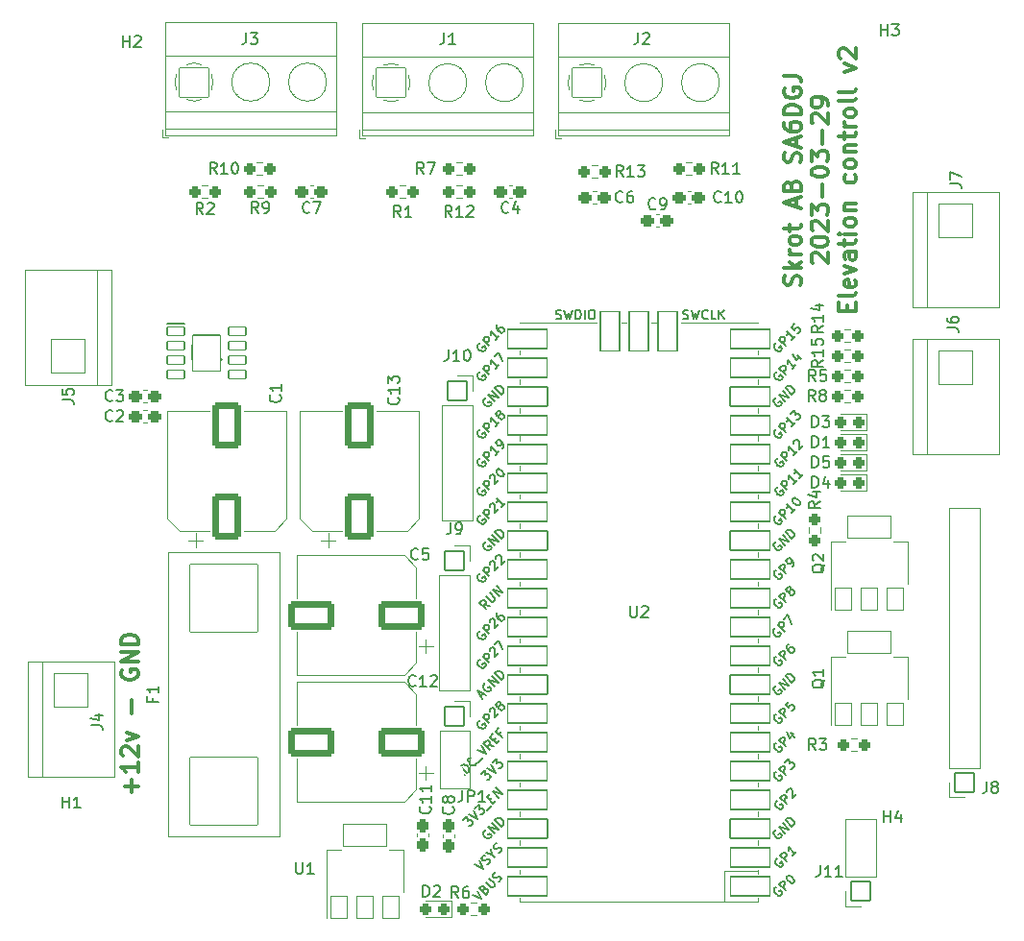
<source format=gto>
G04 #@! TF.GenerationSoftware,KiCad,Pcbnew,7.0.1*
G04 #@! TF.CreationDate,2023-03-29T21:31:27+02:00*
G04 #@! TF.ProjectId,Kallebol_elevation,4b616c6c-6562-46f6-9c5f-656c65766174,rev?*
G04 #@! TF.SameCoordinates,Original*
G04 #@! TF.FileFunction,Legend,Top*
G04 #@! TF.FilePolarity,Positive*
%FSLAX46Y46*%
G04 Gerber Fmt 4.6, Leading zero omitted, Abs format (unit mm)*
G04 Created by KiCad (PCBNEW 7.0.1) date 2023-03-29 21:31:27*
%MOMM*%
%LPD*%
G01*
G04 APERTURE LIST*
G04 Aperture macros list*
%AMRoundRect*
0 Rectangle with rounded corners*
0 $1 Rounding radius*
0 $2 $3 $4 $5 $6 $7 $8 $9 X,Y pos of 4 corners*
0 Add a 4 corners polygon primitive as box body*
4,1,4,$2,$3,$4,$5,$6,$7,$8,$9,$2,$3,0*
0 Add four circle primitives for the rounded corners*
1,1,$1+$1,$2,$3*
1,1,$1+$1,$4,$5*
1,1,$1+$1,$6,$7*
1,1,$1+$1,$8,$9*
0 Add four rect primitives between the rounded corners*
20,1,$1+$1,$2,$3,$4,$5,0*
20,1,$1+$1,$4,$5,$6,$7,0*
20,1,$1+$1,$6,$7,$8,$9,0*
20,1,$1+$1,$8,$9,$2,$3,0*%
G04 Aperture macros list end*
%ADD10C,0.300000*%
%ADD11C,0.350000*%
%ADD12C,0.150000*%
%ADD13C,0.254000*%
%ADD14C,0.120000*%
%ADD15C,0.200000*%
%ADD16C,8.702000*%
%ADD17RoundRect,0.051000X-1.500000X1.500000X-1.500000X-1.500000X1.500000X-1.500000X1.500000X1.500000X0*%
%ADD18C,3.102000*%
%ADD19RoundRect,0.288500X0.250000X0.237500X-0.250000X0.237500X-0.250000X-0.237500X0.250000X-0.237500X0*%
%ADD20RoundRect,0.051000X0.750000X-1.000000X0.750000X1.000000X-0.750000X1.000000X-0.750000X-1.000000X0*%
%ADD21RoundRect,0.051000X1.900000X-1.000000X1.900000X1.000000X-1.900000X1.000000X-1.900000X-1.000000X0*%
%ADD22RoundRect,0.288500X-0.250000X-0.237500X0.250000X-0.237500X0.250000X0.237500X-0.250000X0.237500X0*%
%ADD23RoundRect,0.288500X0.300000X0.237500X-0.300000X0.237500X-0.300000X-0.237500X0.300000X-0.237500X0*%
%ADD24RoundRect,0.301000X1.750000X1.000000X-1.750000X1.000000X-1.750000X-1.000000X1.750000X-1.000000X0*%
%ADD25RoundRect,0.269750X0.218750X0.256250X-0.218750X0.256250X-0.218750X-0.256250X0.218750X-0.256250X0*%
%ADD26RoundRect,0.051000X-1.300000X-1.300000X1.300000X-1.300000X1.300000X1.300000X-1.300000X1.300000X0*%
%ADD27C,2.702000*%
%ADD28RoundRect,0.051000X0.762500X-0.350000X0.762500X0.350000X-0.762500X0.350000X-0.762500X-0.350000X0*%
%ADD29RoundRect,0.051000X-1.200000X-1.600000X1.200000X-1.600000X1.200000X1.600000X-1.200000X1.600000X0*%
%ADD30RoundRect,0.051000X-0.850000X-0.850000X0.850000X-0.850000X0.850000X0.850000X-0.850000X0.850000X0*%
%ADD31O,1.802000X1.802000*%
%ADD32RoundRect,0.051000X1.500000X-1.500000X1.500000X1.500000X-1.500000X1.500000X-1.500000X-1.500000X0*%
%ADD33RoundRect,0.051000X3.000000X-3.000000X3.000000X3.000000X-3.000000X3.000000X-3.000000X-3.000000X0*%
%ADD34RoundRect,0.288500X-0.300000X-0.237500X0.300000X-0.237500X0.300000X0.237500X-0.300000X0.237500X0*%
%ADD35RoundRect,0.051000X0.850000X0.850000X-0.850000X0.850000X-0.850000X-0.850000X0.850000X-0.850000X0*%
%ADD36RoundRect,0.288500X0.237500X-0.250000X0.237500X0.250000X-0.237500X0.250000X-0.237500X-0.250000X0*%
%ADD37RoundRect,0.288500X0.237500X-0.300000X0.237500X0.300000X-0.237500X0.300000X-0.237500X-0.300000X0*%
%ADD38RoundRect,0.301000X1.000000X-1.750000X1.000000X1.750000X-1.000000X1.750000X-1.000000X-1.750000X0*%
%ADD39O,1.902000X1.902000*%
%ADD40O,1.602000X1.602000*%
%ADD41RoundRect,0.051000X1.750000X0.850000X-1.750000X0.850000X-1.750000X-0.850000X1.750000X-0.850000X0*%
%ADD42RoundRect,0.051000X-0.850000X1.750000X-0.850000X-1.750000X0.850000X-1.750000X0.850000X1.750000X0*%
G04 APERTURE END LIST*
D10*
X58427000Y-113688857D02*
X58427000Y-112546000D01*
X58998428Y-113117428D02*
X57855571Y-113117428D01*
X58998428Y-111045999D02*
X58998428Y-111903142D01*
X58998428Y-111474571D02*
X57498428Y-111474571D01*
X57498428Y-111474571D02*
X57712714Y-111617428D01*
X57712714Y-111617428D02*
X57855571Y-111760285D01*
X57855571Y-111760285D02*
X57927000Y-111903142D01*
X57641285Y-110474571D02*
X57569857Y-110403143D01*
X57569857Y-110403143D02*
X57498428Y-110260286D01*
X57498428Y-110260286D02*
X57498428Y-109903143D01*
X57498428Y-109903143D02*
X57569857Y-109760286D01*
X57569857Y-109760286D02*
X57641285Y-109688857D01*
X57641285Y-109688857D02*
X57784142Y-109617428D01*
X57784142Y-109617428D02*
X57927000Y-109617428D01*
X57927000Y-109617428D02*
X58141285Y-109688857D01*
X58141285Y-109688857D02*
X58998428Y-110546000D01*
X58998428Y-110546000D02*
X58998428Y-109617428D01*
X57998428Y-109117429D02*
X58998428Y-108760286D01*
X58998428Y-108760286D02*
X57998428Y-108403143D01*
X58427000Y-106688858D02*
X58427000Y-105546001D01*
X57569857Y-102903143D02*
X57498428Y-103046001D01*
X57498428Y-103046001D02*
X57498428Y-103260286D01*
X57498428Y-103260286D02*
X57569857Y-103474572D01*
X57569857Y-103474572D02*
X57712714Y-103617429D01*
X57712714Y-103617429D02*
X57855571Y-103688858D01*
X57855571Y-103688858D02*
X58141285Y-103760286D01*
X58141285Y-103760286D02*
X58355571Y-103760286D01*
X58355571Y-103760286D02*
X58641285Y-103688858D01*
X58641285Y-103688858D02*
X58784142Y-103617429D01*
X58784142Y-103617429D02*
X58927000Y-103474572D01*
X58927000Y-103474572D02*
X58998428Y-103260286D01*
X58998428Y-103260286D02*
X58998428Y-103117429D01*
X58998428Y-103117429D02*
X58927000Y-102903143D01*
X58927000Y-102903143D02*
X58855571Y-102831715D01*
X58855571Y-102831715D02*
X58355571Y-102831715D01*
X58355571Y-102831715D02*
X58355571Y-103117429D01*
X58998428Y-102188858D02*
X57498428Y-102188858D01*
X57498428Y-102188858D02*
X58998428Y-101331715D01*
X58998428Y-101331715D02*
X57498428Y-101331715D01*
X58998428Y-100617429D02*
X57498428Y-100617429D01*
X57498428Y-100617429D02*
X57498428Y-100260286D01*
X57498428Y-100260286D02*
X57569857Y-100046000D01*
X57569857Y-100046000D02*
X57712714Y-99903143D01*
X57712714Y-99903143D02*
X57855571Y-99831714D01*
X57855571Y-99831714D02*
X58141285Y-99760286D01*
X58141285Y-99760286D02*
X58355571Y-99760286D01*
X58355571Y-99760286D02*
X58641285Y-99831714D01*
X58641285Y-99831714D02*
X58784142Y-99903143D01*
X58784142Y-99903143D02*
X58927000Y-100046000D01*
X58927000Y-100046000D02*
X58998428Y-100260286D01*
X58998428Y-100260286D02*
X58998428Y-100617429D01*
D11*
X117318500Y-68975712D02*
X117389928Y-68761427D01*
X117389928Y-68761427D02*
X117389928Y-68404284D01*
X117389928Y-68404284D02*
X117318500Y-68261427D01*
X117318500Y-68261427D02*
X117247071Y-68189998D01*
X117247071Y-68189998D02*
X117104214Y-68118569D01*
X117104214Y-68118569D02*
X116961357Y-68118569D01*
X116961357Y-68118569D02*
X116818500Y-68189998D01*
X116818500Y-68189998D02*
X116747071Y-68261427D01*
X116747071Y-68261427D02*
X116675642Y-68404284D01*
X116675642Y-68404284D02*
X116604214Y-68689998D01*
X116604214Y-68689998D02*
X116532785Y-68832855D01*
X116532785Y-68832855D02*
X116461357Y-68904284D01*
X116461357Y-68904284D02*
X116318500Y-68975712D01*
X116318500Y-68975712D02*
X116175642Y-68975712D01*
X116175642Y-68975712D02*
X116032785Y-68904284D01*
X116032785Y-68904284D02*
X115961357Y-68832855D01*
X115961357Y-68832855D02*
X115889928Y-68689998D01*
X115889928Y-68689998D02*
X115889928Y-68332855D01*
X115889928Y-68332855D02*
X115961357Y-68118569D01*
X117389928Y-67475713D02*
X115889928Y-67475713D01*
X116818500Y-67332856D02*
X117389928Y-66904284D01*
X116389928Y-66904284D02*
X116961357Y-67475713D01*
X117389928Y-66261427D02*
X116389928Y-66261427D01*
X116675642Y-66261427D02*
X116532785Y-66189998D01*
X116532785Y-66189998D02*
X116461357Y-66118570D01*
X116461357Y-66118570D02*
X116389928Y-65975712D01*
X116389928Y-65975712D02*
X116389928Y-65832855D01*
X117389928Y-65118570D02*
X117318500Y-65261427D01*
X117318500Y-65261427D02*
X117247071Y-65332856D01*
X117247071Y-65332856D02*
X117104214Y-65404284D01*
X117104214Y-65404284D02*
X116675642Y-65404284D01*
X116675642Y-65404284D02*
X116532785Y-65332856D01*
X116532785Y-65332856D02*
X116461357Y-65261427D01*
X116461357Y-65261427D02*
X116389928Y-65118570D01*
X116389928Y-65118570D02*
X116389928Y-64904284D01*
X116389928Y-64904284D02*
X116461357Y-64761427D01*
X116461357Y-64761427D02*
X116532785Y-64689999D01*
X116532785Y-64689999D02*
X116675642Y-64618570D01*
X116675642Y-64618570D02*
X117104214Y-64618570D01*
X117104214Y-64618570D02*
X117247071Y-64689999D01*
X117247071Y-64689999D02*
X117318500Y-64761427D01*
X117318500Y-64761427D02*
X117389928Y-64904284D01*
X117389928Y-64904284D02*
X117389928Y-65118570D01*
X116389928Y-64189998D02*
X116389928Y-63618570D01*
X115889928Y-63975713D02*
X117175642Y-63975713D01*
X117175642Y-63975713D02*
X117318500Y-63904284D01*
X117318500Y-63904284D02*
X117389928Y-63761427D01*
X117389928Y-63761427D02*
X117389928Y-63618570D01*
X116961357Y-62047141D02*
X116961357Y-61332856D01*
X117389928Y-62189998D02*
X115889928Y-61689998D01*
X115889928Y-61689998D02*
X117389928Y-61189998D01*
X116604214Y-60189999D02*
X116675642Y-59975713D01*
X116675642Y-59975713D02*
X116747071Y-59904284D01*
X116747071Y-59904284D02*
X116889928Y-59832856D01*
X116889928Y-59832856D02*
X117104214Y-59832856D01*
X117104214Y-59832856D02*
X117247071Y-59904284D01*
X117247071Y-59904284D02*
X117318500Y-59975713D01*
X117318500Y-59975713D02*
X117389928Y-60118570D01*
X117389928Y-60118570D02*
X117389928Y-60689999D01*
X117389928Y-60689999D02*
X115889928Y-60689999D01*
X115889928Y-60689999D02*
X115889928Y-60189999D01*
X115889928Y-60189999D02*
X115961357Y-60047142D01*
X115961357Y-60047142D02*
X116032785Y-59975713D01*
X116032785Y-59975713D02*
X116175642Y-59904284D01*
X116175642Y-59904284D02*
X116318500Y-59904284D01*
X116318500Y-59904284D02*
X116461357Y-59975713D01*
X116461357Y-59975713D02*
X116532785Y-60047142D01*
X116532785Y-60047142D02*
X116604214Y-60189999D01*
X116604214Y-60189999D02*
X116604214Y-60689999D01*
X117318500Y-58118570D02*
X117389928Y-57904285D01*
X117389928Y-57904285D02*
X117389928Y-57547142D01*
X117389928Y-57547142D02*
X117318500Y-57404285D01*
X117318500Y-57404285D02*
X117247071Y-57332856D01*
X117247071Y-57332856D02*
X117104214Y-57261427D01*
X117104214Y-57261427D02*
X116961357Y-57261427D01*
X116961357Y-57261427D02*
X116818500Y-57332856D01*
X116818500Y-57332856D02*
X116747071Y-57404285D01*
X116747071Y-57404285D02*
X116675642Y-57547142D01*
X116675642Y-57547142D02*
X116604214Y-57832856D01*
X116604214Y-57832856D02*
X116532785Y-57975713D01*
X116532785Y-57975713D02*
X116461357Y-58047142D01*
X116461357Y-58047142D02*
X116318500Y-58118570D01*
X116318500Y-58118570D02*
X116175642Y-58118570D01*
X116175642Y-58118570D02*
X116032785Y-58047142D01*
X116032785Y-58047142D02*
X115961357Y-57975713D01*
X115961357Y-57975713D02*
X115889928Y-57832856D01*
X115889928Y-57832856D02*
X115889928Y-57475713D01*
X115889928Y-57475713D02*
X115961357Y-57261427D01*
X116961357Y-56689999D02*
X116961357Y-55975714D01*
X117389928Y-56832856D02*
X115889928Y-56332856D01*
X115889928Y-56332856D02*
X117389928Y-55832856D01*
X115889928Y-54690000D02*
X115889928Y-54975714D01*
X115889928Y-54975714D02*
X115961357Y-55118571D01*
X115961357Y-55118571D02*
X116032785Y-55190000D01*
X116032785Y-55190000D02*
X116247071Y-55332857D01*
X116247071Y-55332857D02*
X116532785Y-55404285D01*
X116532785Y-55404285D02*
X117104214Y-55404285D01*
X117104214Y-55404285D02*
X117247071Y-55332857D01*
X117247071Y-55332857D02*
X117318500Y-55261428D01*
X117318500Y-55261428D02*
X117389928Y-55118571D01*
X117389928Y-55118571D02*
X117389928Y-54832857D01*
X117389928Y-54832857D02*
X117318500Y-54690000D01*
X117318500Y-54690000D02*
X117247071Y-54618571D01*
X117247071Y-54618571D02*
X117104214Y-54547142D01*
X117104214Y-54547142D02*
X116747071Y-54547142D01*
X116747071Y-54547142D02*
X116604214Y-54618571D01*
X116604214Y-54618571D02*
X116532785Y-54690000D01*
X116532785Y-54690000D02*
X116461357Y-54832857D01*
X116461357Y-54832857D02*
X116461357Y-55118571D01*
X116461357Y-55118571D02*
X116532785Y-55261428D01*
X116532785Y-55261428D02*
X116604214Y-55332857D01*
X116604214Y-55332857D02*
X116747071Y-55404285D01*
X117389928Y-53904286D02*
X115889928Y-53904286D01*
X115889928Y-53904286D02*
X115889928Y-53547143D01*
X115889928Y-53547143D02*
X115961357Y-53332857D01*
X115961357Y-53332857D02*
X116104214Y-53190000D01*
X116104214Y-53190000D02*
X116247071Y-53118571D01*
X116247071Y-53118571D02*
X116532785Y-53047143D01*
X116532785Y-53047143D02*
X116747071Y-53047143D01*
X116747071Y-53047143D02*
X117032785Y-53118571D01*
X117032785Y-53118571D02*
X117175642Y-53190000D01*
X117175642Y-53190000D02*
X117318500Y-53332857D01*
X117318500Y-53332857D02*
X117389928Y-53547143D01*
X117389928Y-53547143D02*
X117389928Y-53904286D01*
X115961357Y-51618571D02*
X115889928Y-51761429D01*
X115889928Y-51761429D02*
X115889928Y-51975714D01*
X115889928Y-51975714D02*
X115961357Y-52190000D01*
X115961357Y-52190000D02*
X116104214Y-52332857D01*
X116104214Y-52332857D02*
X116247071Y-52404286D01*
X116247071Y-52404286D02*
X116532785Y-52475714D01*
X116532785Y-52475714D02*
X116747071Y-52475714D01*
X116747071Y-52475714D02*
X117032785Y-52404286D01*
X117032785Y-52404286D02*
X117175642Y-52332857D01*
X117175642Y-52332857D02*
X117318500Y-52190000D01*
X117318500Y-52190000D02*
X117389928Y-51975714D01*
X117389928Y-51975714D02*
X117389928Y-51832857D01*
X117389928Y-51832857D02*
X117318500Y-51618571D01*
X117318500Y-51618571D02*
X117247071Y-51547143D01*
X117247071Y-51547143D02*
X116747071Y-51547143D01*
X116747071Y-51547143D02*
X116747071Y-51832857D01*
X115889928Y-50475714D02*
X116961357Y-50475714D01*
X116961357Y-50475714D02*
X117175642Y-50547143D01*
X117175642Y-50547143D02*
X117318500Y-50690000D01*
X117318500Y-50690000D02*
X117389928Y-50904286D01*
X117389928Y-50904286D02*
X117389928Y-51047143D01*
X118462785Y-66975712D02*
X118391357Y-66904284D01*
X118391357Y-66904284D02*
X118319928Y-66761427D01*
X118319928Y-66761427D02*
X118319928Y-66404284D01*
X118319928Y-66404284D02*
X118391357Y-66261427D01*
X118391357Y-66261427D02*
X118462785Y-66189998D01*
X118462785Y-66189998D02*
X118605642Y-66118569D01*
X118605642Y-66118569D02*
X118748500Y-66118569D01*
X118748500Y-66118569D02*
X118962785Y-66189998D01*
X118962785Y-66189998D02*
X119819928Y-67047141D01*
X119819928Y-67047141D02*
X119819928Y-66118569D01*
X118319928Y-65189998D02*
X118319928Y-65047141D01*
X118319928Y-65047141D02*
X118391357Y-64904284D01*
X118391357Y-64904284D02*
X118462785Y-64832856D01*
X118462785Y-64832856D02*
X118605642Y-64761427D01*
X118605642Y-64761427D02*
X118891357Y-64689998D01*
X118891357Y-64689998D02*
X119248500Y-64689998D01*
X119248500Y-64689998D02*
X119534214Y-64761427D01*
X119534214Y-64761427D02*
X119677071Y-64832856D01*
X119677071Y-64832856D02*
X119748500Y-64904284D01*
X119748500Y-64904284D02*
X119819928Y-65047141D01*
X119819928Y-65047141D02*
X119819928Y-65189998D01*
X119819928Y-65189998D02*
X119748500Y-65332856D01*
X119748500Y-65332856D02*
X119677071Y-65404284D01*
X119677071Y-65404284D02*
X119534214Y-65475713D01*
X119534214Y-65475713D02*
X119248500Y-65547141D01*
X119248500Y-65547141D02*
X118891357Y-65547141D01*
X118891357Y-65547141D02*
X118605642Y-65475713D01*
X118605642Y-65475713D02*
X118462785Y-65404284D01*
X118462785Y-65404284D02*
X118391357Y-65332856D01*
X118391357Y-65332856D02*
X118319928Y-65189998D01*
X118462785Y-64118570D02*
X118391357Y-64047142D01*
X118391357Y-64047142D02*
X118319928Y-63904285D01*
X118319928Y-63904285D02*
X118319928Y-63547142D01*
X118319928Y-63547142D02*
X118391357Y-63404285D01*
X118391357Y-63404285D02*
X118462785Y-63332856D01*
X118462785Y-63332856D02*
X118605642Y-63261427D01*
X118605642Y-63261427D02*
X118748500Y-63261427D01*
X118748500Y-63261427D02*
X118962785Y-63332856D01*
X118962785Y-63332856D02*
X119819928Y-64189999D01*
X119819928Y-64189999D02*
X119819928Y-63261427D01*
X118319928Y-62761428D02*
X118319928Y-61832856D01*
X118319928Y-61832856D02*
X118891357Y-62332856D01*
X118891357Y-62332856D02*
X118891357Y-62118571D01*
X118891357Y-62118571D02*
X118962785Y-61975714D01*
X118962785Y-61975714D02*
X119034214Y-61904285D01*
X119034214Y-61904285D02*
X119177071Y-61832856D01*
X119177071Y-61832856D02*
X119534214Y-61832856D01*
X119534214Y-61832856D02*
X119677071Y-61904285D01*
X119677071Y-61904285D02*
X119748500Y-61975714D01*
X119748500Y-61975714D02*
X119819928Y-62118571D01*
X119819928Y-62118571D02*
X119819928Y-62547142D01*
X119819928Y-62547142D02*
X119748500Y-62689999D01*
X119748500Y-62689999D02*
X119677071Y-62761428D01*
X119248500Y-61190000D02*
X119248500Y-60047143D01*
X118319928Y-59047142D02*
X118319928Y-58904285D01*
X118319928Y-58904285D02*
X118391357Y-58761428D01*
X118391357Y-58761428D02*
X118462785Y-58690000D01*
X118462785Y-58690000D02*
X118605642Y-58618571D01*
X118605642Y-58618571D02*
X118891357Y-58547142D01*
X118891357Y-58547142D02*
X119248500Y-58547142D01*
X119248500Y-58547142D02*
X119534214Y-58618571D01*
X119534214Y-58618571D02*
X119677071Y-58690000D01*
X119677071Y-58690000D02*
X119748500Y-58761428D01*
X119748500Y-58761428D02*
X119819928Y-58904285D01*
X119819928Y-58904285D02*
X119819928Y-59047142D01*
X119819928Y-59047142D02*
X119748500Y-59190000D01*
X119748500Y-59190000D02*
X119677071Y-59261428D01*
X119677071Y-59261428D02*
X119534214Y-59332857D01*
X119534214Y-59332857D02*
X119248500Y-59404285D01*
X119248500Y-59404285D02*
X118891357Y-59404285D01*
X118891357Y-59404285D02*
X118605642Y-59332857D01*
X118605642Y-59332857D02*
X118462785Y-59261428D01*
X118462785Y-59261428D02*
X118391357Y-59190000D01*
X118391357Y-59190000D02*
X118319928Y-59047142D01*
X118319928Y-58047143D02*
X118319928Y-57118571D01*
X118319928Y-57118571D02*
X118891357Y-57618571D01*
X118891357Y-57618571D02*
X118891357Y-57404286D01*
X118891357Y-57404286D02*
X118962785Y-57261429D01*
X118962785Y-57261429D02*
X119034214Y-57190000D01*
X119034214Y-57190000D02*
X119177071Y-57118571D01*
X119177071Y-57118571D02*
X119534214Y-57118571D01*
X119534214Y-57118571D02*
X119677071Y-57190000D01*
X119677071Y-57190000D02*
X119748500Y-57261429D01*
X119748500Y-57261429D02*
X119819928Y-57404286D01*
X119819928Y-57404286D02*
X119819928Y-57832857D01*
X119819928Y-57832857D02*
X119748500Y-57975714D01*
X119748500Y-57975714D02*
X119677071Y-58047143D01*
X119248500Y-56475715D02*
X119248500Y-55332858D01*
X118462785Y-54690000D02*
X118391357Y-54618572D01*
X118391357Y-54618572D02*
X118319928Y-54475715D01*
X118319928Y-54475715D02*
X118319928Y-54118572D01*
X118319928Y-54118572D02*
X118391357Y-53975715D01*
X118391357Y-53975715D02*
X118462785Y-53904286D01*
X118462785Y-53904286D02*
X118605642Y-53832857D01*
X118605642Y-53832857D02*
X118748500Y-53832857D01*
X118748500Y-53832857D02*
X118962785Y-53904286D01*
X118962785Y-53904286D02*
X119819928Y-54761429D01*
X119819928Y-54761429D02*
X119819928Y-53832857D01*
X119819928Y-53118572D02*
X119819928Y-52832858D01*
X119819928Y-52832858D02*
X119748500Y-52690001D01*
X119748500Y-52690001D02*
X119677071Y-52618572D01*
X119677071Y-52618572D02*
X119462785Y-52475715D01*
X119462785Y-52475715D02*
X119177071Y-52404286D01*
X119177071Y-52404286D02*
X118605642Y-52404286D01*
X118605642Y-52404286D02*
X118462785Y-52475715D01*
X118462785Y-52475715D02*
X118391357Y-52547144D01*
X118391357Y-52547144D02*
X118319928Y-52690001D01*
X118319928Y-52690001D02*
X118319928Y-52975715D01*
X118319928Y-52975715D02*
X118391357Y-53118572D01*
X118391357Y-53118572D02*
X118462785Y-53190001D01*
X118462785Y-53190001D02*
X118605642Y-53261429D01*
X118605642Y-53261429D02*
X118962785Y-53261429D01*
X118962785Y-53261429D02*
X119105642Y-53190001D01*
X119105642Y-53190001D02*
X119177071Y-53118572D01*
X119177071Y-53118572D02*
X119248500Y-52975715D01*
X119248500Y-52975715D02*
X119248500Y-52690001D01*
X119248500Y-52690001D02*
X119177071Y-52547144D01*
X119177071Y-52547144D02*
X119105642Y-52475715D01*
X119105642Y-52475715D02*
X118962785Y-52404286D01*
X121464214Y-71225713D02*
X121464214Y-70725713D01*
X122249928Y-70511427D02*
X122249928Y-71225713D01*
X122249928Y-71225713D02*
X120749928Y-71225713D01*
X120749928Y-71225713D02*
X120749928Y-70511427D01*
X122249928Y-69654284D02*
X122178500Y-69797141D01*
X122178500Y-69797141D02*
X122035642Y-69868570D01*
X122035642Y-69868570D02*
X120749928Y-69868570D01*
X122178500Y-68511427D02*
X122249928Y-68654284D01*
X122249928Y-68654284D02*
X122249928Y-68939999D01*
X122249928Y-68939999D02*
X122178500Y-69082856D01*
X122178500Y-69082856D02*
X122035642Y-69154284D01*
X122035642Y-69154284D02*
X121464214Y-69154284D01*
X121464214Y-69154284D02*
X121321357Y-69082856D01*
X121321357Y-69082856D02*
X121249928Y-68939999D01*
X121249928Y-68939999D02*
X121249928Y-68654284D01*
X121249928Y-68654284D02*
X121321357Y-68511427D01*
X121321357Y-68511427D02*
X121464214Y-68439999D01*
X121464214Y-68439999D02*
X121607071Y-68439999D01*
X121607071Y-68439999D02*
X121749928Y-69154284D01*
X121249928Y-67939999D02*
X122249928Y-67582856D01*
X122249928Y-67582856D02*
X121249928Y-67225713D01*
X122249928Y-66011428D02*
X121464214Y-66011428D01*
X121464214Y-66011428D02*
X121321357Y-66082856D01*
X121321357Y-66082856D02*
X121249928Y-66225713D01*
X121249928Y-66225713D02*
X121249928Y-66511428D01*
X121249928Y-66511428D02*
X121321357Y-66654285D01*
X122178500Y-66011428D02*
X122249928Y-66154285D01*
X122249928Y-66154285D02*
X122249928Y-66511428D01*
X122249928Y-66511428D02*
X122178500Y-66654285D01*
X122178500Y-66654285D02*
X122035642Y-66725713D01*
X122035642Y-66725713D02*
X121892785Y-66725713D01*
X121892785Y-66725713D02*
X121749928Y-66654285D01*
X121749928Y-66654285D02*
X121678500Y-66511428D01*
X121678500Y-66511428D02*
X121678500Y-66154285D01*
X121678500Y-66154285D02*
X121607071Y-66011428D01*
X121249928Y-65511427D02*
X121249928Y-64939999D01*
X120749928Y-65297142D02*
X122035642Y-65297142D01*
X122035642Y-65297142D02*
X122178500Y-65225713D01*
X122178500Y-65225713D02*
X122249928Y-65082856D01*
X122249928Y-65082856D02*
X122249928Y-64939999D01*
X122249928Y-64439999D02*
X121249928Y-64439999D01*
X120749928Y-64439999D02*
X120821357Y-64511427D01*
X120821357Y-64511427D02*
X120892785Y-64439999D01*
X120892785Y-64439999D02*
X120821357Y-64368570D01*
X120821357Y-64368570D02*
X120749928Y-64439999D01*
X120749928Y-64439999D02*
X120892785Y-64439999D01*
X122249928Y-63511427D02*
X122178500Y-63654284D01*
X122178500Y-63654284D02*
X122107071Y-63725713D01*
X122107071Y-63725713D02*
X121964214Y-63797141D01*
X121964214Y-63797141D02*
X121535642Y-63797141D01*
X121535642Y-63797141D02*
X121392785Y-63725713D01*
X121392785Y-63725713D02*
X121321357Y-63654284D01*
X121321357Y-63654284D02*
X121249928Y-63511427D01*
X121249928Y-63511427D02*
X121249928Y-63297141D01*
X121249928Y-63297141D02*
X121321357Y-63154284D01*
X121321357Y-63154284D02*
X121392785Y-63082856D01*
X121392785Y-63082856D02*
X121535642Y-63011427D01*
X121535642Y-63011427D02*
X121964214Y-63011427D01*
X121964214Y-63011427D02*
X122107071Y-63082856D01*
X122107071Y-63082856D02*
X122178500Y-63154284D01*
X122178500Y-63154284D02*
X122249928Y-63297141D01*
X122249928Y-63297141D02*
X122249928Y-63511427D01*
X121249928Y-62368570D02*
X122249928Y-62368570D01*
X121392785Y-62368570D02*
X121321357Y-62297141D01*
X121321357Y-62297141D02*
X121249928Y-62154284D01*
X121249928Y-62154284D02*
X121249928Y-61939998D01*
X121249928Y-61939998D02*
X121321357Y-61797141D01*
X121321357Y-61797141D02*
X121464214Y-61725713D01*
X121464214Y-61725713D02*
X122249928Y-61725713D01*
X122178500Y-59225713D02*
X122249928Y-59368570D01*
X122249928Y-59368570D02*
X122249928Y-59654284D01*
X122249928Y-59654284D02*
X122178500Y-59797141D01*
X122178500Y-59797141D02*
X122107071Y-59868570D01*
X122107071Y-59868570D02*
X121964214Y-59939998D01*
X121964214Y-59939998D02*
X121535642Y-59939998D01*
X121535642Y-59939998D02*
X121392785Y-59868570D01*
X121392785Y-59868570D02*
X121321357Y-59797141D01*
X121321357Y-59797141D02*
X121249928Y-59654284D01*
X121249928Y-59654284D02*
X121249928Y-59368570D01*
X121249928Y-59368570D02*
X121321357Y-59225713D01*
X122249928Y-58368570D02*
X122178500Y-58511427D01*
X122178500Y-58511427D02*
X122107071Y-58582856D01*
X122107071Y-58582856D02*
X121964214Y-58654284D01*
X121964214Y-58654284D02*
X121535642Y-58654284D01*
X121535642Y-58654284D02*
X121392785Y-58582856D01*
X121392785Y-58582856D02*
X121321357Y-58511427D01*
X121321357Y-58511427D02*
X121249928Y-58368570D01*
X121249928Y-58368570D02*
X121249928Y-58154284D01*
X121249928Y-58154284D02*
X121321357Y-58011427D01*
X121321357Y-58011427D02*
X121392785Y-57939999D01*
X121392785Y-57939999D02*
X121535642Y-57868570D01*
X121535642Y-57868570D02*
X121964214Y-57868570D01*
X121964214Y-57868570D02*
X122107071Y-57939999D01*
X122107071Y-57939999D02*
X122178500Y-58011427D01*
X122178500Y-58011427D02*
X122249928Y-58154284D01*
X122249928Y-58154284D02*
X122249928Y-58368570D01*
X121249928Y-57225713D02*
X122249928Y-57225713D01*
X121392785Y-57225713D02*
X121321357Y-57154284D01*
X121321357Y-57154284D02*
X121249928Y-57011427D01*
X121249928Y-57011427D02*
X121249928Y-56797141D01*
X121249928Y-56797141D02*
X121321357Y-56654284D01*
X121321357Y-56654284D02*
X121464214Y-56582856D01*
X121464214Y-56582856D02*
X122249928Y-56582856D01*
X121249928Y-56082855D02*
X121249928Y-55511427D01*
X120749928Y-55868570D02*
X122035642Y-55868570D01*
X122035642Y-55868570D02*
X122178500Y-55797141D01*
X122178500Y-55797141D02*
X122249928Y-55654284D01*
X122249928Y-55654284D02*
X122249928Y-55511427D01*
X122249928Y-55011427D02*
X121249928Y-55011427D01*
X121535642Y-55011427D02*
X121392785Y-54939998D01*
X121392785Y-54939998D02*
X121321357Y-54868570D01*
X121321357Y-54868570D02*
X121249928Y-54725712D01*
X121249928Y-54725712D02*
X121249928Y-54582855D01*
X122249928Y-53868570D02*
X122178500Y-54011427D01*
X122178500Y-54011427D02*
X122107071Y-54082856D01*
X122107071Y-54082856D02*
X121964214Y-54154284D01*
X121964214Y-54154284D02*
X121535642Y-54154284D01*
X121535642Y-54154284D02*
X121392785Y-54082856D01*
X121392785Y-54082856D02*
X121321357Y-54011427D01*
X121321357Y-54011427D02*
X121249928Y-53868570D01*
X121249928Y-53868570D02*
X121249928Y-53654284D01*
X121249928Y-53654284D02*
X121321357Y-53511427D01*
X121321357Y-53511427D02*
X121392785Y-53439999D01*
X121392785Y-53439999D02*
X121535642Y-53368570D01*
X121535642Y-53368570D02*
X121964214Y-53368570D01*
X121964214Y-53368570D02*
X122107071Y-53439999D01*
X122107071Y-53439999D02*
X122178500Y-53511427D01*
X122178500Y-53511427D02*
X122249928Y-53654284D01*
X122249928Y-53654284D02*
X122249928Y-53868570D01*
X122249928Y-52511427D02*
X122178500Y-52654284D01*
X122178500Y-52654284D02*
X122035642Y-52725713D01*
X122035642Y-52725713D02*
X120749928Y-52725713D01*
X122249928Y-51725713D02*
X122178500Y-51868570D01*
X122178500Y-51868570D02*
X122035642Y-51939999D01*
X122035642Y-51939999D02*
X120749928Y-51939999D01*
X121249928Y-50154285D02*
X122249928Y-49797142D01*
X122249928Y-49797142D02*
X121249928Y-49439999D01*
X120892785Y-48939999D02*
X120821357Y-48868571D01*
X120821357Y-48868571D02*
X120749928Y-48725714D01*
X120749928Y-48725714D02*
X120749928Y-48368571D01*
X120749928Y-48368571D02*
X120821357Y-48225714D01*
X120821357Y-48225714D02*
X120892785Y-48154285D01*
X120892785Y-48154285D02*
X121035642Y-48082856D01*
X121035642Y-48082856D02*
X121178500Y-48082856D01*
X121178500Y-48082856D02*
X121392785Y-48154285D01*
X121392785Y-48154285D02*
X122249928Y-49011428D01*
X122249928Y-49011428D02*
X122249928Y-48082856D01*
D12*
X57658095Y-47960619D02*
X57658095Y-46960619D01*
X57658095Y-47436809D02*
X58229523Y-47436809D01*
X58229523Y-47960619D02*
X58229523Y-46960619D01*
X58658095Y-47055857D02*
X58705714Y-47008238D01*
X58705714Y-47008238D02*
X58800952Y-46960619D01*
X58800952Y-46960619D02*
X59039047Y-46960619D01*
X59039047Y-46960619D02*
X59134285Y-47008238D01*
X59134285Y-47008238D02*
X59181904Y-47055857D01*
X59181904Y-47055857D02*
X59229523Y-47151095D01*
X59229523Y-47151095D02*
X59229523Y-47246333D01*
X59229523Y-47246333D02*
X59181904Y-47389190D01*
X59181904Y-47389190D02*
X58610476Y-47960619D01*
X58610476Y-47960619D02*
X59229523Y-47960619D01*
X124460095Y-46944619D02*
X124460095Y-45944619D01*
X124460095Y-46420809D02*
X125031523Y-46420809D01*
X125031523Y-46944619D02*
X125031523Y-45944619D01*
X125412476Y-45944619D02*
X126031523Y-45944619D01*
X126031523Y-45944619D02*
X125698190Y-46325571D01*
X125698190Y-46325571D02*
X125841047Y-46325571D01*
X125841047Y-46325571D02*
X125936285Y-46373190D01*
X125936285Y-46373190D02*
X125983904Y-46420809D01*
X125983904Y-46420809D02*
X126031523Y-46516047D01*
X126031523Y-46516047D02*
X126031523Y-46754142D01*
X126031523Y-46754142D02*
X125983904Y-46849380D01*
X125983904Y-46849380D02*
X125936285Y-46897000D01*
X125936285Y-46897000D02*
X125841047Y-46944619D01*
X125841047Y-46944619D02*
X125555333Y-46944619D01*
X125555333Y-46944619D02*
X125460095Y-46897000D01*
X125460095Y-46897000D02*
X125412476Y-46849380D01*
X124714095Y-116286619D02*
X124714095Y-115286619D01*
X124714095Y-115762809D02*
X125285523Y-115762809D01*
X125285523Y-116286619D02*
X125285523Y-115286619D01*
X126190285Y-115619952D02*
X126190285Y-116286619D01*
X125952190Y-115239000D02*
X125714095Y-115953285D01*
X125714095Y-115953285D02*
X126333142Y-115953285D01*
X52324095Y-115050619D02*
X52324095Y-114050619D01*
X52324095Y-114526809D02*
X52895523Y-114526809D01*
X52895523Y-115050619D02*
X52895523Y-114050619D01*
X53895523Y-115050619D02*
X53324095Y-115050619D01*
X53609809Y-115050619D02*
X53609809Y-114050619D01*
X53609809Y-114050619D02*
X53514571Y-114193476D01*
X53514571Y-114193476D02*
X53419333Y-114288714D01*
X53419333Y-114288714D02*
X53324095Y-114336333D01*
X130526619Y-60023333D02*
X131240904Y-60023333D01*
X131240904Y-60023333D02*
X131383761Y-60070952D01*
X131383761Y-60070952D02*
X131479000Y-60166190D01*
X131479000Y-60166190D02*
X131526619Y-60309047D01*
X131526619Y-60309047D02*
X131526619Y-60404285D01*
X130526619Y-59642380D02*
X130526619Y-58975714D01*
X130526619Y-58975714D02*
X131526619Y-59404285D01*
X86629642Y-62946619D02*
X86296309Y-62470428D01*
X86058214Y-62946619D02*
X86058214Y-61946619D01*
X86058214Y-61946619D02*
X86439166Y-61946619D01*
X86439166Y-61946619D02*
X86534404Y-61994238D01*
X86534404Y-61994238D02*
X86582023Y-62041857D01*
X86582023Y-62041857D02*
X86629642Y-62137095D01*
X86629642Y-62137095D02*
X86629642Y-62279952D01*
X86629642Y-62279952D02*
X86582023Y-62375190D01*
X86582023Y-62375190D02*
X86534404Y-62422809D01*
X86534404Y-62422809D02*
X86439166Y-62470428D01*
X86439166Y-62470428D02*
X86058214Y-62470428D01*
X87582023Y-62946619D02*
X87010595Y-62946619D01*
X87296309Y-62946619D02*
X87296309Y-61946619D01*
X87296309Y-61946619D02*
X87201071Y-62089476D01*
X87201071Y-62089476D02*
X87105833Y-62184714D01*
X87105833Y-62184714D02*
X87010595Y-62232333D01*
X87962976Y-62041857D02*
X88010595Y-61994238D01*
X88010595Y-61994238D02*
X88105833Y-61946619D01*
X88105833Y-61946619D02*
X88343928Y-61946619D01*
X88343928Y-61946619D02*
X88439166Y-61994238D01*
X88439166Y-61994238D02*
X88486785Y-62041857D01*
X88486785Y-62041857D02*
X88534404Y-62137095D01*
X88534404Y-62137095D02*
X88534404Y-62232333D01*
X88534404Y-62232333D02*
X88486785Y-62375190D01*
X88486785Y-62375190D02*
X87915357Y-62946619D01*
X87915357Y-62946619D02*
X88534404Y-62946619D01*
X119501857Y-103727238D02*
X119454238Y-103822476D01*
X119454238Y-103822476D02*
X119359000Y-103917714D01*
X119359000Y-103917714D02*
X119216142Y-104060571D01*
X119216142Y-104060571D02*
X119168523Y-104155809D01*
X119168523Y-104155809D02*
X119168523Y-104251047D01*
X119406619Y-104203428D02*
X119359000Y-104298666D01*
X119359000Y-104298666D02*
X119263761Y-104393904D01*
X119263761Y-104393904D02*
X119073285Y-104441523D01*
X119073285Y-104441523D02*
X118739952Y-104441523D01*
X118739952Y-104441523D02*
X118549476Y-104393904D01*
X118549476Y-104393904D02*
X118454238Y-104298666D01*
X118454238Y-104298666D02*
X118406619Y-104203428D01*
X118406619Y-104203428D02*
X118406619Y-104012952D01*
X118406619Y-104012952D02*
X118454238Y-103917714D01*
X118454238Y-103917714D02*
X118549476Y-103822476D01*
X118549476Y-103822476D02*
X118739952Y-103774857D01*
X118739952Y-103774857D02*
X119073285Y-103774857D01*
X119073285Y-103774857D02*
X119263761Y-103822476D01*
X119263761Y-103822476D02*
X119359000Y-103917714D01*
X119359000Y-103917714D02*
X119406619Y-104012952D01*
X119406619Y-104012952D02*
X119406619Y-104203428D01*
X119406619Y-102822476D02*
X119406619Y-103393904D01*
X119406619Y-103108190D02*
X118406619Y-103108190D01*
X118406619Y-103108190D02*
X118549476Y-103203428D01*
X118549476Y-103203428D02*
X118644714Y-103298666D01*
X118644714Y-103298666D02*
X118692333Y-103393904D01*
X64706833Y-62692619D02*
X64373500Y-62216428D01*
X64135405Y-62692619D02*
X64135405Y-61692619D01*
X64135405Y-61692619D02*
X64516357Y-61692619D01*
X64516357Y-61692619D02*
X64611595Y-61740238D01*
X64611595Y-61740238D02*
X64659214Y-61787857D01*
X64659214Y-61787857D02*
X64706833Y-61883095D01*
X64706833Y-61883095D02*
X64706833Y-62025952D01*
X64706833Y-62025952D02*
X64659214Y-62121190D01*
X64659214Y-62121190D02*
X64611595Y-62168809D01*
X64611595Y-62168809D02*
X64516357Y-62216428D01*
X64516357Y-62216428D02*
X64135405Y-62216428D01*
X65087786Y-61787857D02*
X65135405Y-61740238D01*
X65135405Y-61740238D02*
X65230643Y-61692619D01*
X65230643Y-61692619D02*
X65468738Y-61692619D01*
X65468738Y-61692619D02*
X65563976Y-61740238D01*
X65563976Y-61740238D02*
X65611595Y-61787857D01*
X65611595Y-61787857D02*
X65659214Y-61883095D01*
X65659214Y-61883095D02*
X65659214Y-61978333D01*
X65659214Y-61978333D02*
X65611595Y-62121190D01*
X65611595Y-62121190D02*
X65040167Y-62692619D01*
X65040167Y-62692619D02*
X65659214Y-62692619D01*
X56729333Y-80885380D02*
X56681714Y-80933000D01*
X56681714Y-80933000D02*
X56538857Y-80980619D01*
X56538857Y-80980619D02*
X56443619Y-80980619D01*
X56443619Y-80980619D02*
X56300762Y-80933000D01*
X56300762Y-80933000D02*
X56205524Y-80837761D01*
X56205524Y-80837761D02*
X56157905Y-80742523D01*
X56157905Y-80742523D02*
X56110286Y-80552047D01*
X56110286Y-80552047D02*
X56110286Y-80409190D01*
X56110286Y-80409190D02*
X56157905Y-80218714D01*
X56157905Y-80218714D02*
X56205524Y-80123476D01*
X56205524Y-80123476D02*
X56300762Y-80028238D01*
X56300762Y-80028238D02*
X56443619Y-79980619D01*
X56443619Y-79980619D02*
X56538857Y-79980619D01*
X56538857Y-79980619D02*
X56681714Y-80028238D01*
X56681714Y-80028238D02*
X56729333Y-80075857D01*
X57110286Y-80075857D02*
X57157905Y-80028238D01*
X57157905Y-80028238D02*
X57253143Y-79980619D01*
X57253143Y-79980619D02*
X57491238Y-79980619D01*
X57491238Y-79980619D02*
X57586476Y-80028238D01*
X57586476Y-80028238D02*
X57634095Y-80075857D01*
X57634095Y-80075857D02*
X57681714Y-80171095D01*
X57681714Y-80171095D02*
X57681714Y-80266333D01*
X57681714Y-80266333D02*
X57634095Y-80409190D01*
X57634095Y-80409190D02*
X57062667Y-80980619D01*
X57062667Y-80980619D02*
X57681714Y-80980619D01*
X83653333Y-93077380D02*
X83605714Y-93125000D01*
X83605714Y-93125000D02*
X83462857Y-93172619D01*
X83462857Y-93172619D02*
X83367619Y-93172619D01*
X83367619Y-93172619D02*
X83224762Y-93125000D01*
X83224762Y-93125000D02*
X83129524Y-93029761D01*
X83129524Y-93029761D02*
X83081905Y-92934523D01*
X83081905Y-92934523D02*
X83034286Y-92744047D01*
X83034286Y-92744047D02*
X83034286Y-92601190D01*
X83034286Y-92601190D02*
X83081905Y-92410714D01*
X83081905Y-92410714D02*
X83129524Y-92315476D01*
X83129524Y-92315476D02*
X83224762Y-92220238D01*
X83224762Y-92220238D02*
X83367619Y-92172619D01*
X83367619Y-92172619D02*
X83462857Y-92172619D01*
X83462857Y-92172619D02*
X83605714Y-92220238D01*
X83605714Y-92220238D02*
X83653333Y-92267857D01*
X84558095Y-92172619D02*
X84081905Y-92172619D01*
X84081905Y-92172619D02*
X84034286Y-92648809D01*
X84034286Y-92648809D02*
X84081905Y-92601190D01*
X84081905Y-92601190D02*
X84177143Y-92553571D01*
X84177143Y-92553571D02*
X84415238Y-92553571D01*
X84415238Y-92553571D02*
X84510476Y-92601190D01*
X84510476Y-92601190D02*
X84558095Y-92648809D01*
X84558095Y-92648809D02*
X84605714Y-92744047D01*
X84605714Y-92744047D02*
X84605714Y-92982142D01*
X84605714Y-92982142D02*
X84558095Y-93077380D01*
X84558095Y-93077380D02*
X84510476Y-93125000D01*
X84510476Y-93125000D02*
X84415238Y-93172619D01*
X84415238Y-93172619D02*
X84177143Y-93172619D01*
X84177143Y-93172619D02*
X84081905Y-93125000D01*
X84081905Y-93125000D02*
X84034286Y-93077380D01*
X54834619Y-107775333D02*
X55548904Y-107775333D01*
X55548904Y-107775333D02*
X55691761Y-107822952D01*
X55691761Y-107822952D02*
X55787000Y-107918190D01*
X55787000Y-107918190D02*
X55834619Y-108061047D01*
X55834619Y-108061047D02*
X55834619Y-108156285D01*
X55167952Y-106870571D02*
X55834619Y-106870571D01*
X54787000Y-107108666D02*
X55501285Y-107346761D01*
X55501285Y-107346761D02*
X55501285Y-106727714D01*
X118387905Y-86822619D02*
X118387905Y-85822619D01*
X118387905Y-85822619D02*
X118626000Y-85822619D01*
X118626000Y-85822619D02*
X118768857Y-85870238D01*
X118768857Y-85870238D02*
X118864095Y-85965476D01*
X118864095Y-85965476D02*
X118911714Y-86060714D01*
X118911714Y-86060714D02*
X118959333Y-86251190D01*
X118959333Y-86251190D02*
X118959333Y-86394047D01*
X118959333Y-86394047D02*
X118911714Y-86584523D01*
X118911714Y-86584523D02*
X118864095Y-86679761D01*
X118864095Y-86679761D02*
X118768857Y-86775000D01*
X118768857Y-86775000D02*
X118626000Y-86822619D01*
X118626000Y-86822619D02*
X118387905Y-86822619D01*
X119816476Y-86155952D02*
X119816476Y-86822619D01*
X119578381Y-85775000D02*
X119340286Y-86489285D01*
X119340286Y-86489285D02*
X119959333Y-86489285D01*
X84161333Y-59136619D02*
X83828000Y-58660428D01*
X83589905Y-59136619D02*
X83589905Y-58136619D01*
X83589905Y-58136619D02*
X83970857Y-58136619D01*
X83970857Y-58136619D02*
X84066095Y-58184238D01*
X84066095Y-58184238D02*
X84113714Y-58231857D01*
X84113714Y-58231857D02*
X84161333Y-58327095D01*
X84161333Y-58327095D02*
X84161333Y-58469952D01*
X84161333Y-58469952D02*
X84113714Y-58565190D01*
X84113714Y-58565190D02*
X84066095Y-58612809D01*
X84066095Y-58612809D02*
X83970857Y-58660428D01*
X83970857Y-58660428D02*
X83589905Y-58660428D01*
X84494667Y-58136619D02*
X85161333Y-58136619D01*
X85161333Y-58136619D02*
X84732762Y-59136619D01*
X85946666Y-46706619D02*
X85946666Y-47420904D01*
X85946666Y-47420904D02*
X85899047Y-47563761D01*
X85899047Y-47563761D02*
X85803809Y-47659000D01*
X85803809Y-47659000D02*
X85660952Y-47706619D01*
X85660952Y-47706619D02*
X85565714Y-47706619D01*
X86946666Y-47706619D02*
X86375238Y-47706619D01*
X86660952Y-47706619D02*
X86660952Y-46706619D01*
X86660952Y-46706619D02*
X86565714Y-46849476D01*
X86565714Y-46849476D02*
X86470476Y-46944714D01*
X86470476Y-46944714D02*
X86375238Y-46992333D01*
X118387905Y-83266619D02*
X118387905Y-82266619D01*
X118387905Y-82266619D02*
X118626000Y-82266619D01*
X118626000Y-82266619D02*
X118768857Y-82314238D01*
X118768857Y-82314238D02*
X118864095Y-82409476D01*
X118864095Y-82409476D02*
X118911714Y-82504714D01*
X118911714Y-82504714D02*
X118959333Y-82695190D01*
X118959333Y-82695190D02*
X118959333Y-82838047D01*
X118959333Y-82838047D02*
X118911714Y-83028523D01*
X118911714Y-83028523D02*
X118864095Y-83123761D01*
X118864095Y-83123761D02*
X118768857Y-83219000D01*
X118768857Y-83219000D02*
X118626000Y-83266619D01*
X118626000Y-83266619D02*
X118387905Y-83266619D01*
X119911714Y-83266619D02*
X119340286Y-83266619D01*
X119626000Y-83266619D02*
X119626000Y-82266619D01*
X119626000Y-82266619D02*
X119530762Y-82409476D01*
X119530762Y-82409476D02*
X119435524Y-82504714D01*
X119435524Y-82504714D02*
X119340286Y-82552333D01*
X118387905Y-85044619D02*
X118387905Y-84044619D01*
X118387905Y-84044619D02*
X118626000Y-84044619D01*
X118626000Y-84044619D02*
X118768857Y-84092238D01*
X118768857Y-84092238D02*
X118864095Y-84187476D01*
X118864095Y-84187476D02*
X118911714Y-84282714D01*
X118911714Y-84282714D02*
X118959333Y-84473190D01*
X118959333Y-84473190D02*
X118959333Y-84616047D01*
X118959333Y-84616047D02*
X118911714Y-84806523D01*
X118911714Y-84806523D02*
X118864095Y-84901761D01*
X118864095Y-84901761D02*
X118768857Y-84997000D01*
X118768857Y-84997000D02*
X118626000Y-85044619D01*
X118626000Y-85044619D02*
X118387905Y-85044619D01*
X119864095Y-84044619D02*
X119387905Y-84044619D01*
X119387905Y-84044619D02*
X119340286Y-84520809D01*
X119340286Y-84520809D02*
X119387905Y-84473190D01*
X119387905Y-84473190D02*
X119483143Y-84425571D01*
X119483143Y-84425571D02*
X119721238Y-84425571D01*
X119721238Y-84425571D02*
X119816476Y-84473190D01*
X119816476Y-84473190D02*
X119864095Y-84520809D01*
X119864095Y-84520809D02*
X119911714Y-84616047D01*
X119911714Y-84616047D02*
X119911714Y-84854142D01*
X119911714Y-84854142D02*
X119864095Y-84949380D01*
X119864095Y-84949380D02*
X119816476Y-84997000D01*
X119816476Y-84997000D02*
X119721238Y-85044619D01*
X119721238Y-85044619D02*
X119483143Y-85044619D01*
X119483143Y-85044619D02*
X119387905Y-84997000D01*
X119387905Y-84997000D02*
X119340286Y-84949380D01*
X118387905Y-81488619D02*
X118387905Y-80488619D01*
X118387905Y-80488619D02*
X118626000Y-80488619D01*
X118626000Y-80488619D02*
X118768857Y-80536238D01*
X118768857Y-80536238D02*
X118864095Y-80631476D01*
X118864095Y-80631476D02*
X118911714Y-80726714D01*
X118911714Y-80726714D02*
X118959333Y-80917190D01*
X118959333Y-80917190D02*
X118959333Y-81060047D01*
X118959333Y-81060047D02*
X118911714Y-81250523D01*
X118911714Y-81250523D02*
X118864095Y-81345761D01*
X118864095Y-81345761D02*
X118768857Y-81441000D01*
X118768857Y-81441000D02*
X118626000Y-81488619D01*
X118626000Y-81488619D02*
X118387905Y-81488619D01*
X119292667Y-80488619D02*
X119911714Y-80488619D01*
X119911714Y-80488619D02*
X119578381Y-80869571D01*
X119578381Y-80869571D02*
X119721238Y-80869571D01*
X119721238Y-80869571D02*
X119816476Y-80917190D01*
X119816476Y-80917190D02*
X119864095Y-80964809D01*
X119864095Y-80964809D02*
X119911714Y-81060047D01*
X119911714Y-81060047D02*
X119911714Y-81298142D01*
X119911714Y-81298142D02*
X119864095Y-81393380D01*
X119864095Y-81393380D02*
X119816476Y-81441000D01*
X119816476Y-81441000D02*
X119721238Y-81488619D01*
X119721238Y-81488619D02*
X119435524Y-81488619D01*
X119435524Y-81488619D02*
X119340286Y-81441000D01*
X119340286Y-81441000D02*
X119292667Y-81393380D01*
D13*
X63784237Y-75517526D02*
X63784237Y-74247526D01*
X65114714Y-75396573D02*
X65054238Y-75457050D01*
X65054238Y-75457050D02*
X64872809Y-75517526D01*
X64872809Y-75517526D02*
X64751857Y-75517526D01*
X64751857Y-75517526D02*
X64570428Y-75457050D01*
X64570428Y-75457050D02*
X64449476Y-75336097D01*
X64449476Y-75336097D02*
X64388999Y-75215145D01*
X64388999Y-75215145D02*
X64328523Y-74973240D01*
X64328523Y-74973240D02*
X64328523Y-74791811D01*
X64328523Y-74791811D02*
X64388999Y-74549907D01*
X64388999Y-74549907D02*
X64449476Y-74428954D01*
X64449476Y-74428954D02*
X64570428Y-74308002D01*
X64570428Y-74308002D02*
X64751857Y-74247526D01*
X64751857Y-74247526D02*
X64872809Y-74247526D01*
X64872809Y-74247526D02*
X65054238Y-74308002D01*
X65054238Y-74308002D02*
X65114714Y-74368478D01*
X66324238Y-75517526D02*
X65598523Y-75517526D01*
X65961380Y-75517526D02*
X65961380Y-74247526D01*
X65961380Y-74247526D02*
X65840428Y-74428954D01*
X65840428Y-74428954D02*
X65719476Y-74549907D01*
X65719476Y-74549907D02*
X65598523Y-74610383D01*
D12*
X118705333Y-77424619D02*
X118372000Y-76948428D01*
X118133905Y-77424619D02*
X118133905Y-76424619D01*
X118133905Y-76424619D02*
X118514857Y-76424619D01*
X118514857Y-76424619D02*
X118610095Y-76472238D01*
X118610095Y-76472238D02*
X118657714Y-76519857D01*
X118657714Y-76519857D02*
X118705333Y-76615095D01*
X118705333Y-76615095D02*
X118705333Y-76757952D01*
X118705333Y-76757952D02*
X118657714Y-76853190D01*
X118657714Y-76853190D02*
X118610095Y-76900809D01*
X118610095Y-76900809D02*
X118514857Y-76948428D01*
X118514857Y-76948428D02*
X118133905Y-76948428D01*
X119610095Y-76424619D02*
X119133905Y-76424619D01*
X119133905Y-76424619D02*
X119086286Y-76900809D01*
X119086286Y-76900809D02*
X119133905Y-76853190D01*
X119133905Y-76853190D02*
X119229143Y-76805571D01*
X119229143Y-76805571D02*
X119467238Y-76805571D01*
X119467238Y-76805571D02*
X119562476Y-76853190D01*
X119562476Y-76853190D02*
X119610095Y-76900809D01*
X119610095Y-76900809D02*
X119657714Y-76996047D01*
X119657714Y-76996047D02*
X119657714Y-77234142D01*
X119657714Y-77234142D02*
X119610095Y-77329380D01*
X119610095Y-77329380D02*
X119562476Y-77377000D01*
X119562476Y-77377000D02*
X119467238Y-77424619D01*
X119467238Y-77424619D02*
X119229143Y-77424619D01*
X119229143Y-77424619D02*
X119133905Y-77377000D01*
X119133905Y-77377000D02*
X119086286Y-77329380D01*
X86534666Y-89910619D02*
X86534666Y-90624904D01*
X86534666Y-90624904D02*
X86487047Y-90767761D01*
X86487047Y-90767761D02*
X86391809Y-90863000D01*
X86391809Y-90863000D02*
X86248952Y-90910619D01*
X86248952Y-90910619D02*
X86153714Y-90910619D01*
X87058476Y-90910619D02*
X87248952Y-90910619D01*
X87248952Y-90910619D02*
X87344190Y-90863000D01*
X87344190Y-90863000D02*
X87391809Y-90815380D01*
X87391809Y-90815380D02*
X87487047Y-90672523D01*
X87487047Y-90672523D02*
X87534666Y-90482047D01*
X87534666Y-90482047D02*
X87534666Y-90101095D01*
X87534666Y-90101095D02*
X87487047Y-90005857D01*
X87487047Y-90005857D02*
X87439428Y-89958238D01*
X87439428Y-89958238D02*
X87344190Y-89910619D01*
X87344190Y-89910619D02*
X87153714Y-89910619D01*
X87153714Y-89910619D02*
X87058476Y-89958238D01*
X87058476Y-89958238D02*
X87010857Y-90005857D01*
X87010857Y-90005857D02*
X86963238Y-90101095D01*
X86963238Y-90101095D02*
X86963238Y-90339190D01*
X86963238Y-90339190D02*
X87010857Y-90434428D01*
X87010857Y-90434428D02*
X87058476Y-90482047D01*
X87058476Y-90482047D02*
X87153714Y-90529666D01*
X87153714Y-90529666D02*
X87344190Y-90529666D01*
X87344190Y-90529666D02*
X87439428Y-90482047D01*
X87439428Y-90482047D02*
X87487047Y-90434428D01*
X87487047Y-90434428D02*
X87534666Y-90339190D01*
X91627833Y-62503380D02*
X91580214Y-62551000D01*
X91580214Y-62551000D02*
X91437357Y-62598619D01*
X91437357Y-62598619D02*
X91342119Y-62598619D01*
X91342119Y-62598619D02*
X91199262Y-62551000D01*
X91199262Y-62551000D02*
X91104024Y-62455761D01*
X91104024Y-62455761D02*
X91056405Y-62360523D01*
X91056405Y-62360523D02*
X91008786Y-62170047D01*
X91008786Y-62170047D02*
X91008786Y-62027190D01*
X91008786Y-62027190D02*
X91056405Y-61836714D01*
X91056405Y-61836714D02*
X91104024Y-61741476D01*
X91104024Y-61741476D02*
X91199262Y-61646238D01*
X91199262Y-61646238D02*
X91342119Y-61598619D01*
X91342119Y-61598619D02*
X91437357Y-61598619D01*
X91437357Y-61598619D02*
X91580214Y-61646238D01*
X91580214Y-61646238D02*
X91627833Y-61693857D01*
X92484976Y-61931952D02*
X92484976Y-62598619D01*
X92246881Y-61551000D02*
X92008786Y-62265285D01*
X92008786Y-62265285D02*
X92627833Y-62265285D01*
X130272619Y-72723333D02*
X130986904Y-72723333D01*
X130986904Y-72723333D02*
X131129761Y-72770952D01*
X131129761Y-72770952D02*
X131225000Y-72866190D01*
X131225000Y-72866190D02*
X131272619Y-73009047D01*
X131272619Y-73009047D02*
X131272619Y-73104285D01*
X130272619Y-71818571D02*
X130272619Y-72009047D01*
X130272619Y-72009047D02*
X130320238Y-72104285D01*
X130320238Y-72104285D02*
X130367857Y-72151904D01*
X130367857Y-72151904D02*
X130510714Y-72247142D01*
X130510714Y-72247142D02*
X130701190Y-72294761D01*
X130701190Y-72294761D02*
X131082142Y-72294761D01*
X131082142Y-72294761D02*
X131177380Y-72247142D01*
X131177380Y-72247142D02*
X131225000Y-72199523D01*
X131225000Y-72199523D02*
X131272619Y-72104285D01*
X131272619Y-72104285D02*
X131272619Y-71913809D01*
X131272619Y-71913809D02*
X131225000Y-71818571D01*
X131225000Y-71818571D02*
X131177380Y-71770952D01*
X131177380Y-71770952D02*
X131082142Y-71723333D01*
X131082142Y-71723333D02*
X130844047Y-71723333D01*
X130844047Y-71723333D02*
X130748809Y-71770952D01*
X130748809Y-71770952D02*
X130701190Y-71818571D01*
X130701190Y-71818571D02*
X130653571Y-71913809D01*
X130653571Y-71913809D02*
X130653571Y-72104285D01*
X130653571Y-72104285D02*
X130701190Y-72199523D01*
X130701190Y-72199523D02*
X130748809Y-72247142D01*
X130748809Y-72247142D02*
X130844047Y-72294761D01*
X101687333Y-61581380D02*
X101639714Y-61629000D01*
X101639714Y-61629000D02*
X101496857Y-61676619D01*
X101496857Y-61676619D02*
X101401619Y-61676619D01*
X101401619Y-61676619D02*
X101258762Y-61629000D01*
X101258762Y-61629000D02*
X101163524Y-61533761D01*
X101163524Y-61533761D02*
X101115905Y-61438523D01*
X101115905Y-61438523D02*
X101068286Y-61248047D01*
X101068286Y-61248047D02*
X101068286Y-61105190D01*
X101068286Y-61105190D02*
X101115905Y-60914714D01*
X101115905Y-60914714D02*
X101163524Y-60819476D01*
X101163524Y-60819476D02*
X101258762Y-60724238D01*
X101258762Y-60724238D02*
X101401619Y-60676619D01*
X101401619Y-60676619D02*
X101496857Y-60676619D01*
X101496857Y-60676619D02*
X101639714Y-60724238D01*
X101639714Y-60724238D02*
X101687333Y-60771857D01*
X102544476Y-60676619D02*
X102354000Y-60676619D01*
X102354000Y-60676619D02*
X102258762Y-60724238D01*
X102258762Y-60724238D02*
X102211143Y-60771857D01*
X102211143Y-60771857D02*
X102115905Y-60914714D01*
X102115905Y-60914714D02*
X102068286Y-61105190D01*
X102068286Y-61105190D02*
X102068286Y-61486142D01*
X102068286Y-61486142D02*
X102115905Y-61581380D01*
X102115905Y-61581380D02*
X102163524Y-61629000D01*
X102163524Y-61629000D02*
X102258762Y-61676619D01*
X102258762Y-61676619D02*
X102449238Y-61676619D01*
X102449238Y-61676619D02*
X102544476Y-61629000D01*
X102544476Y-61629000D02*
X102592095Y-61581380D01*
X102592095Y-61581380D02*
X102639714Y-61486142D01*
X102639714Y-61486142D02*
X102639714Y-61248047D01*
X102639714Y-61248047D02*
X102592095Y-61152809D01*
X102592095Y-61152809D02*
X102544476Y-61105190D01*
X102544476Y-61105190D02*
X102449238Y-61057571D01*
X102449238Y-61057571D02*
X102258762Y-61057571D01*
X102258762Y-61057571D02*
X102163524Y-61105190D01*
X102163524Y-61105190D02*
X102115905Y-61152809D01*
X102115905Y-61152809D02*
X102068286Y-61248047D01*
X52294619Y-79073333D02*
X53008904Y-79073333D01*
X53008904Y-79073333D02*
X53151761Y-79120952D01*
X53151761Y-79120952D02*
X53247000Y-79216190D01*
X53247000Y-79216190D02*
X53294619Y-79359047D01*
X53294619Y-79359047D02*
X53294619Y-79454285D01*
X52294619Y-78120952D02*
X52294619Y-78597142D01*
X52294619Y-78597142D02*
X52770809Y-78644761D01*
X52770809Y-78644761D02*
X52723190Y-78597142D01*
X52723190Y-78597142D02*
X52675571Y-78501904D01*
X52675571Y-78501904D02*
X52675571Y-78263809D01*
X52675571Y-78263809D02*
X52723190Y-78168571D01*
X52723190Y-78168571D02*
X52770809Y-78120952D01*
X52770809Y-78120952D02*
X52866047Y-78073333D01*
X52866047Y-78073333D02*
X53104142Y-78073333D01*
X53104142Y-78073333D02*
X53199380Y-78120952D01*
X53199380Y-78120952D02*
X53247000Y-78168571D01*
X53247000Y-78168571D02*
X53294619Y-78263809D01*
X53294619Y-78263809D02*
X53294619Y-78501904D01*
X53294619Y-78501904D02*
X53247000Y-78597142D01*
X53247000Y-78597142D02*
X53199380Y-78644761D01*
X60236809Y-105371333D02*
X60236809Y-105704666D01*
X60760619Y-105704666D02*
X59760619Y-105704666D01*
X59760619Y-105704666D02*
X59760619Y-105228476D01*
X60760619Y-104323714D02*
X60760619Y-104895142D01*
X60760619Y-104609428D02*
X59760619Y-104609428D01*
X59760619Y-104609428D02*
X59903476Y-104704666D01*
X59903476Y-104704666D02*
X59998714Y-104799904D01*
X59998714Y-104799904D02*
X60046333Y-104895142D01*
X104581833Y-62183380D02*
X104534214Y-62231000D01*
X104534214Y-62231000D02*
X104391357Y-62278619D01*
X104391357Y-62278619D02*
X104296119Y-62278619D01*
X104296119Y-62278619D02*
X104153262Y-62231000D01*
X104153262Y-62231000D02*
X104058024Y-62135761D01*
X104058024Y-62135761D02*
X104010405Y-62040523D01*
X104010405Y-62040523D02*
X103962786Y-61850047D01*
X103962786Y-61850047D02*
X103962786Y-61707190D01*
X103962786Y-61707190D02*
X104010405Y-61516714D01*
X104010405Y-61516714D02*
X104058024Y-61421476D01*
X104058024Y-61421476D02*
X104153262Y-61326238D01*
X104153262Y-61326238D02*
X104296119Y-61278619D01*
X104296119Y-61278619D02*
X104391357Y-61278619D01*
X104391357Y-61278619D02*
X104534214Y-61326238D01*
X104534214Y-61326238D02*
X104581833Y-61373857D01*
X105058024Y-62278619D02*
X105248500Y-62278619D01*
X105248500Y-62278619D02*
X105343738Y-62231000D01*
X105343738Y-62231000D02*
X105391357Y-62183380D01*
X105391357Y-62183380D02*
X105486595Y-62040523D01*
X105486595Y-62040523D02*
X105534214Y-61850047D01*
X105534214Y-61850047D02*
X105534214Y-61469095D01*
X105534214Y-61469095D02*
X105486595Y-61373857D01*
X105486595Y-61373857D02*
X105438976Y-61326238D01*
X105438976Y-61326238D02*
X105343738Y-61278619D01*
X105343738Y-61278619D02*
X105153262Y-61278619D01*
X105153262Y-61278619D02*
X105058024Y-61326238D01*
X105058024Y-61326238D02*
X105010405Y-61373857D01*
X105010405Y-61373857D02*
X104962786Y-61469095D01*
X104962786Y-61469095D02*
X104962786Y-61707190D01*
X104962786Y-61707190D02*
X105010405Y-61802428D01*
X105010405Y-61802428D02*
X105058024Y-61850047D01*
X105058024Y-61850047D02*
X105153262Y-61897666D01*
X105153262Y-61897666D02*
X105343738Y-61897666D01*
X105343738Y-61897666D02*
X105438976Y-61850047D01*
X105438976Y-61850047D02*
X105486595Y-61802428D01*
X105486595Y-61802428D02*
X105534214Y-61707190D01*
X110355142Y-61581380D02*
X110307523Y-61629000D01*
X110307523Y-61629000D02*
X110164666Y-61676619D01*
X110164666Y-61676619D02*
X110069428Y-61676619D01*
X110069428Y-61676619D02*
X109926571Y-61629000D01*
X109926571Y-61629000D02*
X109831333Y-61533761D01*
X109831333Y-61533761D02*
X109783714Y-61438523D01*
X109783714Y-61438523D02*
X109736095Y-61248047D01*
X109736095Y-61248047D02*
X109736095Y-61105190D01*
X109736095Y-61105190D02*
X109783714Y-60914714D01*
X109783714Y-60914714D02*
X109831333Y-60819476D01*
X109831333Y-60819476D02*
X109926571Y-60724238D01*
X109926571Y-60724238D02*
X110069428Y-60676619D01*
X110069428Y-60676619D02*
X110164666Y-60676619D01*
X110164666Y-60676619D02*
X110307523Y-60724238D01*
X110307523Y-60724238D02*
X110355142Y-60771857D01*
X111307523Y-61676619D02*
X110736095Y-61676619D01*
X111021809Y-61676619D02*
X111021809Y-60676619D01*
X111021809Y-60676619D02*
X110926571Y-60819476D01*
X110926571Y-60819476D02*
X110831333Y-60914714D01*
X110831333Y-60914714D02*
X110736095Y-60962333D01*
X111926571Y-60676619D02*
X112021809Y-60676619D01*
X112021809Y-60676619D02*
X112117047Y-60724238D01*
X112117047Y-60724238D02*
X112164666Y-60771857D01*
X112164666Y-60771857D02*
X112212285Y-60867095D01*
X112212285Y-60867095D02*
X112259904Y-61057571D01*
X112259904Y-61057571D02*
X112259904Y-61295666D01*
X112259904Y-61295666D02*
X112212285Y-61486142D01*
X112212285Y-61486142D02*
X112164666Y-61581380D01*
X112164666Y-61581380D02*
X112117047Y-61629000D01*
X112117047Y-61629000D02*
X112021809Y-61676619D01*
X112021809Y-61676619D02*
X111926571Y-61676619D01*
X111926571Y-61676619D02*
X111831333Y-61629000D01*
X111831333Y-61629000D02*
X111783714Y-61581380D01*
X111783714Y-61581380D02*
X111736095Y-61486142D01*
X111736095Y-61486142D02*
X111688476Y-61295666D01*
X111688476Y-61295666D02*
X111688476Y-61057571D01*
X111688476Y-61057571D02*
X111736095Y-60867095D01*
X111736095Y-60867095D02*
X111783714Y-60771857D01*
X111783714Y-60771857D02*
X111831333Y-60724238D01*
X111831333Y-60724238D02*
X111926571Y-60676619D01*
X110101142Y-59136619D02*
X109767809Y-58660428D01*
X109529714Y-59136619D02*
X109529714Y-58136619D01*
X109529714Y-58136619D02*
X109910666Y-58136619D01*
X109910666Y-58136619D02*
X110005904Y-58184238D01*
X110005904Y-58184238D02*
X110053523Y-58231857D01*
X110053523Y-58231857D02*
X110101142Y-58327095D01*
X110101142Y-58327095D02*
X110101142Y-58469952D01*
X110101142Y-58469952D02*
X110053523Y-58565190D01*
X110053523Y-58565190D02*
X110005904Y-58612809D01*
X110005904Y-58612809D02*
X109910666Y-58660428D01*
X109910666Y-58660428D02*
X109529714Y-58660428D01*
X111053523Y-59136619D02*
X110482095Y-59136619D01*
X110767809Y-59136619D02*
X110767809Y-58136619D01*
X110767809Y-58136619D02*
X110672571Y-58279476D01*
X110672571Y-58279476D02*
X110577333Y-58374714D01*
X110577333Y-58374714D02*
X110482095Y-58422333D01*
X112005904Y-59136619D02*
X111434476Y-59136619D01*
X111720190Y-59136619D02*
X111720190Y-58136619D01*
X111720190Y-58136619D02*
X111624952Y-58279476D01*
X111624952Y-58279476D02*
X111529714Y-58374714D01*
X111529714Y-58374714D02*
X111434476Y-58422333D01*
X133778666Y-112746619D02*
X133778666Y-113460904D01*
X133778666Y-113460904D02*
X133731047Y-113603761D01*
X133731047Y-113603761D02*
X133635809Y-113699000D01*
X133635809Y-113699000D02*
X133492952Y-113746619D01*
X133492952Y-113746619D02*
X133397714Y-113746619D01*
X134397714Y-113175190D02*
X134302476Y-113127571D01*
X134302476Y-113127571D02*
X134254857Y-113079952D01*
X134254857Y-113079952D02*
X134207238Y-112984714D01*
X134207238Y-112984714D02*
X134207238Y-112937095D01*
X134207238Y-112937095D02*
X134254857Y-112841857D01*
X134254857Y-112841857D02*
X134302476Y-112794238D01*
X134302476Y-112794238D02*
X134397714Y-112746619D01*
X134397714Y-112746619D02*
X134588190Y-112746619D01*
X134588190Y-112746619D02*
X134683428Y-112794238D01*
X134683428Y-112794238D02*
X134731047Y-112841857D01*
X134731047Y-112841857D02*
X134778666Y-112937095D01*
X134778666Y-112937095D02*
X134778666Y-112984714D01*
X134778666Y-112984714D02*
X134731047Y-113079952D01*
X134731047Y-113079952D02*
X134683428Y-113127571D01*
X134683428Y-113127571D02*
X134588190Y-113175190D01*
X134588190Y-113175190D02*
X134397714Y-113175190D01*
X134397714Y-113175190D02*
X134302476Y-113222809D01*
X134302476Y-113222809D02*
X134254857Y-113270428D01*
X134254857Y-113270428D02*
X134207238Y-113365666D01*
X134207238Y-113365666D02*
X134207238Y-113556142D01*
X134207238Y-113556142D02*
X134254857Y-113651380D01*
X134254857Y-113651380D02*
X134302476Y-113699000D01*
X134302476Y-113699000D02*
X134397714Y-113746619D01*
X134397714Y-113746619D02*
X134588190Y-113746619D01*
X134588190Y-113746619D02*
X134683428Y-113699000D01*
X134683428Y-113699000D02*
X134731047Y-113651380D01*
X134731047Y-113651380D02*
X134778666Y-113556142D01*
X134778666Y-113556142D02*
X134778666Y-113365666D01*
X134778666Y-113365666D02*
X134731047Y-113270428D01*
X134731047Y-113270428D02*
X134683428Y-113222809D01*
X134683428Y-113222809D02*
X134588190Y-113175190D01*
X82129333Y-62946619D02*
X81796000Y-62470428D01*
X81557905Y-62946619D02*
X81557905Y-61946619D01*
X81557905Y-61946619D02*
X81938857Y-61946619D01*
X81938857Y-61946619D02*
X82034095Y-61994238D01*
X82034095Y-61994238D02*
X82081714Y-62041857D01*
X82081714Y-62041857D02*
X82129333Y-62137095D01*
X82129333Y-62137095D02*
X82129333Y-62279952D01*
X82129333Y-62279952D02*
X82081714Y-62375190D01*
X82081714Y-62375190D02*
X82034095Y-62422809D01*
X82034095Y-62422809D02*
X81938857Y-62470428D01*
X81938857Y-62470428D02*
X81557905Y-62470428D01*
X83081714Y-62946619D02*
X82510286Y-62946619D01*
X82796000Y-62946619D02*
X82796000Y-61946619D01*
X82796000Y-61946619D02*
X82700762Y-62089476D01*
X82700762Y-62089476D02*
X82605524Y-62184714D01*
X82605524Y-62184714D02*
X82510286Y-62232333D01*
X103044666Y-46706619D02*
X103044666Y-47420904D01*
X103044666Y-47420904D02*
X102997047Y-47563761D01*
X102997047Y-47563761D02*
X102901809Y-47659000D01*
X102901809Y-47659000D02*
X102758952Y-47706619D01*
X102758952Y-47706619D02*
X102663714Y-47706619D01*
X103473238Y-46801857D02*
X103520857Y-46754238D01*
X103520857Y-46754238D02*
X103616095Y-46706619D01*
X103616095Y-46706619D02*
X103854190Y-46706619D01*
X103854190Y-46706619D02*
X103949428Y-46754238D01*
X103949428Y-46754238D02*
X103997047Y-46801857D01*
X103997047Y-46801857D02*
X104044666Y-46897095D01*
X104044666Y-46897095D02*
X104044666Y-46992333D01*
X104044666Y-46992333D02*
X103997047Y-47135190D01*
X103997047Y-47135190D02*
X103425619Y-47706619D01*
X103425619Y-47706619D02*
X104044666Y-47706619D01*
X118705333Y-109936619D02*
X118372000Y-109460428D01*
X118133905Y-109936619D02*
X118133905Y-108936619D01*
X118133905Y-108936619D02*
X118514857Y-108936619D01*
X118514857Y-108936619D02*
X118610095Y-108984238D01*
X118610095Y-108984238D02*
X118657714Y-109031857D01*
X118657714Y-109031857D02*
X118705333Y-109127095D01*
X118705333Y-109127095D02*
X118705333Y-109269952D01*
X118705333Y-109269952D02*
X118657714Y-109365190D01*
X118657714Y-109365190D02*
X118610095Y-109412809D01*
X118610095Y-109412809D02*
X118514857Y-109460428D01*
X118514857Y-109460428D02*
X118133905Y-109460428D01*
X119038667Y-108936619D02*
X119657714Y-108936619D01*
X119657714Y-108936619D02*
X119324381Y-109317571D01*
X119324381Y-109317571D02*
X119467238Y-109317571D01*
X119467238Y-109317571D02*
X119562476Y-109365190D01*
X119562476Y-109365190D02*
X119610095Y-109412809D01*
X119610095Y-109412809D02*
X119657714Y-109508047D01*
X119657714Y-109508047D02*
X119657714Y-109746142D01*
X119657714Y-109746142D02*
X119610095Y-109841380D01*
X119610095Y-109841380D02*
X119562476Y-109889000D01*
X119562476Y-109889000D02*
X119467238Y-109936619D01*
X119467238Y-109936619D02*
X119181524Y-109936619D01*
X119181524Y-109936619D02*
X119086286Y-109889000D01*
X119086286Y-109889000D02*
X119038667Y-109841380D01*
X83431142Y-104253380D02*
X83383523Y-104301000D01*
X83383523Y-104301000D02*
X83240666Y-104348619D01*
X83240666Y-104348619D02*
X83145428Y-104348619D01*
X83145428Y-104348619D02*
X83002571Y-104301000D01*
X83002571Y-104301000D02*
X82907333Y-104205761D01*
X82907333Y-104205761D02*
X82859714Y-104110523D01*
X82859714Y-104110523D02*
X82812095Y-103920047D01*
X82812095Y-103920047D02*
X82812095Y-103777190D01*
X82812095Y-103777190D02*
X82859714Y-103586714D01*
X82859714Y-103586714D02*
X82907333Y-103491476D01*
X82907333Y-103491476D02*
X83002571Y-103396238D01*
X83002571Y-103396238D02*
X83145428Y-103348619D01*
X83145428Y-103348619D02*
X83240666Y-103348619D01*
X83240666Y-103348619D02*
X83383523Y-103396238D01*
X83383523Y-103396238D02*
X83431142Y-103443857D01*
X84383523Y-104348619D02*
X83812095Y-104348619D01*
X84097809Y-104348619D02*
X84097809Y-103348619D01*
X84097809Y-103348619D02*
X84002571Y-103491476D01*
X84002571Y-103491476D02*
X83907333Y-103586714D01*
X83907333Y-103586714D02*
X83812095Y-103634333D01*
X84764476Y-103443857D02*
X84812095Y-103396238D01*
X84812095Y-103396238D02*
X84907333Y-103348619D01*
X84907333Y-103348619D02*
X85145428Y-103348619D01*
X85145428Y-103348619D02*
X85240666Y-103396238D01*
X85240666Y-103396238D02*
X85288285Y-103443857D01*
X85288285Y-103443857D02*
X85335904Y-103539095D01*
X85335904Y-103539095D02*
X85335904Y-103634333D01*
X85335904Y-103634333D02*
X85288285Y-103777190D01*
X85288285Y-103777190D02*
X84716857Y-104348619D01*
X84716857Y-104348619D02*
X85335904Y-104348619D01*
X68500666Y-46706619D02*
X68500666Y-47420904D01*
X68500666Y-47420904D02*
X68453047Y-47563761D01*
X68453047Y-47563761D02*
X68357809Y-47659000D01*
X68357809Y-47659000D02*
X68214952Y-47706619D01*
X68214952Y-47706619D02*
X68119714Y-47706619D01*
X68881619Y-46706619D02*
X69500666Y-46706619D01*
X69500666Y-46706619D02*
X69167333Y-47087571D01*
X69167333Y-47087571D02*
X69310190Y-47087571D01*
X69310190Y-47087571D02*
X69405428Y-47135190D01*
X69405428Y-47135190D02*
X69453047Y-47182809D01*
X69453047Y-47182809D02*
X69500666Y-47278047D01*
X69500666Y-47278047D02*
X69500666Y-47516142D01*
X69500666Y-47516142D02*
X69453047Y-47611380D01*
X69453047Y-47611380D02*
X69405428Y-47659000D01*
X69405428Y-47659000D02*
X69310190Y-47706619D01*
X69310190Y-47706619D02*
X69024476Y-47706619D01*
X69024476Y-47706619D02*
X68929238Y-47659000D01*
X68929238Y-47659000D02*
X68881619Y-47611380D01*
X119334619Y-75572857D02*
X118858428Y-75906190D01*
X119334619Y-76144285D02*
X118334619Y-76144285D01*
X118334619Y-76144285D02*
X118334619Y-75763333D01*
X118334619Y-75763333D02*
X118382238Y-75668095D01*
X118382238Y-75668095D02*
X118429857Y-75620476D01*
X118429857Y-75620476D02*
X118525095Y-75572857D01*
X118525095Y-75572857D02*
X118667952Y-75572857D01*
X118667952Y-75572857D02*
X118763190Y-75620476D01*
X118763190Y-75620476D02*
X118810809Y-75668095D01*
X118810809Y-75668095D02*
X118858428Y-75763333D01*
X118858428Y-75763333D02*
X118858428Y-76144285D01*
X119334619Y-74620476D02*
X119334619Y-75191904D01*
X119334619Y-74906190D02*
X118334619Y-74906190D01*
X118334619Y-74906190D02*
X118477476Y-75001428D01*
X118477476Y-75001428D02*
X118572714Y-75096666D01*
X118572714Y-75096666D02*
X118620333Y-75191904D01*
X118334619Y-73715714D02*
X118334619Y-74191904D01*
X118334619Y-74191904D02*
X118810809Y-74239523D01*
X118810809Y-74239523D02*
X118763190Y-74191904D01*
X118763190Y-74191904D02*
X118715571Y-74096666D01*
X118715571Y-74096666D02*
X118715571Y-73858571D01*
X118715571Y-73858571D02*
X118763190Y-73763333D01*
X118763190Y-73763333D02*
X118810809Y-73715714D01*
X118810809Y-73715714D02*
X118906047Y-73668095D01*
X118906047Y-73668095D02*
X119144142Y-73668095D01*
X119144142Y-73668095D02*
X119239380Y-73715714D01*
X119239380Y-73715714D02*
X119287000Y-73763333D01*
X119287000Y-73763333D02*
X119334619Y-73858571D01*
X119334619Y-73858571D02*
X119334619Y-74096666D01*
X119334619Y-74096666D02*
X119287000Y-74191904D01*
X119287000Y-74191904D02*
X119239380Y-74239523D01*
X119078476Y-120112619D02*
X119078476Y-120826904D01*
X119078476Y-120826904D02*
X119030857Y-120969761D01*
X119030857Y-120969761D02*
X118935619Y-121065000D01*
X118935619Y-121065000D02*
X118792762Y-121112619D01*
X118792762Y-121112619D02*
X118697524Y-121112619D01*
X120078476Y-121112619D02*
X119507048Y-121112619D01*
X119792762Y-121112619D02*
X119792762Y-120112619D01*
X119792762Y-120112619D02*
X119697524Y-120255476D01*
X119697524Y-120255476D02*
X119602286Y-120350714D01*
X119602286Y-120350714D02*
X119507048Y-120398333D01*
X121030857Y-121112619D02*
X120459429Y-121112619D01*
X120745143Y-121112619D02*
X120745143Y-120112619D01*
X120745143Y-120112619D02*
X120649905Y-120255476D01*
X120649905Y-120255476D02*
X120554667Y-120350714D01*
X120554667Y-120350714D02*
X120459429Y-120398333D01*
X74101833Y-62503380D02*
X74054214Y-62551000D01*
X74054214Y-62551000D02*
X73911357Y-62598619D01*
X73911357Y-62598619D02*
X73816119Y-62598619D01*
X73816119Y-62598619D02*
X73673262Y-62551000D01*
X73673262Y-62551000D02*
X73578024Y-62455761D01*
X73578024Y-62455761D02*
X73530405Y-62360523D01*
X73530405Y-62360523D02*
X73482786Y-62170047D01*
X73482786Y-62170047D02*
X73482786Y-62027190D01*
X73482786Y-62027190D02*
X73530405Y-61836714D01*
X73530405Y-61836714D02*
X73578024Y-61741476D01*
X73578024Y-61741476D02*
X73673262Y-61646238D01*
X73673262Y-61646238D02*
X73816119Y-61598619D01*
X73816119Y-61598619D02*
X73911357Y-61598619D01*
X73911357Y-61598619D02*
X74054214Y-61646238D01*
X74054214Y-61646238D02*
X74101833Y-61693857D01*
X74435167Y-61598619D02*
X75101833Y-61598619D01*
X75101833Y-61598619D02*
X74673262Y-62598619D01*
X56729333Y-79107380D02*
X56681714Y-79155000D01*
X56681714Y-79155000D02*
X56538857Y-79202619D01*
X56538857Y-79202619D02*
X56443619Y-79202619D01*
X56443619Y-79202619D02*
X56300762Y-79155000D01*
X56300762Y-79155000D02*
X56205524Y-79059761D01*
X56205524Y-79059761D02*
X56157905Y-78964523D01*
X56157905Y-78964523D02*
X56110286Y-78774047D01*
X56110286Y-78774047D02*
X56110286Y-78631190D01*
X56110286Y-78631190D02*
X56157905Y-78440714D01*
X56157905Y-78440714D02*
X56205524Y-78345476D01*
X56205524Y-78345476D02*
X56300762Y-78250238D01*
X56300762Y-78250238D02*
X56443619Y-78202619D01*
X56443619Y-78202619D02*
X56538857Y-78202619D01*
X56538857Y-78202619D02*
X56681714Y-78250238D01*
X56681714Y-78250238D02*
X56729333Y-78297857D01*
X57062667Y-78202619D02*
X57681714Y-78202619D01*
X57681714Y-78202619D02*
X57348381Y-78583571D01*
X57348381Y-78583571D02*
X57491238Y-78583571D01*
X57491238Y-78583571D02*
X57586476Y-78631190D01*
X57586476Y-78631190D02*
X57634095Y-78678809D01*
X57634095Y-78678809D02*
X57681714Y-78774047D01*
X57681714Y-78774047D02*
X57681714Y-79012142D01*
X57681714Y-79012142D02*
X57634095Y-79107380D01*
X57634095Y-79107380D02*
X57586476Y-79155000D01*
X57586476Y-79155000D02*
X57491238Y-79202619D01*
X57491238Y-79202619D02*
X57205524Y-79202619D01*
X57205524Y-79202619D02*
X57110286Y-79155000D01*
X57110286Y-79155000D02*
X57062667Y-79107380D01*
X119080619Y-88050666D02*
X118604428Y-88383999D01*
X119080619Y-88622094D02*
X118080619Y-88622094D01*
X118080619Y-88622094D02*
X118080619Y-88241142D01*
X118080619Y-88241142D02*
X118128238Y-88145904D01*
X118128238Y-88145904D02*
X118175857Y-88098285D01*
X118175857Y-88098285D02*
X118271095Y-88050666D01*
X118271095Y-88050666D02*
X118413952Y-88050666D01*
X118413952Y-88050666D02*
X118509190Y-88098285D01*
X118509190Y-88098285D02*
X118556809Y-88145904D01*
X118556809Y-88145904D02*
X118604428Y-88241142D01*
X118604428Y-88241142D02*
X118604428Y-88622094D01*
X118413952Y-87193523D02*
X119080619Y-87193523D01*
X118033000Y-87431618D02*
X118747285Y-87669713D01*
X118747285Y-87669713D02*
X118747285Y-87050666D01*
X72898095Y-119858619D02*
X72898095Y-120668142D01*
X72898095Y-120668142D02*
X72945714Y-120763380D01*
X72945714Y-120763380D02*
X72993333Y-120811000D01*
X72993333Y-120811000D02*
X73088571Y-120858619D01*
X73088571Y-120858619D02*
X73279047Y-120858619D01*
X73279047Y-120858619D02*
X73374285Y-120811000D01*
X73374285Y-120811000D02*
X73421904Y-120763380D01*
X73421904Y-120763380D02*
X73469523Y-120668142D01*
X73469523Y-120668142D02*
X73469523Y-119858619D01*
X74469523Y-120858619D02*
X73898095Y-120858619D01*
X74183809Y-120858619D02*
X74183809Y-119858619D01*
X74183809Y-119858619D02*
X74088571Y-120001476D01*
X74088571Y-120001476D02*
X73993333Y-120096714D01*
X73993333Y-120096714D02*
X73898095Y-120144333D01*
X69579833Y-62598619D02*
X69246500Y-62122428D01*
X69008405Y-62598619D02*
X69008405Y-61598619D01*
X69008405Y-61598619D02*
X69389357Y-61598619D01*
X69389357Y-61598619D02*
X69484595Y-61646238D01*
X69484595Y-61646238D02*
X69532214Y-61693857D01*
X69532214Y-61693857D02*
X69579833Y-61789095D01*
X69579833Y-61789095D02*
X69579833Y-61931952D01*
X69579833Y-61931952D02*
X69532214Y-62027190D01*
X69532214Y-62027190D02*
X69484595Y-62074809D01*
X69484595Y-62074809D02*
X69389357Y-62122428D01*
X69389357Y-62122428D02*
X69008405Y-62122428D01*
X70056024Y-62598619D02*
X70246500Y-62598619D01*
X70246500Y-62598619D02*
X70341738Y-62551000D01*
X70341738Y-62551000D02*
X70389357Y-62503380D01*
X70389357Y-62503380D02*
X70484595Y-62360523D01*
X70484595Y-62360523D02*
X70532214Y-62170047D01*
X70532214Y-62170047D02*
X70532214Y-61789095D01*
X70532214Y-61789095D02*
X70484595Y-61693857D01*
X70484595Y-61693857D02*
X70436976Y-61646238D01*
X70436976Y-61646238D02*
X70341738Y-61598619D01*
X70341738Y-61598619D02*
X70151262Y-61598619D01*
X70151262Y-61598619D02*
X70056024Y-61646238D01*
X70056024Y-61646238D02*
X70008405Y-61693857D01*
X70008405Y-61693857D02*
X69960786Y-61789095D01*
X69960786Y-61789095D02*
X69960786Y-62027190D01*
X69960786Y-62027190D02*
X70008405Y-62122428D01*
X70008405Y-62122428D02*
X70056024Y-62170047D01*
X70056024Y-62170047D02*
X70151262Y-62217666D01*
X70151262Y-62217666D02*
X70341738Y-62217666D01*
X70341738Y-62217666D02*
X70436976Y-62170047D01*
X70436976Y-62170047D02*
X70484595Y-62122428D01*
X70484595Y-62122428D02*
X70532214Y-62027190D01*
X86727380Y-114974666D02*
X86775000Y-115022285D01*
X86775000Y-115022285D02*
X86822619Y-115165142D01*
X86822619Y-115165142D02*
X86822619Y-115260380D01*
X86822619Y-115260380D02*
X86775000Y-115403237D01*
X86775000Y-115403237D02*
X86679761Y-115498475D01*
X86679761Y-115498475D02*
X86584523Y-115546094D01*
X86584523Y-115546094D02*
X86394047Y-115593713D01*
X86394047Y-115593713D02*
X86251190Y-115593713D01*
X86251190Y-115593713D02*
X86060714Y-115546094D01*
X86060714Y-115546094D02*
X85965476Y-115498475D01*
X85965476Y-115498475D02*
X85870238Y-115403237D01*
X85870238Y-115403237D02*
X85822619Y-115260380D01*
X85822619Y-115260380D02*
X85822619Y-115165142D01*
X85822619Y-115165142D02*
X85870238Y-115022285D01*
X85870238Y-115022285D02*
X85917857Y-114974666D01*
X86251190Y-114403237D02*
X86203571Y-114498475D01*
X86203571Y-114498475D02*
X86155952Y-114546094D01*
X86155952Y-114546094D02*
X86060714Y-114593713D01*
X86060714Y-114593713D02*
X86013095Y-114593713D01*
X86013095Y-114593713D02*
X85917857Y-114546094D01*
X85917857Y-114546094D02*
X85870238Y-114498475D01*
X85870238Y-114498475D02*
X85822619Y-114403237D01*
X85822619Y-114403237D02*
X85822619Y-114212761D01*
X85822619Y-114212761D02*
X85870238Y-114117523D01*
X85870238Y-114117523D02*
X85917857Y-114069904D01*
X85917857Y-114069904D02*
X86013095Y-114022285D01*
X86013095Y-114022285D02*
X86060714Y-114022285D01*
X86060714Y-114022285D02*
X86155952Y-114069904D01*
X86155952Y-114069904D02*
X86203571Y-114117523D01*
X86203571Y-114117523D02*
X86251190Y-114212761D01*
X86251190Y-114212761D02*
X86251190Y-114403237D01*
X86251190Y-114403237D02*
X86298809Y-114498475D01*
X86298809Y-114498475D02*
X86346428Y-114546094D01*
X86346428Y-114546094D02*
X86441666Y-114593713D01*
X86441666Y-114593713D02*
X86632142Y-114593713D01*
X86632142Y-114593713D02*
X86727380Y-114546094D01*
X86727380Y-114546094D02*
X86775000Y-114498475D01*
X86775000Y-114498475D02*
X86822619Y-114403237D01*
X86822619Y-114403237D02*
X86822619Y-114212761D01*
X86822619Y-114212761D02*
X86775000Y-114117523D01*
X86775000Y-114117523D02*
X86727380Y-114069904D01*
X86727380Y-114069904D02*
X86632142Y-114022285D01*
X86632142Y-114022285D02*
X86441666Y-114022285D01*
X86441666Y-114022285D02*
X86346428Y-114069904D01*
X86346428Y-114069904D02*
X86298809Y-114117523D01*
X86298809Y-114117523D02*
X86251190Y-114212761D01*
X84097905Y-122890619D02*
X84097905Y-121890619D01*
X84097905Y-121890619D02*
X84336000Y-121890619D01*
X84336000Y-121890619D02*
X84478857Y-121938238D01*
X84478857Y-121938238D02*
X84574095Y-122033476D01*
X84574095Y-122033476D02*
X84621714Y-122128714D01*
X84621714Y-122128714D02*
X84669333Y-122319190D01*
X84669333Y-122319190D02*
X84669333Y-122462047D01*
X84669333Y-122462047D02*
X84621714Y-122652523D01*
X84621714Y-122652523D02*
X84574095Y-122747761D01*
X84574095Y-122747761D02*
X84478857Y-122843000D01*
X84478857Y-122843000D02*
X84336000Y-122890619D01*
X84336000Y-122890619D02*
X84097905Y-122890619D01*
X85050286Y-121985857D02*
X85097905Y-121938238D01*
X85097905Y-121938238D02*
X85193143Y-121890619D01*
X85193143Y-121890619D02*
X85431238Y-121890619D01*
X85431238Y-121890619D02*
X85526476Y-121938238D01*
X85526476Y-121938238D02*
X85574095Y-121985857D01*
X85574095Y-121985857D02*
X85621714Y-122081095D01*
X85621714Y-122081095D02*
X85621714Y-122176333D01*
X85621714Y-122176333D02*
X85574095Y-122319190D01*
X85574095Y-122319190D02*
X85002667Y-122890619D01*
X85002667Y-122890619D02*
X85621714Y-122890619D01*
X87558666Y-113508619D02*
X87558666Y-114222904D01*
X87558666Y-114222904D02*
X87511047Y-114365761D01*
X87511047Y-114365761D02*
X87415809Y-114461000D01*
X87415809Y-114461000D02*
X87272952Y-114508619D01*
X87272952Y-114508619D02*
X87177714Y-114508619D01*
X88034857Y-114508619D02*
X88034857Y-113508619D01*
X88034857Y-113508619D02*
X88415809Y-113508619D01*
X88415809Y-113508619D02*
X88511047Y-113556238D01*
X88511047Y-113556238D02*
X88558666Y-113603857D01*
X88558666Y-113603857D02*
X88606285Y-113699095D01*
X88606285Y-113699095D02*
X88606285Y-113841952D01*
X88606285Y-113841952D02*
X88558666Y-113937190D01*
X88558666Y-113937190D02*
X88511047Y-113984809D01*
X88511047Y-113984809D02*
X88415809Y-114032428D01*
X88415809Y-114032428D02*
X88034857Y-114032428D01*
X89558666Y-114508619D02*
X88987238Y-114508619D01*
X89272952Y-114508619D02*
X89272952Y-113508619D01*
X89272952Y-113508619D02*
X89177714Y-113651476D01*
X89177714Y-113651476D02*
X89082476Y-113746714D01*
X89082476Y-113746714D02*
X88987238Y-113794333D01*
X81901380Y-78874857D02*
X81949000Y-78922476D01*
X81949000Y-78922476D02*
X81996619Y-79065333D01*
X81996619Y-79065333D02*
X81996619Y-79160571D01*
X81996619Y-79160571D02*
X81949000Y-79303428D01*
X81949000Y-79303428D02*
X81853761Y-79398666D01*
X81853761Y-79398666D02*
X81758523Y-79446285D01*
X81758523Y-79446285D02*
X81568047Y-79493904D01*
X81568047Y-79493904D02*
X81425190Y-79493904D01*
X81425190Y-79493904D02*
X81234714Y-79446285D01*
X81234714Y-79446285D02*
X81139476Y-79398666D01*
X81139476Y-79398666D02*
X81044238Y-79303428D01*
X81044238Y-79303428D02*
X80996619Y-79160571D01*
X80996619Y-79160571D02*
X80996619Y-79065333D01*
X80996619Y-79065333D02*
X81044238Y-78922476D01*
X81044238Y-78922476D02*
X81091857Y-78874857D01*
X81996619Y-77922476D02*
X81996619Y-78493904D01*
X81996619Y-78208190D02*
X80996619Y-78208190D01*
X80996619Y-78208190D02*
X81139476Y-78303428D01*
X81139476Y-78303428D02*
X81234714Y-78398666D01*
X81234714Y-78398666D02*
X81282333Y-78493904D01*
X80996619Y-77589142D02*
X80996619Y-76970095D01*
X80996619Y-76970095D02*
X81377571Y-77303428D01*
X81377571Y-77303428D02*
X81377571Y-77160571D01*
X81377571Y-77160571D02*
X81425190Y-77065333D01*
X81425190Y-77065333D02*
X81472809Y-77017714D01*
X81472809Y-77017714D02*
X81568047Y-76970095D01*
X81568047Y-76970095D02*
X81806142Y-76970095D01*
X81806142Y-76970095D02*
X81901380Y-77017714D01*
X81901380Y-77017714D02*
X81949000Y-77065333D01*
X81949000Y-77065333D02*
X81996619Y-77160571D01*
X81996619Y-77160571D02*
X81996619Y-77446285D01*
X81996619Y-77446285D02*
X81949000Y-77541523D01*
X81949000Y-77541523D02*
X81901380Y-77589142D01*
X84695380Y-114942857D02*
X84743000Y-114990476D01*
X84743000Y-114990476D02*
X84790619Y-115133333D01*
X84790619Y-115133333D02*
X84790619Y-115228571D01*
X84790619Y-115228571D02*
X84743000Y-115371428D01*
X84743000Y-115371428D02*
X84647761Y-115466666D01*
X84647761Y-115466666D02*
X84552523Y-115514285D01*
X84552523Y-115514285D02*
X84362047Y-115561904D01*
X84362047Y-115561904D02*
X84219190Y-115561904D01*
X84219190Y-115561904D02*
X84028714Y-115514285D01*
X84028714Y-115514285D02*
X83933476Y-115466666D01*
X83933476Y-115466666D02*
X83838238Y-115371428D01*
X83838238Y-115371428D02*
X83790619Y-115228571D01*
X83790619Y-115228571D02*
X83790619Y-115133333D01*
X83790619Y-115133333D02*
X83838238Y-114990476D01*
X83838238Y-114990476D02*
X83885857Y-114942857D01*
X84790619Y-113990476D02*
X84790619Y-114561904D01*
X84790619Y-114276190D02*
X83790619Y-114276190D01*
X83790619Y-114276190D02*
X83933476Y-114371428D01*
X83933476Y-114371428D02*
X84028714Y-114466666D01*
X84028714Y-114466666D02*
X84076333Y-114561904D01*
X84790619Y-113038095D02*
X84790619Y-113609523D01*
X84790619Y-113323809D02*
X83790619Y-113323809D01*
X83790619Y-113323809D02*
X83933476Y-113419047D01*
X83933476Y-113419047D02*
X84028714Y-113514285D01*
X84028714Y-113514285D02*
X84076333Y-113609523D01*
X65905142Y-59136619D02*
X65571809Y-58660428D01*
X65333714Y-59136619D02*
X65333714Y-58136619D01*
X65333714Y-58136619D02*
X65714666Y-58136619D01*
X65714666Y-58136619D02*
X65809904Y-58184238D01*
X65809904Y-58184238D02*
X65857523Y-58231857D01*
X65857523Y-58231857D02*
X65905142Y-58327095D01*
X65905142Y-58327095D02*
X65905142Y-58469952D01*
X65905142Y-58469952D02*
X65857523Y-58565190D01*
X65857523Y-58565190D02*
X65809904Y-58612809D01*
X65809904Y-58612809D02*
X65714666Y-58660428D01*
X65714666Y-58660428D02*
X65333714Y-58660428D01*
X66857523Y-59136619D02*
X66286095Y-59136619D01*
X66571809Y-59136619D02*
X66571809Y-58136619D01*
X66571809Y-58136619D02*
X66476571Y-58279476D01*
X66476571Y-58279476D02*
X66381333Y-58374714D01*
X66381333Y-58374714D02*
X66286095Y-58422333D01*
X67476571Y-58136619D02*
X67571809Y-58136619D01*
X67571809Y-58136619D02*
X67667047Y-58184238D01*
X67667047Y-58184238D02*
X67714666Y-58231857D01*
X67714666Y-58231857D02*
X67762285Y-58327095D01*
X67762285Y-58327095D02*
X67809904Y-58517571D01*
X67809904Y-58517571D02*
X67809904Y-58755666D01*
X67809904Y-58755666D02*
X67762285Y-58946142D01*
X67762285Y-58946142D02*
X67714666Y-59041380D01*
X67714666Y-59041380D02*
X67667047Y-59089000D01*
X67667047Y-59089000D02*
X67571809Y-59136619D01*
X67571809Y-59136619D02*
X67476571Y-59136619D01*
X67476571Y-59136619D02*
X67381333Y-59089000D01*
X67381333Y-59089000D02*
X67333714Y-59041380D01*
X67333714Y-59041380D02*
X67286095Y-58946142D01*
X67286095Y-58946142D02*
X67238476Y-58755666D01*
X67238476Y-58755666D02*
X67238476Y-58517571D01*
X67238476Y-58517571D02*
X67286095Y-58327095D01*
X67286095Y-58327095D02*
X67333714Y-58231857D01*
X67333714Y-58231857D02*
X67381333Y-58184238D01*
X67381333Y-58184238D02*
X67476571Y-58136619D01*
X86312476Y-74646619D02*
X86312476Y-75360904D01*
X86312476Y-75360904D02*
X86264857Y-75503761D01*
X86264857Y-75503761D02*
X86169619Y-75599000D01*
X86169619Y-75599000D02*
X86026762Y-75646619D01*
X86026762Y-75646619D02*
X85931524Y-75646619D01*
X87312476Y-75646619D02*
X86741048Y-75646619D01*
X87026762Y-75646619D02*
X87026762Y-74646619D01*
X87026762Y-74646619D02*
X86931524Y-74789476D01*
X86931524Y-74789476D02*
X86836286Y-74884714D01*
X86836286Y-74884714D02*
X86741048Y-74932333D01*
X87931524Y-74646619D02*
X88026762Y-74646619D01*
X88026762Y-74646619D02*
X88122000Y-74694238D01*
X88122000Y-74694238D02*
X88169619Y-74741857D01*
X88169619Y-74741857D02*
X88217238Y-74837095D01*
X88217238Y-74837095D02*
X88264857Y-75027571D01*
X88264857Y-75027571D02*
X88264857Y-75265666D01*
X88264857Y-75265666D02*
X88217238Y-75456142D01*
X88217238Y-75456142D02*
X88169619Y-75551380D01*
X88169619Y-75551380D02*
X88122000Y-75599000D01*
X88122000Y-75599000D02*
X88026762Y-75646619D01*
X88026762Y-75646619D02*
X87931524Y-75646619D01*
X87931524Y-75646619D02*
X87836286Y-75599000D01*
X87836286Y-75599000D02*
X87788667Y-75551380D01*
X87788667Y-75551380D02*
X87741048Y-75456142D01*
X87741048Y-75456142D02*
X87693429Y-75265666D01*
X87693429Y-75265666D02*
X87693429Y-75027571D01*
X87693429Y-75027571D02*
X87741048Y-74837095D01*
X87741048Y-74837095D02*
X87788667Y-74741857D01*
X87788667Y-74741857D02*
X87836286Y-74694238D01*
X87836286Y-74694238D02*
X87931524Y-74646619D01*
X71487380Y-78652666D02*
X71535000Y-78700285D01*
X71535000Y-78700285D02*
X71582619Y-78843142D01*
X71582619Y-78843142D02*
X71582619Y-78938380D01*
X71582619Y-78938380D02*
X71535000Y-79081237D01*
X71535000Y-79081237D02*
X71439761Y-79176475D01*
X71439761Y-79176475D02*
X71344523Y-79224094D01*
X71344523Y-79224094D02*
X71154047Y-79271713D01*
X71154047Y-79271713D02*
X71011190Y-79271713D01*
X71011190Y-79271713D02*
X70820714Y-79224094D01*
X70820714Y-79224094D02*
X70725476Y-79176475D01*
X70725476Y-79176475D02*
X70630238Y-79081237D01*
X70630238Y-79081237D02*
X70582619Y-78938380D01*
X70582619Y-78938380D02*
X70582619Y-78843142D01*
X70582619Y-78843142D02*
X70630238Y-78700285D01*
X70630238Y-78700285D02*
X70677857Y-78652666D01*
X71582619Y-77700285D02*
X71582619Y-78271713D01*
X71582619Y-77985999D02*
X70582619Y-77985999D01*
X70582619Y-77985999D02*
X70725476Y-78081237D01*
X70725476Y-78081237D02*
X70820714Y-78176475D01*
X70820714Y-78176475D02*
X70868333Y-78271713D01*
X119334619Y-72524857D02*
X118858428Y-72858190D01*
X119334619Y-73096285D02*
X118334619Y-73096285D01*
X118334619Y-73096285D02*
X118334619Y-72715333D01*
X118334619Y-72715333D02*
X118382238Y-72620095D01*
X118382238Y-72620095D02*
X118429857Y-72572476D01*
X118429857Y-72572476D02*
X118525095Y-72524857D01*
X118525095Y-72524857D02*
X118667952Y-72524857D01*
X118667952Y-72524857D02*
X118763190Y-72572476D01*
X118763190Y-72572476D02*
X118810809Y-72620095D01*
X118810809Y-72620095D02*
X118858428Y-72715333D01*
X118858428Y-72715333D02*
X118858428Y-73096285D01*
X119334619Y-71572476D02*
X119334619Y-72143904D01*
X119334619Y-71858190D02*
X118334619Y-71858190D01*
X118334619Y-71858190D02*
X118477476Y-71953428D01*
X118477476Y-71953428D02*
X118572714Y-72048666D01*
X118572714Y-72048666D02*
X118620333Y-72143904D01*
X118667952Y-70715333D02*
X119334619Y-70715333D01*
X118287000Y-70953428D02*
X119001285Y-71191523D01*
X119001285Y-71191523D02*
X119001285Y-70572476D01*
X101719142Y-59390619D02*
X101385809Y-58914428D01*
X101147714Y-59390619D02*
X101147714Y-58390619D01*
X101147714Y-58390619D02*
X101528666Y-58390619D01*
X101528666Y-58390619D02*
X101623904Y-58438238D01*
X101623904Y-58438238D02*
X101671523Y-58485857D01*
X101671523Y-58485857D02*
X101719142Y-58581095D01*
X101719142Y-58581095D02*
X101719142Y-58723952D01*
X101719142Y-58723952D02*
X101671523Y-58819190D01*
X101671523Y-58819190D02*
X101623904Y-58866809D01*
X101623904Y-58866809D02*
X101528666Y-58914428D01*
X101528666Y-58914428D02*
X101147714Y-58914428D01*
X102671523Y-59390619D02*
X102100095Y-59390619D01*
X102385809Y-59390619D02*
X102385809Y-58390619D01*
X102385809Y-58390619D02*
X102290571Y-58533476D01*
X102290571Y-58533476D02*
X102195333Y-58628714D01*
X102195333Y-58628714D02*
X102100095Y-58676333D01*
X103004857Y-58390619D02*
X103623904Y-58390619D01*
X103623904Y-58390619D02*
X103290571Y-58771571D01*
X103290571Y-58771571D02*
X103433428Y-58771571D01*
X103433428Y-58771571D02*
X103528666Y-58819190D01*
X103528666Y-58819190D02*
X103576285Y-58866809D01*
X103576285Y-58866809D02*
X103623904Y-58962047D01*
X103623904Y-58962047D02*
X103623904Y-59200142D01*
X103623904Y-59200142D02*
X103576285Y-59295380D01*
X103576285Y-59295380D02*
X103528666Y-59343000D01*
X103528666Y-59343000D02*
X103433428Y-59390619D01*
X103433428Y-59390619D02*
X103147714Y-59390619D01*
X103147714Y-59390619D02*
X103052476Y-59343000D01*
X103052476Y-59343000D02*
X103004857Y-59295380D01*
X87209333Y-122984619D02*
X86876000Y-122508428D01*
X86637905Y-122984619D02*
X86637905Y-121984619D01*
X86637905Y-121984619D02*
X87018857Y-121984619D01*
X87018857Y-121984619D02*
X87114095Y-122032238D01*
X87114095Y-122032238D02*
X87161714Y-122079857D01*
X87161714Y-122079857D02*
X87209333Y-122175095D01*
X87209333Y-122175095D02*
X87209333Y-122317952D01*
X87209333Y-122317952D02*
X87161714Y-122413190D01*
X87161714Y-122413190D02*
X87114095Y-122460809D01*
X87114095Y-122460809D02*
X87018857Y-122508428D01*
X87018857Y-122508428D02*
X86637905Y-122508428D01*
X88066476Y-121984619D02*
X87876000Y-121984619D01*
X87876000Y-121984619D02*
X87780762Y-122032238D01*
X87780762Y-122032238D02*
X87733143Y-122079857D01*
X87733143Y-122079857D02*
X87637905Y-122222714D01*
X87637905Y-122222714D02*
X87590286Y-122413190D01*
X87590286Y-122413190D02*
X87590286Y-122794142D01*
X87590286Y-122794142D02*
X87637905Y-122889380D01*
X87637905Y-122889380D02*
X87685524Y-122937000D01*
X87685524Y-122937000D02*
X87780762Y-122984619D01*
X87780762Y-122984619D02*
X87971238Y-122984619D01*
X87971238Y-122984619D02*
X88066476Y-122937000D01*
X88066476Y-122937000D02*
X88114095Y-122889380D01*
X88114095Y-122889380D02*
X88161714Y-122794142D01*
X88161714Y-122794142D02*
X88161714Y-122556047D01*
X88161714Y-122556047D02*
X88114095Y-122460809D01*
X88114095Y-122460809D02*
X88066476Y-122413190D01*
X88066476Y-122413190D02*
X87971238Y-122365571D01*
X87971238Y-122365571D02*
X87780762Y-122365571D01*
X87780762Y-122365571D02*
X87685524Y-122413190D01*
X87685524Y-122413190D02*
X87637905Y-122460809D01*
X87637905Y-122460809D02*
X87590286Y-122556047D01*
X118658333Y-79202619D02*
X118325000Y-78726428D01*
X118086905Y-79202619D02*
X118086905Y-78202619D01*
X118086905Y-78202619D02*
X118467857Y-78202619D01*
X118467857Y-78202619D02*
X118563095Y-78250238D01*
X118563095Y-78250238D02*
X118610714Y-78297857D01*
X118610714Y-78297857D02*
X118658333Y-78393095D01*
X118658333Y-78393095D02*
X118658333Y-78535952D01*
X118658333Y-78535952D02*
X118610714Y-78631190D01*
X118610714Y-78631190D02*
X118563095Y-78678809D01*
X118563095Y-78678809D02*
X118467857Y-78726428D01*
X118467857Y-78726428D02*
X118086905Y-78726428D01*
X119229762Y-78631190D02*
X119134524Y-78583571D01*
X119134524Y-78583571D02*
X119086905Y-78535952D01*
X119086905Y-78535952D02*
X119039286Y-78440714D01*
X119039286Y-78440714D02*
X119039286Y-78393095D01*
X119039286Y-78393095D02*
X119086905Y-78297857D01*
X119086905Y-78297857D02*
X119134524Y-78250238D01*
X119134524Y-78250238D02*
X119229762Y-78202619D01*
X119229762Y-78202619D02*
X119420238Y-78202619D01*
X119420238Y-78202619D02*
X119515476Y-78250238D01*
X119515476Y-78250238D02*
X119563095Y-78297857D01*
X119563095Y-78297857D02*
X119610714Y-78393095D01*
X119610714Y-78393095D02*
X119610714Y-78440714D01*
X119610714Y-78440714D02*
X119563095Y-78535952D01*
X119563095Y-78535952D02*
X119515476Y-78583571D01*
X119515476Y-78583571D02*
X119420238Y-78631190D01*
X119420238Y-78631190D02*
X119229762Y-78631190D01*
X119229762Y-78631190D02*
X119134524Y-78678809D01*
X119134524Y-78678809D02*
X119086905Y-78726428D01*
X119086905Y-78726428D02*
X119039286Y-78821666D01*
X119039286Y-78821666D02*
X119039286Y-79012142D01*
X119039286Y-79012142D02*
X119086905Y-79107380D01*
X119086905Y-79107380D02*
X119134524Y-79155000D01*
X119134524Y-79155000D02*
X119229762Y-79202619D01*
X119229762Y-79202619D02*
X119420238Y-79202619D01*
X119420238Y-79202619D02*
X119515476Y-79155000D01*
X119515476Y-79155000D02*
X119563095Y-79107380D01*
X119563095Y-79107380D02*
X119610714Y-79012142D01*
X119610714Y-79012142D02*
X119610714Y-78821666D01*
X119610714Y-78821666D02*
X119563095Y-78726428D01*
X119563095Y-78726428D02*
X119515476Y-78678809D01*
X119515476Y-78678809D02*
X119420238Y-78631190D01*
X102362095Y-97252619D02*
X102362095Y-98062142D01*
X102362095Y-98062142D02*
X102409714Y-98157380D01*
X102409714Y-98157380D02*
X102457333Y-98205000D01*
X102457333Y-98205000D02*
X102552571Y-98252619D01*
X102552571Y-98252619D02*
X102743047Y-98252619D01*
X102743047Y-98252619D02*
X102838285Y-98205000D01*
X102838285Y-98205000D02*
X102885904Y-98157380D01*
X102885904Y-98157380D02*
X102933523Y-98062142D01*
X102933523Y-98062142D02*
X102933523Y-97252619D01*
X103362095Y-97347857D02*
X103409714Y-97300238D01*
X103409714Y-97300238D02*
X103504952Y-97252619D01*
X103504952Y-97252619D02*
X103743047Y-97252619D01*
X103743047Y-97252619D02*
X103838285Y-97300238D01*
X103838285Y-97300238D02*
X103885904Y-97347857D01*
X103885904Y-97347857D02*
X103933523Y-97443095D01*
X103933523Y-97443095D02*
X103933523Y-97538333D01*
X103933523Y-97538333D02*
X103885904Y-97681190D01*
X103885904Y-97681190D02*
X103314476Y-98252619D01*
X103314476Y-98252619D02*
X103933523Y-98252619D01*
X89119513Y-84216384D02*
X89038701Y-84243321D01*
X89038701Y-84243321D02*
X88957889Y-84324133D01*
X88957889Y-84324133D02*
X88904014Y-84431883D01*
X88904014Y-84431883D02*
X88904014Y-84539632D01*
X88904014Y-84539632D02*
X88930951Y-84620445D01*
X88930951Y-84620445D02*
X89011764Y-84755132D01*
X89011764Y-84755132D02*
X89092576Y-84835944D01*
X89092576Y-84835944D02*
X89227263Y-84916756D01*
X89227263Y-84916756D02*
X89308075Y-84943693D01*
X89308075Y-84943693D02*
X89415825Y-84943693D01*
X89415825Y-84943693D02*
X89523574Y-84889819D01*
X89523574Y-84889819D02*
X89577449Y-84835944D01*
X89577449Y-84835944D02*
X89631324Y-84728194D01*
X89631324Y-84728194D02*
X89631324Y-84674319D01*
X89631324Y-84674319D02*
X89442762Y-84485758D01*
X89442762Y-84485758D02*
X89335012Y-84593507D01*
X89927635Y-84485758D02*
X89361950Y-83920072D01*
X89361950Y-83920072D02*
X89577449Y-83704573D01*
X89577449Y-83704573D02*
X89658261Y-83677636D01*
X89658261Y-83677636D02*
X89712136Y-83677636D01*
X89712136Y-83677636D02*
X89792948Y-83704573D01*
X89792948Y-83704573D02*
X89873760Y-83785385D01*
X89873760Y-83785385D02*
X89900698Y-83866197D01*
X89900698Y-83866197D02*
X89900698Y-83920072D01*
X89900698Y-83920072D02*
X89873760Y-84000884D01*
X89873760Y-84000884D02*
X89658261Y-84216384D01*
X90789632Y-83623761D02*
X90466383Y-83947010D01*
X90628008Y-83785385D02*
X90062322Y-83219700D01*
X90062322Y-83219700D02*
X90089260Y-83354387D01*
X90089260Y-83354387D02*
X90089260Y-83462136D01*
X90089260Y-83462136D02*
X90062322Y-83542948D01*
X91059006Y-83354387D02*
X91166756Y-83246637D01*
X91166756Y-83246637D02*
X91193693Y-83165825D01*
X91193693Y-83165825D02*
X91193693Y-83111950D01*
X91193693Y-83111950D02*
X91166756Y-82977263D01*
X91166756Y-82977263D02*
X91085944Y-82842576D01*
X91085944Y-82842576D02*
X90870444Y-82627077D01*
X90870444Y-82627077D02*
X90789632Y-82600139D01*
X90789632Y-82600139D02*
X90735757Y-82600139D01*
X90735757Y-82600139D02*
X90654945Y-82627077D01*
X90654945Y-82627077D02*
X90547196Y-82734826D01*
X90547196Y-82734826D02*
X90520258Y-82815638D01*
X90520258Y-82815638D02*
X90520258Y-82869513D01*
X90520258Y-82869513D02*
X90547196Y-82950326D01*
X90547196Y-82950326D02*
X90681883Y-83085013D01*
X90681883Y-83085013D02*
X90762695Y-83111950D01*
X90762695Y-83111950D02*
X90816570Y-83111950D01*
X90816570Y-83111950D02*
X90897382Y-83085013D01*
X90897382Y-83085013D02*
X91005131Y-82977263D01*
X91005131Y-82977263D02*
X91032069Y-82896451D01*
X91032069Y-82896451D02*
X91032069Y-82842576D01*
X91032069Y-82842576D02*
X91005131Y-82761764D01*
X115242888Y-111887009D02*
X115162075Y-111913946D01*
X115162075Y-111913946D02*
X115081263Y-111994759D01*
X115081263Y-111994759D02*
X115027388Y-112102508D01*
X115027388Y-112102508D02*
X115027388Y-112210258D01*
X115027388Y-112210258D02*
X115054326Y-112291070D01*
X115054326Y-112291070D02*
X115135138Y-112425757D01*
X115135138Y-112425757D02*
X115215950Y-112506569D01*
X115215950Y-112506569D02*
X115350637Y-112587382D01*
X115350637Y-112587382D02*
X115431449Y-112614319D01*
X115431449Y-112614319D02*
X115539199Y-112614319D01*
X115539199Y-112614319D02*
X115646949Y-112560444D01*
X115646949Y-112560444D02*
X115700823Y-112506569D01*
X115700823Y-112506569D02*
X115754698Y-112398820D01*
X115754698Y-112398820D02*
X115754698Y-112344945D01*
X115754698Y-112344945D02*
X115566136Y-112156383D01*
X115566136Y-112156383D02*
X115458387Y-112264133D01*
X116051010Y-112156383D02*
X115485324Y-111590698D01*
X115485324Y-111590698D02*
X115700823Y-111375198D01*
X115700823Y-111375198D02*
X115781636Y-111348261D01*
X115781636Y-111348261D02*
X115835510Y-111348261D01*
X115835510Y-111348261D02*
X115916323Y-111375198D01*
X115916323Y-111375198D02*
X115997135Y-111456011D01*
X115997135Y-111456011D02*
X116024072Y-111536823D01*
X116024072Y-111536823D02*
X116024072Y-111590698D01*
X116024072Y-111590698D02*
X115997135Y-111671510D01*
X115997135Y-111671510D02*
X115781636Y-111887009D01*
X115997135Y-111078887D02*
X116347321Y-110728701D01*
X116347321Y-110728701D02*
X116374258Y-111132762D01*
X116374258Y-111132762D02*
X116455071Y-111051950D01*
X116455071Y-111051950D02*
X116535883Y-111025012D01*
X116535883Y-111025012D02*
X116589758Y-111025012D01*
X116589758Y-111025012D02*
X116670570Y-111051950D01*
X116670570Y-111051950D02*
X116805257Y-111186637D01*
X116805257Y-111186637D02*
X116832194Y-111267449D01*
X116832194Y-111267449D02*
X116832194Y-111321324D01*
X116832194Y-111321324D02*
X116805257Y-111402136D01*
X116805257Y-111402136D02*
X116643632Y-111563760D01*
X116643632Y-111563760D02*
X116562820Y-111590698D01*
X116562820Y-111590698D02*
X116508945Y-111590698D01*
X95828761Y-71922000D02*
X95943047Y-71960095D01*
X95943047Y-71960095D02*
X96133523Y-71960095D01*
X96133523Y-71960095D02*
X96209714Y-71922000D01*
X96209714Y-71922000D02*
X96247809Y-71883904D01*
X96247809Y-71883904D02*
X96285904Y-71807714D01*
X96285904Y-71807714D02*
X96285904Y-71731523D01*
X96285904Y-71731523D02*
X96247809Y-71655333D01*
X96247809Y-71655333D02*
X96209714Y-71617238D01*
X96209714Y-71617238D02*
X96133523Y-71579142D01*
X96133523Y-71579142D02*
X95981142Y-71541047D01*
X95981142Y-71541047D02*
X95904952Y-71502952D01*
X95904952Y-71502952D02*
X95866857Y-71464857D01*
X95866857Y-71464857D02*
X95828761Y-71388666D01*
X95828761Y-71388666D02*
X95828761Y-71312476D01*
X95828761Y-71312476D02*
X95866857Y-71236285D01*
X95866857Y-71236285D02*
X95904952Y-71198190D01*
X95904952Y-71198190D02*
X95981142Y-71160095D01*
X95981142Y-71160095D02*
X96171619Y-71160095D01*
X96171619Y-71160095D02*
X96285904Y-71198190D01*
X96552571Y-71160095D02*
X96743047Y-71960095D01*
X96743047Y-71960095D02*
X96895428Y-71388666D01*
X96895428Y-71388666D02*
X97047809Y-71960095D01*
X97047809Y-71960095D02*
X97238286Y-71160095D01*
X97543048Y-71960095D02*
X97543048Y-71160095D01*
X97543048Y-71160095D02*
X97733524Y-71160095D01*
X97733524Y-71160095D02*
X97847810Y-71198190D01*
X97847810Y-71198190D02*
X97924000Y-71274380D01*
X97924000Y-71274380D02*
X97962095Y-71350571D01*
X97962095Y-71350571D02*
X98000191Y-71502952D01*
X98000191Y-71502952D02*
X98000191Y-71617238D01*
X98000191Y-71617238D02*
X97962095Y-71769619D01*
X97962095Y-71769619D02*
X97924000Y-71845809D01*
X97924000Y-71845809D02*
X97847810Y-71922000D01*
X97847810Y-71922000D02*
X97733524Y-71960095D01*
X97733524Y-71960095D02*
X97543048Y-71960095D01*
X98343048Y-71960095D02*
X98343048Y-71160095D01*
X98876381Y-71160095D02*
X99028762Y-71160095D01*
X99028762Y-71160095D02*
X99104952Y-71198190D01*
X99104952Y-71198190D02*
X99181143Y-71274380D01*
X99181143Y-71274380D02*
X99219238Y-71426761D01*
X99219238Y-71426761D02*
X99219238Y-71693428D01*
X99219238Y-71693428D02*
X99181143Y-71845809D01*
X99181143Y-71845809D02*
X99104952Y-71922000D01*
X99104952Y-71922000D02*
X99028762Y-71960095D01*
X99028762Y-71960095D02*
X98876381Y-71960095D01*
X98876381Y-71960095D02*
X98800190Y-71922000D01*
X98800190Y-71922000D02*
X98724000Y-71845809D01*
X98724000Y-71845809D02*
X98685904Y-71693428D01*
X98685904Y-71693428D02*
X98685904Y-71426761D01*
X98685904Y-71426761D02*
X98724000Y-71274380D01*
X98724000Y-71274380D02*
X98800190Y-71198190D01*
X98800190Y-71198190D02*
X98876381Y-71160095D01*
X115373513Y-86756384D02*
X115292701Y-86783321D01*
X115292701Y-86783321D02*
X115211889Y-86864133D01*
X115211889Y-86864133D02*
X115158014Y-86971883D01*
X115158014Y-86971883D02*
X115158014Y-87079632D01*
X115158014Y-87079632D02*
X115184951Y-87160445D01*
X115184951Y-87160445D02*
X115265764Y-87295132D01*
X115265764Y-87295132D02*
X115346576Y-87375944D01*
X115346576Y-87375944D02*
X115481263Y-87456756D01*
X115481263Y-87456756D02*
X115562075Y-87483693D01*
X115562075Y-87483693D02*
X115669825Y-87483693D01*
X115669825Y-87483693D02*
X115777574Y-87429819D01*
X115777574Y-87429819D02*
X115831449Y-87375944D01*
X115831449Y-87375944D02*
X115885324Y-87268194D01*
X115885324Y-87268194D02*
X115885324Y-87214319D01*
X115885324Y-87214319D02*
X115696762Y-87025758D01*
X115696762Y-87025758D02*
X115589012Y-87133507D01*
X116181635Y-87025758D02*
X115615950Y-86460072D01*
X115615950Y-86460072D02*
X115831449Y-86244573D01*
X115831449Y-86244573D02*
X115912261Y-86217636D01*
X115912261Y-86217636D02*
X115966136Y-86217636D01*
X115966136Y-86217636D02*
X116046948Y-86244573D01*
X116046948Y-86244573D02*
X116127760Y-86325385D01*
X116127760Y-86325385D02*
X116154698Y-86406197D01*
X116154698Y-86406197D02*
X116154698Y-86460072D01*
X116154698Y-86460072D02*
X116127760Y-86540884D01*
X116127760Y-86540884D02*
X115912261Y-86756384D01*
X117043632Y-86163761D02*
X116720383Y-86487010D01*
X116882008Y-86325385D02*
X116316322Y-85759700D01*
X116316322Y-85759700D02*
X116343260Y-85894387D01*
X116343260Y-85894387D02*
X116343260Y-86002136D01*
X116343260Y-86002136D02*
X116316322Y-86082948D01*
X117582380Y-85625013D02*
X117259131Y-85948261D01*
X117420756Y-85786637D02*
X116855070Y-85220951D01*
X116855070Y-85220951D02*
X116882008Y-85355638D01*
X116882008Y-85355638D02*
X116882008Y-85463388D01*
X116882008Y-85463388D02*
X116855070Y-85544200D01*
X115242888Y-109347009D02*
X115162075Y-109373946D01*
X115162075Y-109373946D02*
X115081263Y-109454759D01*
X115081263Y-109454759D02*
X115027388Y-109562508D01*
X115027388Y-109562508D02*
X115027388Y-109670258D01*
X115027388Y-109670258D02*
X115054326Y-109751070D01*
X115054326Y-109751070D02*
X115135138Y-109885757D01*
X115135138Y-109885757D02*
X115215950Y-109966569D01*
X115215950Y-109966569D02*
X115350637Y-110047382D01*
X115350637Y-110047382D02*
X115431449Y-110074319D01*
X115431449Y-110074319D02*
X115539199Y-110074319D01*
X115539199Y-110074319D02*
X115646949Y-110020444D01*
X115646949Y-110020444D02*
X115700823Y-109966569D01*
X115700823Y-109966569D02*
X115754698Y-109858820D01*
X115754698Y-109858820D02*
X115754698Y-109804945D01*
X115754698Y-109804945D02*
X115566136Y-109616383D01*
X115566136Y-109616383D02*
X115458387Y-109724133D01*
X116051010Y-109616383D02*
X115485324Y-109050698D01*
X115485324Y-109050698D02*
X115700823Y-108835198D01*
X115700823Y-108835198D02*
X115781636Y-108808261D01*
X115781636Y-108808261D02*
X115835510Y-108808261D01*
X115835510Y-108808261D02*
X115916323Y-108835198D01*
X115916323Y-108835198D02*
X115997135Y-108916011D01*
X115997135Y-108916011D02*
X116024072Y-108996823D01*
X116024072Y-108996823D02*
X116024072Y-109050698D01*
X116024072Y-109050698D02*
X115997135Y-109131510D01*
X115997135Y-109131510D02*
X115781636Y-109347009D01*
X116482008Y-108431137D02*
X116859132Y-108808261D01*
X116131822Y-108350325D02*
X116401196Y-108889073D01*
X116401196Y-108889073D02*
X116751382Y-108538887D01*
X115242888Y-101727009D02*
X115162075Y-101753946D01*
X115162075Y-101753946D02*
X115081263Y-101834759D01*
X115081263Y-101834759D02*
X115027388Y-101942508D01*
X115027388Y-101942508D02*
X115027388Y-102050258D01*
X115027388Y-102050258D02*
X115054326Y-102131070D01*
X115054326Y-102131070D02*
X115135138Y-102265757D01*
X115135138Y-102265757D02*
X115215950Y-102346569D01*
X115215950Y-102346569D02*
X115350637Y-102427382D01*
X115350637Y-102427382D02*
X115431449Y-102454319D01*
X115431449Y-102454319D02*
X115539199Y-102454319D01*
X115539199Y-102454319D02*
X115646949Y-102400444D01*
X115646949Y-102400444D02*
X115700823Y-102346569D01*
X115700823Y-102346569D02*
X115754698Y-102238820D01*
X115754698Y-102238820D02*
X115754698Y-102184945D01*
X115754698Y-102184945D02*
X115566136Y-101996383D01*
X115566136Y-101996383D02*
X115458387Y-102104133D01*
X116051010Y-101996383D02*
X115485324Y-101430698D01*
X115485324Y-101430698D02*
X115700823Y-101215198D01*
X115700823Y-101215198D02*
X115781636Y-101188261D01*
X115781636Y-101188261D02*
X115835510Y-101188261D01*
X115835510Y-101188261D02*
X115916323Y-101215198D01*
X115916323Y-101215198D02*
X115997135Y-101296011D01*
X115997135Y-101296011D02*
X116024072Y-101376823D01*
X116024072Y-101376823D02*
X116024072Y-101430698D01*
X116024072Y-101430698D02*
X115997135Y-101511510D01*
X115997135Y-101511510D02*
X115781636Y-101727009D01*
X116293446Y-100622576D02*
X116185697Y-100730325D01*
X116185697Y-100730325D02*
X116158759Y-100811137D01*
X116158759Y-100811137D02*
X116158759Y-100865012D01*
X116158759Y-100865012D02*
X116185697Y-100999699D01*
X116185697Y-100999699D02*
X116266509Y-101134386D01*
X116266509Y-101134386D02*
X116482008Y-101349885D01*
X116482008Y-101349885D02*
X116562820Y-101376823D01*
X116562820Y-101376823D02*
X116616695Y-101376823D01*
X116616695Y-101376823D02*
X116697507Y-101349885D01*
X116697507Y-101349885D02*
X116805257Y-101242136D01*
X116805257Y-101242136D02*
X116832194Y-101161324D01*
X116832194Y-101161324D02*
X116832194Y-101107449D01*
X116832194Y-101107449D02*
X116805257Y-101026637D01*
X116805257Y-101026637D02*
X116670570Y-100891950D01*
X116670570Y-100891950D02*
X116589758Y-100865012D01*
X116589758Y-100865012D02*
X116535883Y-100865012D01*
X116535883Y-100865012D02*
X116455071Y-100891950D01*
X116455071Y-100891950D02*
X116347321Y-100999699D01*
X116347321Y-100999699D02*
X116320384Y-101080511D01*
X116320384Y-101080511D02*
X116320384Y-101134386D01*
X116320384Y-101134386D02*
X116347321Y-101215198D01*
X88650265Y-120045757D02*
X89404512Y-120422881D01*
X89404512Y-120422881D02*
X89027388Y-119668634D01*
X89727760Y-120045758D02*
X89835510Y-119991883D01*
X89835510Y-119991883D02*
X89970197Y-119857196D01*
X89970197Y-119857196D02*
X89997134Y-119776384D01*
X89997134Y-119776384D02*
X89997134Y-119722509D01*
X89997134Y-119722509D02*
X89970197Y-119641697D01*
X89970197Y-119641697D02*
X89916322Y-119587822D01*
X89916322Y-119587822D02*
X89835510Y-119560884D01*
X89835510Y-119560884D02*
X89781635Y-119560884D01*
X89781635Y-119560884D02*
X89700823Y-119587822D01*
X89700823Y-119587822D02*
X89566136Y-119668634D01*
X89566136Y-119668634D02*
X89485324Y-119695571D01*
X89485324Y-119695571D02*
X89431449Y-119695571D01*
X89431449Y-119695571D02*
X89350637Y-119668634D01*
X89350637Y-119668634D02*
X89296762Y-119614759D01*
X89296762Y-119614759D02*
X89269825Y-119533947D01*
X89269825Y-119533947D02*
X89269825Y-119480072D01*
X89269825Y-119480072D02*
X89296762Y-119399260D01*
X89296762Y-119399260D02*
X89431449Y-119264573D01*
X89431449Y-119264573D02*
X89539199Y-119210698D01*
X90158759Y-119129886D02*
X90428133Y-119399260D01*
X89673886Y-119022136D02*
X90158759Y-119129886D01*
X90158759Y-119129886D02*
X90051009Y-118645013D01*
X90751382Y-119022136D02*
X90859131Y-118968262D01*
X90859131Y-118968262D02*
X90993818Y-118833575D01*
X90993818Y-118833575D02*
X91020756Y-118752762D01*
X91020756Y-118752762D02*
X91020756Y-118698888D01*
X91020756Y-118698888D02*
X90993818Y-118618075D01*
X90993818Y-118618075D02*
X90939943Y-118564201D01*
X90939943Y-118564201D02*
X90859131Y-118537263D01*
X90859131Y-118537263D02*
X90805256Y-118537263D01*
X90805256Y-118537263D02*
X90724444Y-118564201D01*
X90724444Y-118564201D02*
X90589757Y-118645013D01*
X90589757Y-118645013D02*
X90508945Y-118671950D01*
X90508945Y-118671950D02*
X90455070Y-118671950D01*
X90455070Y-118671950D02*
X90374258Y-118645013D01*
X90374258Y-118645013D02*
X90320383Y-118591138D01*
X90320383Y-118591138D02*
X90293446Y-118510326D01*
X90293446Y-118510326D02*
X90293446Y-118456451D01*
X90293446Y-118456451D02*
X90320383Y-118375639D01*
X90320383Y-118375639D02*
X90455070Y-118240952D01*
X90455070Y-118240952D02*
X90562820Y-118187077D01*
X89173389Y-105236755D02*
X89442763Y-104967381D01*
X89281138Y-105452254D02*
X88904015Y-104698007D01*
X88904015Y-104698007D02*
X89658262Y-105075131D01*
X89604387Y-104051510D02*
X89523575Y-104078447D01*
X89523575Y-104078447D02*
X89442762Y-104159259D01*
X89442762Y-104159259D02*
X89388888Y-104267009D01*
X89388888Y-104267009D02*
X89388888Y-104374759D01*
X89388888Y-104374759D02*
X89415825Y-104455571D01*
X89415825Y-104455571D02*
X89496637Y-104590258D01*
X89496637Y-104590258D02*
X89577449Y-104671070D01*
X89577449Y-104671070D02*
X89712136Y-104751882D01*
X89712136Y-104751882D02*
X89792949Y-104778820D01*
X89792949Y-104778820D02*
X89900698Y-104778820D01*
X89900698Y-104778820D02*
X90008448Y-104724945D01*
X90008448Y-104724945D02*
X90062323Y-104671070D01*
X90062323Y-104671070D02*
X90116197Y-104563320D01*
X90116197Y-104563320D02*
X90116197Y-104509446D01*
X90116197Y-104509446D02*
X89927636Y-104320884D01*
X89927636Y-104320884D02*
X89819886Y-104428633D01*
X90412509Y-104320884D02*
X89846823Y-103755198D01*
X89846823Y-103755198D02*
X90735758Y-103997635D01*
X90735758Y-103997635D02*
X90170072Y-103431950D01*
X91005132Y-103728261D02*
X90439446Y-103162576D01*
X90439446Y-103162576D02*
X90574133Y-103027889D01*
X90574133Y-103027889D02*
X90681883Y-102974014D01*
X90681883Y-102974014D02*
X90789632Y-102974014D01*
X90789632Y-102974014D02*
X90870445Y-103000951D01*
X90870445Y-103000951D02*
X91005132Y-103081764D01*
X91005132Y-103081764D02*
X91085944Y-103162576D01*
X91085944Y-103162576D02*
X91166756Y-103297263D01*
X91166756Y-103297263D02*
X91193693Y-103378075D01*
X91193693Y-103378075D02*
X91193693Y-103485825D01*
X91193693Y-103485825D02*
X91139819Y-103593574D01*
X91139819Y-103593574D02*
X91005132Y-103728261D01*
X89119513Y-99456384D02*
X89038701Y-99483321D01*
X89038701Y-99483321D02*
X88957889Y-99564133D01*
X88957889Y-99564133D02*
X88904014Y-99671883D01*
X88904014Y-99671883D02*
X88904014Y-99779632D01*
X88904014Y-99779632D02*
X88930951Y-99860445D01*
X88930951Y-99860445D02*
X89011764Y-99995132D01*
X89011764Y-99995132D02*
X89092576Y-100075944D01*
X89092576Y-100075944D02*
X89227263Y-100156756D01*
X89227263Y-100156756D02*
X89308075Y-100183693D01*
X89308075Y-100183693D02*
X89415825Y-100183693D01*
X89415825Y-100183693D02*
X89523574Y-100129819D01*
X89523574Y-100129819D02*
X89577449Y-100075944D01*
X89577449Y-100075944D02*
X89631324Y-99968194D01*
X89631324Y-99968194D02*
X89631324Y-99914319D01*
X89631324Y-99914319D02*
X89442762Y-99725758D01*
X89442762Y-99725758D02*
X89335012Y-99833507D01*
X89927635Y-99725758D02*
X89361950Y-99160072D01*
X89361950Y-99160072D02*
X89577449Y-98944573D01*
X89577449Y-98944573D02*
X89658261Y-98917636D01*
X89658261Y-98917636D02*
X89712136Y-98917636D01*
X89712136Y-98917636D02*
X89792948Y-98944573D01*
X89792948Y-98944573D02*
X89873760Y-99025385D01*
X89873760Y-99025385D02*
X89900698Y-99106197D01*
X89900698Y-99106197D02*
X89900698Y-99160072D01*
X89900698Y-99160072D02*
X89873760Y-99240884D01*
X89873760Y-99240884D02*
X89658261Y-99456384D01*
X89954573Y-98675199D02*
X89954573Y-98621324D01*
X89954573Y-98621324D02*
X89981510Y-98540512D01*
X89981510Y-98540512D02*
X90116197Y-98405825D01*
X90116197Y-98405825D02*
X90197009Y-98378887D01*
X90197009Y-98378887D02*
X90250884Y-98378887D01*
X90250884Y-98378887D02*
X90331696Y-98405825D01*
X90331696Y-98405825D02*
X90385571Y-98459700D01*
X90385571Y-98459700D02*
X90439446Y-98567449D01*
X90439446Y-98567449D02*
X90439446Y-99213947D01*
X90439446Y-99213947D02*
X90789632Y-98863761D01*
X90708820Y-97813202D02*
X90601070Y-97920951D01*
X90601070Y-97920951D02*
X90574133Y-98001764D01*
X90574133Y-98001764D02*
X90574133Y-98055638D01*
X90574133Y-98055638D02*
X90601070Y-98190326D01*
X90601070Y-98190326D02*
X90681883Y-98325013D01*
X90681883Y-98325013D02*
X90897382Y-98540512D01*
X90897382Y-98540512D02*
X90978194Y-98567449D01*
X90978194Y-98567449D02*
X91032069Y-98567449D01*
X91032069Y-98567449D02*
X91112881Y-98540512D01*
X91112881Y-98540512D02*
X91220631Y-98432762D01*
X91220631Y-98432762D02*
X91247568Y-98351950D01*
X91247568Y-98351950D02*
X91247568Y-98298075D01*
X91247568Y-98298075D02*
X91220631Y-98217263D01*
X91220631Y-98217263D02*
X91085944Y-98082576D01*
X91085944Y-98082576D02*
X91005131Y-98055638D01*
X91005131Y-98055638D02*
X90951257Y-98055638D01*
X90951257Y-98055638D02*
X90870444Y-98082576D01*
X90870444Y-98082576D02*
X90762695Y-98190326D01*
X90762695Y-98190326D02*
X90735757Y-98271138D01*
X90735757Y-98271138D02*
X90735757Y-98325013D01*
X90735757Y-98325013D02*
X90762695Y-98405825D01*
X89615950Y-78893946D02*
X89535138Y-78920884D01*
X89535138Y-78920884D02*
X89454326Y-79001696D01*
X89454326Y-79001696D02*
X89400451Y-79109446D01*
X89400451Y-79109446D02*
X89400451Y-79217195D01*
X89400451Y-79217195D02*
X89427389Y-79298007D01*
X89427389Y-79298007D02*
X89508201Y-79432694D01*
X89508201Y-79432694D02*
X89589013Y-79513507D01*
X89589013Y-79513507D02*
X89723700Y-79594319D01*
X89723700Y-79594319D02*
X89804512Y-79621256D01*
X89804512Y-79621256D02*
X89912262Y-79621256D01*
X89912262Y-79621256D02*
X90020011Y-79567381D01*
X90020011Y-79567381D02*
X90073886Y-79513507D01*
X90073886Y-79513507D02*
X90127761Y-79405757D01*
X90127761Y-79405757D02*
X90127761Y-79351882D01*
X90127761Y-79351882D02*
X89939199Y-79163320D01*
X89939199Y-79163320D02*
X89831450Y-79271070D01*
X90424072Y-79163320D02*
X89858387Y-78597635D01*
X89858387Y-78597635D02*
X90747321Y-78840072D01*
X90747321Y-78840072D02*
X90181636Y-78274386D01*
X91016695Y-78570698D02*
X90451010Y-78005012D01*
X90451010Y-78005012D02*
X90585697Y-77870325D01*
X90585697Y-77870325D02*
X90693446Y-77816450D01*
X90693446Y-77816450D02*
X90801196Y-77816450D01*
X90801196Y-77816450D02*
X90882008Y-77843388D01*
X90882008Y-77843388D02*
X91016695Y-77924200D01*
X91016695Y-77924200D02*
X91097507Y-78005012D01*
X91097507Y-78005012D02*
X91178319Y-78139699D01*
X91178319Y-78139699D02*
X91205257Y-78220511D01*
X91205257Y-78220511D02*
X91205257Y-78328261D01*
X91205257Y-78328261D02*
X91151382Y-78436011D01*
X91151382Y-78436011D02*
X91016695Y-78570698D01*
X89119513Y-86756384D02*
X89038701Y-86783321D01*
X89038701Y-86783321D02*
X88957889Y-86864133D01*
X88957889Y-86864133D02*
X88904014Y-86971883D01*
X88904014Y-86971883D02*
X88904014Y-87079632D01*
X88904014Y-87079632D02*
X88930951Y-87160445D01*
X88930951Y-87160445D02*
X89011764Y-87295132D01*
X89011764Y-87295132D02*
X89092576Y-87375944D01*
X89092576Y-87375944D02*
X89227263Y-87456756D01*
X89227263Y-87456756D02*
X89308075Y-87483693D01*
X89308075Y-87483693D02*
X89415825Y-87483693D01*
X89415825Y-87483693D02*
X89523574Y-87429819D01*
X89523574Y-87429819D02*
X89577449Y-87375944D01*
X89577449Y-87375944D02*
X89631324Y-87268194D01*
X89631324Y-87268194D02*
X89631324Y-87214319D01*
X89631324Y-87214319D02*
X89442762Y-87025758D01*
X89442762Y-87025758D02*
X89335012Y-87133507D01*
X89927635Y-87025758D02*
X89361950Y-86460072D01*
X89361950Y-86460072D02*
X89577449Y-86244573D01*
X89577449Y-86244573D02*
X89658261Y-86217636D01*
X89658261Y-86217636D02*
X89712136Y-86217636D01*
X89712136Y-86217636D02*
X89792948Y-86244573D01*
X89792948Y-86244573D02*
X89873760Y-86325385D01*
X89873760Y-86325385D02*
X89900698Y-86406197D01*
X89900698Y-86406197D02*
X89900698Y-86460072D01*
X89900698Y-86460072D02*
X89873760Y-86540884D01*
X89873760Y-86540884D02*
X89658261Y-86756384D01*
X89954573Y-85975199D02*
X89954573Y-85921324D01*
X89954573Y-85921324D02*
X89981510Y-85840512D01*
X89981510Y-85840512D02*
X90116197Y-85705825D01*
X90116197Y-85705825D02*
X90197009Y-85678887D01*
X90197009Y-85678887D02*
X90250884Y-85678887D01*
X90250884Y-85678887D02*
X90331696Y-85705825D01*
X90331696Y-85705825D02*
X90385571Y-85759700D01*
X90385571Y-85759700D02*
X90439446Y-85867449D01*
X90439446Y-85867449D02*
X90439446Y-86513947D01*
X90439446Y-86513947D02*
X90789632Y-86163761D01*
X90574133Y-85247889D02*
X90628008Y-85194014D01*
X90628008Y-85194014D02*
X90708820Y-85167077D01*
X90708820Y-85167077D02*
X90762695Y-85167077D01*
X90762695Y-85167077D02*
X90843507Y-85194014D01*
X90843507Y-85194014D02*
X90978194Y-85274826D01*
X90978194Y-85274826D02*
X91112881Y-85409513D01*
X91112881Y-85409513D02*
X91193693Y-85544200D01*
X91193693Y-85544200D02*
X91220631Y-85625013D01*
X91220631Y-85625013D02*
X91220631Y-85678887D01*
X91220631Y-85678887D02*
X91193693Y-85759700D01*
X91193693Y-85759700D02*
X91139818Y-85813574D01*
X91139818Y-85813574D02*
X91059006Y-85840512D01*
X91059006Y-85840512D02*
X91005131Y-85840512D01*
X91005131Y-85840512D02*
X90924319Y-85813574D01*
X90924319Y-85813574D02*
X90789632Y-85732762D01*
X90789632Y-85732762D02*
X90654945Y-85598075D01*
X90654945Y-85598075D02*
X90574133Y-85463388D01*
X90574133Y-85463388D02*
X90547196Y-85382576D01*
X90547196Y-85382576D02*
X90547196Y-85328701D01*
X90547196Y-85328701D02*
X90574133Y-85247889D01*
X88482921Y-122723101D02*
X89237168Y-123100224D01*
X89237168Y-123100224D02*
X88860045Y-122345977D01*
X89506542Y-122238228D02*
X89614292Y-122184353D01*
X89614292Y-122184353D02*
X89668167Y-122184353D01*
X89668167Y-122184353D02*
X89748979Y-122211290D01*
X89748979Y-122211290D02*
X89829791Y-122292103D01*
X89829791Y-122292103D02*
X89856728Y-122372915D01*
X89856728Y-122372915D02*
X89856728Y-122426790D01*
X89856728Y-122426790D02*
X89829791Y-122507602D01*
X89829791Y-122507602D02*
X89614292Y-122723101D01*
X89614292Y-122723101D02*
X89048606Y-122157416D01*
X89048606Y-122157416D02*
X89237168Y-121968854D01*
X89237168Y-121968854D02*
X89317980Y-121941916D01*
X89317980Y-121941916D02*
X89371855Y-121941916D01*
X89371855Y-121941916D02*
X89452667Y-121968854D01*
X89452667Y-121968854D02*
X89506542Y-122022729D01*
X89506542Y-122022729D02*
X89533480Y-122103541D01*
X89533480Y-122103541D02*
X89533480Y-122157416D01*
X89533480Y-122157416D02*
X89506542Y-122238228D01*
X89506542Y-122238228D02*
X89317980Y-122426790D01*
X89614292Y-121591730D02*
X90072228Y-122049666D01*
X90072228Y-122049666D02*
X90153040Y-122076603D01*
X90153040Y-122076603D02*
X90206915Y-122076603D01*
X90206915Y-122076603D02*
X90287727Y-122049666D01*
X90287727Y-122049666D02*
X90395476Y-121941916D01*
X90395476Y-121941916D02*
X90422414Y-121861104D01*
X90422414Y-121861104D02*
X90422414Y-121807229D01*
X90422414Y-121807229D02*
X90395476Y-121726417D01*
X90395476Y-121726417D02*
X89937541Y-121268481D01*
X90718725Y-121564793D02*
X90826475Y-121510918D01*
X90826475Y-121510918D02*
X90961162Y-121376231D01*
X90961162Y-121376231D02*
X90988099Y-121295419D01*
X90988099Y-121295419D02*
X90988099Y-121241544D01*
X90988099Y-121241544D02*
X90961162Y-121160732D01*
X90961162Y-121160732D02*
X90907287Y-121106857D01*
X90907287Y-121106857D02*
X90826475Y-121079920D01*
X90826475Y-121079920D02*
X90772600Y-121079920D01*
X90772600Y-121079920D02*
X90691788Y-121106857D01*
X90691788Y-121106857D02*
X90557101Y-121187669D01*
X90557101Y-121187669D02*
X90476288Y-121214607D01*
X90476288Y-121214607D02*
X90422414Y-121214607D01*
X90422414Y-121214607D02*
X90341601Y-121187669D01*
X90341601Y-121187669D02*
X90287727Y-121133794D01*
X90287727Y-121133794D02*
X90260789Y-121052982D01*
X90260789Y-121052982D02*
X90260789Y-120999107D01*
X90260789Y-120999107D02*
X90287727Y-120918295D01*
X90287727Y-120918295D02*
X90422414Y-120783608D01*
X90422414Y-120783608D02*
X90530163Y-120729733D01*
X115227513Y-74056384D02*
X115146701Y-74083321D01*
X115146701Y-74083321D02*
X115065889Y-74164133D01*
X115065889Y-74164133D02*
X115012014Y-74271883D01*
X115012014Y-74271883D02*
X115012014Y-74379632D01*
X115012014Y-74379632D02*
X115038951Y-74460445D01*
X115038951Y-74460445D02*
X115119764Y-74595132D01*
X115119764Y-74595132D02*
X115200576Y-74675944D01*
X115200576Y-74675944D02*
X115335263Y-74756756D01*
X115335263Y-74756756D02*
X115416075Y-74783693D01*
X115416075Y-74783693D02*
X115523825Y-74783693D01*
X115523825Y-74783693D02*
X115631574Y-74729819D01*
X115631574Y-74729819D02*
X115685449Y-74675944D01*
X115685449Y-74675944D02*
X115739324Y-74568194D01*
X115739324Y-74568194D02*
X115739324Y-74514319D01*
X115739324Y-74514319D02*
X115550762Y-74325758D01*
X115550762Y-74325758D02*
X115443012Y-74433507D01*
X116035635Y-74325758D02*
X115469950Y-73760072D01*
X115469950Y-73760072D02*
X115685449Y-73544573D01*
X115685449Y-73544573D02*
X115766261Y-73517636D01*
X115766261Y-73517636D02*
X115820136Y-73517636D01*
X115820136Y-73517636D02*
X115900948Y-73544573D01*
X115900948Y-73544573D02*
X115981760Y-73625385D01*
X115981760Y-73625385D02*
X116008698Y-73706197D01*
X116008698Y-73706197D02*
X116008698Y-73760072D01*
X116008698Y-73760072D02*
X115981760Y-73840884D01*
X115981760Y-73840884D02*
X115766261Y-74056384D01*
X116897632Y-73463761D02*
X116574383Y-73787010D01*
X116736008Y-73625385D02*
X116170322Y-73059700D01*
X116170322Y-73059700D02*
X116197260Y-73194387D01*
X116197260Y-73194387D02*
X116197260Y-73302136D01*
X116197260Y-73302136D02*
X116170322Y-73382948D01*
X116843757Y-72386264D02*
X116574383Y-72655638D01*
X116574383Y-72655638D02*
X116816820Y-72951950D01*
X116816820Y-72951950D02*
X116816820Y-72898075D01*
X116816820Y-72898075D02*
X116843757Y-72817263D01*
X116843757Y-72817263D02*
X116978444Y-72682576D01*
X116978444Y-72682576D02*
X117059257Y-72655638D01*
X117059257Y-72655638D02*
X117113131Y-72655638D01*
X117113131Y-72655638D02*
X117193944Y-72682576D01*
X117193944Y-72682576D02*
X117328631Y-72817263D01*
X117328631Y-72817263D02*
X117355568Y-72898075D01*
X117355568Y-72898075D02*
X117355568Y-72951950D01*
X117355568Y-72951950D02*
X117328631Y-73032762D01*
X117328631Y-73032762D02*
X117193944Y-73167449D01*
X117193944Y-73167449D02*
X117113131Y-73194387D01*
X117113131Y-73194387D02*
X117059257Y-73194387D01*
X115215950Y-91593946D02*
X115135138Y-91620884D01*
X115135138Y-91620884D02*
X115054326Y-91701696D01*
X115054326Y-91701696D02*
X115000451Y-91809446D01*
X115000451Y-91809446D02*
X115000451Y-91917195D01*
X115000451Y-91917195D02*
X115027389Y-91998007D01*
X115027389Y-91998007D02*
X115108201Y-92132694D01*
X115108201Y-92132694D02*
X115189013Y-92213507D01*
X115189013Y-92213507D02*
X115323700Y-92294319D01*
X115323700Y-92294319D02*
X115404512Y-92321256D01*
X115404512Y-92321256D02*
X115512262Y-92321256D01*
X115512262Y-92321256D02*
X115620011Y-92267381D01*
X115620011Y-92267381D02*
X115673886Y-92213507D01*
X115673886Y-92213507D02*
X115727761Y-92105757D01*
X115727761Y-92105757D02*
X115727761Y-92051882D01*
X115727761Y-92051882D02*
X115539199Y-91863320D01*
X115539199Y-91863320D02*
X115431450Y-91971070D01*
X116024072Y-91863320D02*
X115458387Y-91297635D01*
X115458387Y-91297635D02*
X116347321Y-91540072D01*
X116347321Y-91540072D02*
X115781636Y-90974386D01*
X116616695Y-91270698D02*
X116051010Y-90705012D01*
X116051010Y-90705012D02*
X116185697Y-90570325D01*
X116185697Y-90570325D02*
X116293446Y-90516450D01*
X116293446Y-90516450D02*
X116401196Y-90516450D01*
X116401196Y-90516450D02*
X116482008Y-90543388D01*
X116482008Y-90543388D02*
X116616695Y-90624200D01*
X116616695Y-90624200D02*
X116697507Y-90705012D01*
X116697507Y-90705012D02*
X116778319Y-90839699D01*
X116778319Y-90839699D02*
X116805257Y-90920511D01*
X116805257Y-90920511D02*
X116805257Y-91028261D01*
X116805257Y-91028261D02*
X116751382Y-91136011D01*
X116751382Y-91136011D02*
X116616695Y-91270698D01*
X115373513Y-84216384D02*
X115292701Y-84243321D01*
X115292701Y-84243321D02*
X115211889Y-84324133D01*
X115211889Y-84324133D02*
X115158014Y-84431883D01*
X115158014Y-84431883D02*
X115158014Y-84539632D01*
X115158014Y-84539632D02*
X115184951Y-84620445D01*
X115184951Y-84620445D02*
X115265764Y-84755132D01*
X115265764Y-84755132D02*
X115346576Y-84835944D01*
X115346576Y-84835944D02*
X115481263Y-84916756D01*
X115481263Y-84916756D02*
X115562075Y-84943693D01*
X115562075Y-84943693D02*
X115669825Y-84943693D01*
X115669825Y-84943693D02*
X115777574Y-84889819D01*
X115777574Y-84889819D02*
X115831449Y-84835944D01*
X115831449Y-84835944D02*
X115885324Y-84728194D01*
X115885324Y-84728194D02*
X115885324Y-84674319D01*
X115885324Y-84674319D02*
X115696762Y-84485758D01*
X115696762Y-84485758D02*
X115589012Y-84593507D01*
X116181635Y-84485758D02*
X115615950Y-83920072D01*
X115615950Y-83920072D02*
X115831449Y-83704573D01*
X115831449Y-83704573D02*
X115912261Y-83677636D01*
X115912261Y-83677636D02*
X115966136Y-83677636D01*
X115966136Y-83677636D02*
X116046948Y-83704573D01*
X116046948Y-83704573D02*
X116127760Y-83785385D01*
X116127760Y-83785385D02*
X116154698Y-83866197D01*
X116154698Y-83866197D02*
X116154698Y-83920072D01*
X116154698Y-83920072D02*
X116127760Y-84000884D01*
X116127760Y-84000884D02*
X115912261Y-84216384D01*
X117043632Y-83623761D02*
X116720383Y-83947010D01*
X116882008Y-83785385D02*
X116316322Y-83219700D01*
X116316322Y-83219700D02*
X116343260Y-83354387D01*
X116343260Y-83354387D02*
X116343260Y-83462136D01*
X116343260Y-83462136D02*
X116316322Y-83542948D01*
X116747321Y-82896451D02*
X116747321Y-82842576D01*
X116747321Y-82842576D02*
X116774258Y-82761764D01*
X116774258Y-82761764D02*
X116908945Y-82627077D01*
X116908945Y-82627077D02*
X116989757Y-82600139D01*
X116989757Y-82600139D02*
X117043632Y-82600139D01*
X117043632Y-82600139D02*
X117124444Y-82627077D01*
X117124444Y-82627077D02*
X117178319Y-82680951D01*
X117178319Y-82680951D02*
X117232194Y-82788701D01*
X117232194Y-82788701D02*
X117232194Y-83435199D01*
X117232194Y-83435199D02*
X117582380Y-83085013D01*
X115273513Y-76596384D02*
X115192701Y-76623321D01*
X115192701Y-76623321D02*
X115111889Y-76704133D01*
X115111889Y-76704133D02*
X115058014Y-76811883D01*
X115058014Y-76811883D02*
X115058014Y-76919632D01*
X115058014Y-76919632D02*
X115084951Y-77000445D01*
X115084951Y-77000445D02*
X115165764Y-77135132D01*
X115165764Y-77135132D02*
X115246576Y-77215944D01*
X115246576Y-77215944D02*
X115381263Y-77296756D01*
X115381263Y-77296756D02*
X115462075Y-77323693D01*
X115462075Y-77323693D02*
X115569825Y-77323693D01*
X115569825Y-77323693D02*
X115677574Y-77269819D01*
X115677574Y-77269819D02*
X115731449Y-77215944D01*
X115731449Y-77215944D02*
X115785324Y-77108194D01*
X115785324Y-77108194D02*
X115785324Y-77054319D01*
X115785324Y-77054319D02*
X115596762Y-76865758D01*
X115596762Y-76865758D02*
X115489012Y-76973507D01*
X116081635Y-76865758D02*
X115515950Y-76300072D01*
X115515950Y-76300072D02*
X115731449Y-76084573D01*
X115731449Y-76084573D02*
X115812261Y-76057636D01*
X115812261Y-76057636D02*
X115866136Y-76057636D01*
X115866136Y-76057636D02*
X115946948Y-76084573D01*
X115946948Y-76084573D02*
X116027760Y-76165385D01*
X116027760Y-76165385D02*
X116054698Y-76246197D01*
X116054698Y-76246197D02*
X116054698Y-76300072D01*
X116054698Y-76300072D02*
X116027760Y-76380884D01*
X116027760Y-76380884D02*
X115812261Y-76596384D01*
X116943632Y-76003761D02*
X116620383Y-76327010D01*
X116782008Y-76165385D02*
X116216322Y-75599700D01*
X116216322Y-75599700D02*
X116243260Y-75734387D01*
X116243260Y-75734387D02*
X116243260Y-75842136D01*
X116243260Y-75842136D02*
X116216322Y-75922948D01*
X117051382Y-75141764D02*
X117428505Y-75518887D01*
X116701196Y-75060951D02*
X116970570Y-75599700D01*
X116970570Y-75599700D02*
X117320756Y-75249513D01*
X115227513Y-81676384D02*
X115146701Y-81703321D01*
X115146701Y-81703321D02*
X115065889Y-81784133D01*
X115065889Y-81784133D02*
X115012014Y-81891883D01*
X115012014Y-81891883D02*
X115012014Y-81999632D01*
X115012014Y-81999632D02*
X115038951Y-82080445D01*
X115038951Y-82080445D02*
X115119764Y-82215132D01*
X115119764Y-82215132D02*
X115200576Y-82295944D01*
X115200576Y-82295944D02*
X115335263Y-82376756D01*
X115335263Y-82376756D02*
X115416075Y-82403693D01*
X115416075Y-82403693D02*
X115523825Y-82403693D01*
X115523825Y-82403693D02*
X115631574Y-82349819D01*
X115631574Y-82349819D02*
X115685449Y-82295944D01*
X115685449Y-82295944D02*
X115739324Y-82188194D01*
X115739324Y-82188194D02*
X115739324Y-82134319D01*
X115739324Y-82134319D02*
X115550762Y-81945758D01*
X115550762Y-81945758D02*
X115443012Y-82053507D01*
X116035635Y-81945758D02*
X115469950Y-81380072D01*
X115469950Y-81380072D02*
X115685449Y-81164573D01*
X115685449Y-81164573D02*
X115766261Y-81137636D01*
X115766261Y-81137636D02*
X115820136Y-81137636D01*
X115820136Y-81137636D02*
X115900948Y-81164573D01*
X115900948Y-81164573D02*
X115981760Y-81245385D01*
X115981760Y-81245385D02*
X116008698Y-81326197D01*
X116008698Y-81326197D02*
X116008698Y-81380072D01*
X116008698Y-81380072D02*
X115981760Y-81460884D01*
X115981760Y-81460884D02*
X115766261Y-81676384D01*
X116897632Y-81083761D02*
X116574383Y-81407010D01*
X116736008Y-81245385D02*
X116170322Y-80679700D01*
X116170322Y-80679700D02*
X116197260Y-80814387D01*
X116197260Y-80814387D02*
X116197260Y-80922136D01*
X116197260Y-80922136D02*
X116170322Y-81002948D01*
X116520509Y-80329513D02*
X116870695Y-79979327D01*
X116870695Y-79979327D02*
X116897632Y-80383388D01*
X116897632Y-80383388D02*
X116978444Y-80302576D01*
X116978444Y-80302576D02*
X117059257Y-80275638D01*
X117059257Y-80275638D02*
X117113131Y-80275638D01*
X117113131Y-80275638D02*
X117193944Y-80302576D01*
X117193944Y-80302576D02*
X117328631Y-80437263D01*
X117328631Y-80437263D02*
X117355568Y-80518075D01*
X117355568Y-80518075D02*
X117355568Y-80571950D01*
X117355568Y-80571950D02*
X117328631Y-80652762D01*
X117328631Y-80652762D02*
X117167006Y-80814387D01*
X117167006Y-80814387D02*
X117086194Y-80841324D01*
X117086194Y-80841324D02*
X117032319Y-80841324D01*
X115142888Y-99217009D02*
X115062075Y-99243946D01*
X115062075Y-99243946D02*
X114981263Y-99324759D01*
X114981263Y-99324759D02*
X114927388Y-99432508D01*
X114927388Y-99432508D02*
X114927388Y-99540258D01*
X114927388Y-99540258D02*
X114954326Y-99621070D01*
X114954326Y-99621070D02*
X115035138Y-99755757D01*
X115035138Y-99755757D02*
X115115950Y-99836569D01*
X115115950Y-99836569D02*
X115250637Y-99917382D01*
X115250637Y-99917382D02*
X115331449Y-99944319D01*
X115331449Y-99944319D02*
X115439199Y-99944319D01*
X115439199Y-99944319D02*
X115546949Y-99890444D01*
X115546949Y-99890444D02*
X115600823Y-99836569D01*
X115600823Y-99836569D02*
X115654698Y-99728820D01*
X115654698Y-99728820D02*
X115654698Y-99674945D01*
X115654698Y-99674945D02*
X115466136Y-99486383D01*
X115466136Y-99486383D02*
X115358387Y-99594133D01*
X115951010Y-99486383D02*
X115385324Y-98920698D01*
X115385324Y-98920698D02*
X115600823Y-98705198D01*
X115600823Y-98705198D02*
X115681636Y-98678261D01*
X115681636Y-98678261D02*
X115735510Y-98678261D01*
X115735510Y-98678261D02*
X115816323Y-98705198D01*
X115816323Y-98705198D02*
X115897135Y-98786011D01*
X115897135Y-98786011D02*
X115924072Y-98866823D01*
X115924072Y-98866823D02*
X115924072Y-98920698D01*
X115924072Y-98920698D02*
X115897135Y-99001510D01*
X115897135Y-99001510D02*
X115681636Y-99217009D01*
X115897135Y-98408887D02*
X116274258Y-98031763D01*
X116274258Y-98031763D02*
X116597507Y-98839885D01*
X89615950Y-116993946D02*
X89535138Y-117020884D01*
X89535138Y-117020884D02*
X89454326Y-117101696D01*
X89454326Y-117101696D02*
X89400451Y-117209446D01*
X89400451Y-117209446D02*
X89400451Y-117317195D01*
X89400451Y-117317195D02*
X89427389Y-117398007D01*
X89427389Y-117398007D02*
X89508201Y-117532694D01*
X89508201Y-117532694D02*
X89589013Y-117613507D01*
X89589013Y-117613507D02*
X89723700Y-117694319D01*
X89723700Y-117694319D02*
X89804512Y-117721256D01*
X89804512Y-117721256D02*
X89912262Y-117721256D01*
X89912262Y-117721256D02*
X90020011Y-117667381D01*
X90020011Y-117667381D02*
X90073886Y-117613507D01*
X90073886Y-117613507D02*
X90127761Y-117505757D01*
X90127761Y-117505757D02*
X90127761Y-117451882D01*
X90127761Y-117451882D02*
X89939199Y-117263320D01*
X89939199Y-117263320D02*
X89831450Y-117371070D01*
X90424072Y-117263320D02*
X89858387Y-116697635D01*
X89858387Y-116697635D02*
X90747321Y-116940072D01*
X90747321Y-116940072D02*
X90181636Y-116374386D01*
X91016695Y-116670698D02*
X90451010Y-116105012D01*
X90451010Y-116105012D02*
X90585697Y-115970325D01*
X90585697Y-115970325D02*
X90693446Y-115916450D01*
X90693446Y-115916450D02*
X90801196Y-115916450D01*
X90801196Y-115916450D02*
X90882008Y-115943388D01*
X90882008Y-115943388D02*
X91016695Y-116024200D01*
X91016695Y-116024200D02*
X91097507Y-116105012D01*
X91097507Y-116105012D02*
X91178319Y-116239699D01*
X91178319Y-116239699D02*
X91205257Y-116320511D01*
X91205257Y-116320511D02*
X91205257Y-116428261D01*
X91205257Y-116428261D02*
X91151382Y-116536011D01*
X91151382Y-116536011D02*
X91016695Y-116670698D01*
X115215950Y-116993946D02*
X115135138Y-117020884D01*
X115135138Y-117020884D02*
X115054326Y-117101696D01*
X115054326Y-117101696D02*
X115000451Y-117209446D01*
X115000451Y-117209446D02*
X115000451Y-117317195D01*
X115000451Y-117317195D02*
X115027389Y-117398007D01*
X115027389Y-117398007D02*
X115108201Y-117532694D01*
X115108201Y-117532694D02*
X115189013Y-117613507D01*
X115189013Y-117613507D02*
X115323700Y-117694319D01*
X115323700Y-117694319D02*
X115404512Y-117721256D01*
X115404512Y-117721256D02*
X115512262Y-117721256D01*
X115512262Y-117721256D02*
X115620011Y-117667381D01*
X115620011Y-117667381D02*
X115673886Y-117613507D01*
X115673886Y-117613507D02*
X115727761Y-117505757D01*
X115727761Y-117505757D02*
X115727761Y-117451882D01*
X115727761Y-117451882D02*
X115539199Y-117263320D01*
X115539199Y-117263320D02*
X115431450Y-117371070D01*
X116024072Y-117263320D02*
X115458387Y-116697635D01*
X115458387Y-116697635D02*
X116347321Y-116940072D01*
X116347321Y-116940072D02*
X115781636Y-116374386D01*
X116616695Y-116670698D02*
X116051010Y-116105012D01*
X116051010Y-116105012D02*
X116185697Y-115970325D01*
X116185697Y-115970325D02*
X116293446Y-115916450D01*
X116293446Y-115916450D02*
X116401196Y-115916450D01*
X116401196Y-115916450D02*
X116482008Y-115943388D01*
X116482008Y-115943388D02*
X116616695Y-116024200D01*
X116616695Y-116024200D02*
X116697507Y-116105012D01*
X116697507Y-116105012D02*
X116778319Y-116239699D01*
X116778319Y-116239699D02*
X116805257Y-116320511D01*
X116805257Y-116320511D02*
X116805257Y-116428261D01*
X116805257Y-116428261D02*
X116751382Y-116536011D01*
X116751382Y-116536011D02*
X116616695Y-116670698D01*
X115215950Y-78893946D02*
X115135138Y-78920884D01*
X115135138Y-78920884D02*
X115054326Y-79001696D01*
X115054326Y-79001696D02*
X115000451Y-79109446D01*
X115000451Y-79109446D02*
X115000451Y-79217195D01*
X115000451Y-79217195D02*
X115027389Y-79298007D01*
X115027389Y-79298007D02*
X115108201Y-79432694D01*
X115108201Y-79432694D02*
X115189013Y-79513507D01*
X115189013Y-79513507D02*
X115323700Y-79594319D01*
X115323700Y-79594319D02*
X115404512Y-79621256D01*
X115404512Y-79621256D02*
X115512262Y-79621256D01*
X115512262Y-79621256D02*
X115620011Y-79567381D01*
X115620011Y-79567381D02*
X115673886Y-79513507D01*
X115673886Y-79513507D02*
X115727761Y-79405757D01*
X115727761Y-79405757D02*
X115727761Y-79351882D01*
X115727761Y-79351882D02*
X115539199Y-79163320D01*
X115539199Y-79163320D02*
X115431450Y-79271070D01*
X116024072Y-79163320D02*
X115458387Y-78597635D01*
X115458387Y-78597635D02*
X116347321Y-78840072D01*
X116347321Y-78840072D02*
X115781636Y-78274386D01*
X116616695Y-78570698D02*
X116051010Y-78005012D01*
X116051010Y-78005012D02*
X116185697Y-77870325D01*
X116185697Y-77870325D02*
X116293446Y-77816450D01*
X116293446Y-77816450D02*
X116401196Y-77816450D01*
X116401196Y-77816450D02*
X116482008Y-77843388D01*
X116482008Y-77843388D02*
X116616695Y-77924200D01*
X116616695Y-77924200D02*
X116697507Y-78005012D01*
X116697507Y-78005012D02*
X116778319Y-78139699D01*
X116778319Y-78139699D02*
X116805257Y-78220511D01*
X116805257Y-78220511D02*
X116805257Y-78328261D01*
X116805257Y-78328261D02*
X116751382Y-78436011D01*
X116751382Y-78436011D02*
X116616695Y-78570698D01*
X115227513Y-89296384D02*
X115146701Y-89323321D01*
X115146701Y-89323321D02*
X115065889Y-89404133D01*
X115065889Y-89404133D02*
X115012014Y-89511883D01*
X115012014Y-89511883D02*
X115012014Y-89619632D01*
X115012014Y-89619632D02*
X115038951Y-89700445D01*
X115038951Y-89700445D02*
X115119764Y-89835132D01*
X115119764Y-89835132D02*
X115200576Y-89915944D01*
X115200576Y-89915944D02*
X115335263Y-89996756D01*
X115335263Y-89996756D02*
X115416075Y-90023693D01*
X115416075Y-90023693D02*
X115523825Y-90023693D01*
X115523825Y-90023693D02*
X115631574Y-89969819D01*
X115631574Y-89969819D02*
X115685449Y-89915944D01*
X115685449Y-89915944D02*
X115739324Y-89808194D01*
X115739324Y-89808194D02*
X115739324Y-89754319D01*
X115739324Y-89754319D02*
X115550762Y-89565758D01*
X115550762Y-89565758D02*
X115443012Y-89673507D01*
X116035635Y-89565758D02*
X115469950Y-89000072D01*
X115469950Y-89000072D02*
X115685449Y-88784573D01*
X115685449Y-88784573D02*
X115766261Y-88757636D01*
X115766261Y-88757636D02*
X115820136Y-88757636D01*
X115820136Y-88757636D02*
X115900948Y-88784573D01*
X115900948Y-88784573D02*
X115981760Y-88865385D01*
X115981760Y-88865385D02*
X116008698Y-88946197D01*
X116008698Y-88946197D02*
X116008698Y-89000072D01*
X116008698Y-89000072D02*
X115981760Y-89080884D01*
X115981760Y-89080884D02*
X115766261Y-89296384D01*
X116897632Y-88703761D02*
X116574383Y-89027010D01*
X116736008Y-88865385D02*
X116170322Y-88299700D01*
X116170322Y-88299700D02*
X116197260Y-88434387D01*
X116197260Y-88434387D02*
X116197260Y-88542136D01*
X116197260Y-88542136D02*
X116170322Y-88622948D01*
X116682133Y-87787889D02*
X116736008Y-87734014D01*
X116736008Y-87734014D02*
X116816820Y-87707077D01*
X116816820Y-87707077D02*
X116870695Y-87707077D01*
X116870695Y-87707077D02*
X116951507Y-87734014D01*
X116951507Y-87734014D02*
X117086194Y-87814826D01*
X117086194Y-87814826D02*
X117220881Y-87949513D01*
X117220881Y-87949513D02*
X117301693Y-88084200D01*
X117301693Y-88084200D02*
X117328631Y-88165013D01*
X117328631Y-88165013D02*
X117328631Y-88218887D01*
X117328631Y-88218887D02*
X117301693Y-88299700D01*
X117301693Y-88299700D02*
X117247818Y-88353574D01*
X117247818Y-88353574D02*
X117167006Y-88380512D01*
X117167006Y-88380512D02*
X117113131Y-88380512D01*
X117113131Y-88380512D02*
X117032319Y-88353574D01*
X117032319Y-88353574D02*
X116897632Y-88272762D01*
X116897632Y-88272762D02*
X116762945Y-88138075D01*
X116762945Y-88138075D02*
X116682133Y-88003388D01*
X116682133Y-88003388D02*
X116655196Y-87922576D01*
X116655196Y-87922576D02*
X116655196Y-87868701D01*
X116655196Y-87868701D02*
X116682133Y-87787889D01*
X89119513Y-74056384D02*
X89038701Y-74083321D01*
X89038701Y-74083321D02*
X88957889Y-74164133D01*
X88957889Y-74164133D02*
X88904014Y-74271883D01*
X88904014Y-74271883D02*
X88904014Y-74379632D01*
X88904014Y-74379632D02*
X88930951Y-74460445D01*
X88930951Y-74460445D02*
X89011764Y-74595132D01*
X89011764Y-74595132D02*
X89092576Y-74675944D01*
X89092576Y-74675944D02*
X89227263Y-74756756D01*
X89227263Y-74756756D02*
X89308075Y-74783693D01*
X89308075Y-74783693D02*
X89415825Y-74783693D01*
X89415825Y-74783693D02*
X89523574Y-74729819D01*
X89523574Y-74729819D02*
X89577449Y-74675944D01*
X89577449Y-74675944D02*
X89631324Y-74568194D01*
X89631324Y-74568194D02*
X89631324Y-74514319D01*
X89631324Y-74514319D02*
X89442762Y-74325758D01*
X89442762Y-74325758D02*
X89335012Y-74433507D01*
X89927635Y-74325758D02*
X89361950Y-73760072D01*
X89361950Y-73760072D02*
X89577449Y-73544573D01*
X89577449Y-73544573D02*
X89658261Y-73517636D01*
X89658261Y-73517636D02*
X89712136Y-73517636D01*
X89712136Y-73517636D02*
X89792948Y-73544573D01*
X89792948Y-73544573D02*
X89873760Y-73625385D01*
X89873760Y-73625385D02*
X89900698Y-73706197D01*
X89900698Y-73706197D02*
X89900698Y-73760072D01*
X89900698Y-73760072D02*
X89873760Y-73840884D01*
X89873760Y-73840884D02*
X89658261Y-74056384D01*
X90789632Y-73463761D02*
X90466383Y-73787010D01*
X90628008Y-73625385D02*
X90062322Y-73059700D01*
X90062322Y-73059700D02*
X90089260Y-73194387D01*
X90089260Y-73194387D02*
X90089260Y-73302136D01*
X90089260Y-73302136D02*
X90062322Y-73382948D01*
X90708820Y-72413202D02*
X90601070Y-72520951D01*
X90601070Y-72520951D02*
X90574133Y-72601764D01*
X90574133Y-72601764D02*
X90574133Y-72655638D01*
X90574133Y-72655638D02*
X90601070Y-72790326D01*
X90601070Y-72790326D02*
X90681883Y-72925013D01*
X90681883Y-72925013D02*
X90897382Y-73140512D01*
X90897382Y-73140512D02*
X90978194Y-73167449D01*
X90978194Y-73167449D02*
X91032069Y-73167449D01*
X91032069Y-73167449D02*
X91112881Y-73140512D01*
X91112881Y-73140512D02*
X91220631Y-73032762D01*
X91220631Y-73032762D02*
X91247568Y-72951950D01*
X91247568Y-72951950D02*
X91247568Y-72898075D01*
X91247568Y-72898075D02*
X91220631Y-72817263D01*
X91220631Y-72817263D02*
X91085944Y-72682576D01*
X91085944Y-72682576D02*
X91005131Y-72655638D01*
X91005131Y-72655638D02*
X90951257Y-72655638D01*
X90951257Y-72655638D02*
X90870444Y-72682576D01*
X90870444Y-72682576D02*
X90762695Y-72790326D01*
X90762695Y-72790326D02*
X90735757Y-72871138D01*
X90735757Y-72871138D02*
X90735757Y-72925013D01*
X90735757Y-72925013D02*
X90762695Y-73005825D01*
X89119513Y-107330384D02*
X89038701Y-107357321D01*
X89038701Y-107357321D02*
X88957889Y-107438133D01*
X88957889Y-107438133D02*
X88904014Y-107545883D01*
X88904014Y-107545883D02*
X88904014Y-107653632D01*
X88904014Y-107653632D02*
X88930951Y-107734445D01*
X88930951Y-107734445D02*
X89011764Y-107869132D01*
X89011764Y-107869132D02*
X89092576Y-107949944D01*
X89092576Y-107949944D02*
X89227263Y-108030756D01*
X89227263Y-108030756D02*
X89308075Y-108057693D01*
X89308075Y-108057693D02*
X89415825Y-108057693D01*
X89415825Y-108057693D02*
X89523574Y-108003819D01*
X89523574Y-108003819D02*
X89577449Y-107949944D01*
X89577449Y-107949944D02*
X89631324Y-107842194D01*
X89631324Y-107842194D02*
X89631324Y-107788319D01*
X89631324Y-107788319D02*
X89442762Y-107599758D01*
X89442762Y-107599758D02*
X89335012Y-107707507D01*
X89927635Y-107599758D02*
X89361950Y-107034072D01*
X89361950Y-107034072D02*
X89577449Y-106818573D01*
X89577449Y-106818573D02*
X89658261Y-106791636D01*
X89658261Y-106791636D02*
X89712136Y-106791636D01*
X89712136Y-106791636D02*
X89792948Y-106818573D01*
X89792948Y-106818573D02*
X89873760Y-106899385D01*
X89873760Y-106899385D02*
X89900698Y-106980197D01*
X89900698Y-106980197D02*
X89900698Y-107034072D01*
X89900698Y-107034072D02*
X89873760Y-107114884D01*
X89873760Y-107114884D02*
X89658261Y-107330384D01*
X89954573Y-106549199D02*
X89954573Y-106495324D01*
X89954573Y-106495324D02*
X89981510Y-106414512D01*
X89981510Y-106414512D02*
X90116197Y-106279825D01*
X90116197Y-106279825D02*
X90197009Y-106252887D01*
X90197009Y-106252887D02*
X90250884Y-106252887D01*
X90250884Y-106252887D02*
X90331696Y-106279825D01*
X90331696Y-106279825D02*
X90385571Y-106333700D01*
X90385571Y-106333700D02*
X90439446Y-106441449D01*
X90439446Y-106441449D02*
X90439446Y-107087947D01*
X90439446Y-107087947D02*
X90789632Y-106737761D01*
X90789632Y-106091263D02*
X90708820Y-106118200D01*
X90708820Y-106118200D02*
X90654945Y-106118200D01*
X90654945Y-106118200D02*
X90574133Y-106091263D01*
X90574133Y-106091263D02*
X90547196Y-106064326D01*
X90547196Y-106064326D02*
X90520258Y-105983513D01*
X90520258Y-105983513D02*
X90520258Y-105929638D01*
X90520258Y-105929638D02*
X90547196Y-105848826D01*
X90547196Y-105848826D02*
X90654945Y-105741077D01*
X90654945Y-105741077D02*
X90735757Y-105714139D01*
X90735757Y-105714139D02*
X90789632Y-105714139D01*
X90789632Y-105714139D02*
X90870444Y-105741077D01*
X90870444Y-105741077D02*
X90897382Y-105768014D01*
X90897382Y-105768014D02*
X90924319Y-105848826D01*
X90924319Y-105848826D02*
X90924319Y-105902701D01*
X90924319Y-105902701D02*
X90897382Y-105983513D01*
X90897382Y-105983513D02*
X90789632Y-106091263D01*
X90789632Y-106091263D02*
X90762695Y-106172075D01*
X90762695Y-106172075D02*
X90762695Y-106225950D01*
X90762695Y-106225950D02*
X90789632Y-106306762D01*
X90789632Y-106306762D02*
X90897382Y-106414512D01*
X90897382Y-106414512D02*
X90978194Y-106441449D01*
X90978194Y-106441449D02*
X91032069Y-106441449D01*
X91032069Y-106441449D02*
X91112881Y-106414512D01*
X91112881Y-106414512D02*
X91220631Y-106306762D01*
X91220631Y-106306762D02*
X91247568Y-106225950D01*
X91247568Y-106225950D02*
X91247568Y-106172075D01*
X91247568Y-106172075D02*
X91220631Y-106091263D01*
X91220631Y-106091263D02*
X91112881Y-105983513D01*
X91112881Y-105983513D02*
X91032069Y-105956576D01*
X91032069Y-105956576D02*
X90978194Y-105956576D01*
X90978194Y-105956576D02*
X90897382Y-105983513D01*
X89615950Y-91593946D02*
X89535138Y-91620884D01*
X89535138Y-91620884D02*
X89454326Y-91701696D01*
X89454326Y-91701696D02*
X89400451Y-91809446D01*
X89400451Y-91809446D02*
X89400451Y-91917195D01*
X89400451Y-91917195D02*
X89427389Y-91998007D01*
X89427389Y-91998007D02*
X89508201Y-92132694D01*
X89508201Y-92132694D02*
X89589013Y-92213507D01*
X89589013Y-92213507D02*
X89723700Y-92294319D01*
X89723700Y-92294319D02*
X89804512Y-92321256D01*
X89804512Y-92321256D02*
X89912262Y-92321256D01*
X89912262Y-92321256D02*
X90020011Y-92267381D01*
X90020011Y-92267381D02*
X90073886Y-92213507D01*
X90073886Y-92213507D02*
X90127761Y-92105757D01*
X90127761Y-92105757D02*
X90127761Y-92051882D01*
X90127761Y-92051882D02*
X89939199Y-91863320D01*
X89939199Y-91863320D02*
X89831450Y-91971070D01*
X90424072Y-91863320D02*
X89858387Y-91297635D01*
X89858387Y-91297635D02*
X90747321Y-91540072D01*
X90747321Y-91540072D02*
X90181636Y-90974386D01*
X91016695Y-91270698D02*
X90451010Y-90705012D01*
X90451010Y-90705012D02*
X90585697Y-90570325D01*
X90585697Y-90570325D02*
X90693446Y-90516450D01*
X90693446Y-90516450D02*
X90801196Y-90516450D01*
X90801196Y-90516450D02*
X90882008Y-90543388D01*
X90882008Y-90543388D02*
X91016695Y-90624200D01*
X91016695Y-90624200D02*
X91097507Y-90705012D01*
X91097507Y-90705012D02*
X91178319Y-90839699D01*
X91178319Y-90839699D02*
X91205257Y-90920511D01*
X91205257Y-90920511D02*
X91205257Y-91028261D01*
X91205257Y-91028261D02*
X91151382Y-91136011D01*
X91151382Y-91136011D02*
X91016695Y-91270698D01*
X89119513Y-76596384D02*
X89038701Y-76623321D01*
X89038701Y-76623321D02*
X88957889Y-76704133D01*
X88957889Y-76704133D02*
X88904014Y-76811883D01*
X88904014Y-76811883D02*
X88904014Y-76919632D01*
X88904014Y-76919632D02*
X88930951Y-77000445D01*
X88930951Y-77000445D02*
X89011764Y-77135132D01*
X89011764Y-77135132D02*
X89092576Y-77215944D01*
X89092576Y-77215944D02*
X89227263Y-77296756D01*
X89227263Y-77296756D02*
X89308075Y-77323693D01*
X89308075Y-77323693D02*
X89415825Y-77323693D01*
X89415825Y-77323693D02*
X89523574Y-77269819D01*
X89523574Y-77269819D02*
X89577449Y-77215944D01*
X89577449Y-77215944D02*
X89631324Y-77108194D01*
X89631324Y-77108194D02*
X89631324Y-77054319D01*
X89631324Y-77054319D02*
X89442762Y-76865758D01*
X89442762Y-76865758D02*
X89335012Y-76973507D01*
X89927635Y-76865758D02*
X89361950Y-76300072D01*
X89361950Y-76300072D02*
X89577449Y-76084573D01*
X89577449Y-76084573D02*
X89658261Y-76057636D01*
X89658261Y-76057636D02*
X89712136Y-76057636D01*
X89712136Y-76057636D02*
X89792948Y-76084573D01*
X89792948Y-76084573D02*
X89873760Y-76165385D01*
X89873760Y-76165385D02*
X89900698Y-76246197D01*
X89900698Y-76246197D02*
X89900698Y-76300072D01*
X89900698Y-76300072D02*
X89873760Y-76380884D01*
X89873760Y-76380884D02*
X89658261Y-76596384D01*
X90789632Y-76003761D02*
X90466383Y-76327010D01*
X90628008Y-76165385D02*
X90062322Y-75599700D01*
X90062322Y-75599700D02*
X90089260Y-75734387D01*
X90089260Y-75734387D02*
X90089260Y-75842136D01*
X90089260Y-75842136D02*
X90062322Y-75922948D01*
X90412509Y-75249513D02*
X90789632Y-74872390D01*
X90789632Y-74872390D02*
X91112881Y-75680512D01*
X115342888Y-114427009D02*
X115262075Y-114453946D01*
X115262075Y-114453946D02*
X115181263Y-114534759D01*
X115181263Y-114534759D02*
X115127388Y-114642508D01*
X115127388Y-114642508D02*
X115127388Y-114750258D01*
X115127388Y-114750258D02*
X115154326Y-114831070D01*
X115154326Y-114831070D02*
X115235138Y-114965757D01*
X115235138Y-114965757D02*
X115315950Y-115046569D01*
X115315950Y-115046569D02*
X115450637Y-115127382D01*
X115450637Y-115127382D02*
X115531449Y-115154319D01*
X115531449Y-115154319D02*
X115639199Y-115154319D01*
X115639199Y-115154319D02*
X115746949Y-115100444D01*
X115746949Y-115100444D02*
X115800823Y-115046569D01*
X115800823Y-115046569D02*
X115854698Y-114938820D01*
X115854698Y-114938820D02*
X115854698Y-114884945D01*
X115854698Y-114884945D02*
X115666136Y-114696383D01*
X115666136Y-114696383D02*
X115558387Y-114804133D01*
X116151010Y-114696383D02*
X115585324Y-114130698D01*
X115585324Y-114130698D02*
X115800823Y-113915198D01*
X115800823Y-113915198D02*
X115881636Y-113888261D01*
X115881636Y-113888261D02*
X115935510Y-113888261D01*
X115935510Y-113888261D02*
X116016323Y-113915198D01*
X116016323Y-113915198D02*
X116097135Y-113996011D01*
X116097135Y-113996011D02*
X116124072Y-114076823D01*
X116124072Y-114076823D02*
X116124072Y-114130698D01*
X116124072Y-114130698D02*
X116097135Y-114211510D01*
X116097135Y-114211510D02*
X115881636Y-114427009D01*
X116177947Y-113645824D02*
X116177947Y-113591950D01*
X116177947Y-113591950D02*
X116204884Y-113511137D01*
X116204884Y-113511137D02*
X116339571Y-113376450D01*
X116339571Y-113376450D02*
X116420384Y-113349513D01*
X116420384Y-113349513D02*
X116474258Y-113349513D01*
X116474258Y-113349513D02*
X116555071Y-113376450D01*
X116555071Y-113376450D02*
X116608945Y-113430325D01*
X116608945Y-113430325D02*
X116662820Y-113538075D01*
X116662820Y-113538075D02*
X116662820Y-114184572D01*
X116662820Y-114184572D02*
X117013006Y-113834386D01*
X89968167Y-97199226D02*
X89510231Y-97118414D01*
X89644918Y-97522475D02*
X89079233Y-96956789D01*
X89079233Y-96956789D02*
X89294732Y-96741290D01*
X89294732Y-96741290D02*
X89375544Y-96714353D01*
X89375544Y-96714353D02*
X89429419Y-96714353D01*
X89429419Y-96714353D02*
X89510231Y-96741290D01*
X89510231Y-96741290D02*
X89591043Y-96822102D01*
X89591043Y-96822102D02*
X89617981Y-96902914D01*
X89617981Y-96902914D02*
X89617981Y-96956789D01*
X89617981Y-96956789D02*
X89591043Y-97037601D01*
X89591043Y-97037601D02*
X89375544Y-97253101D01*
X89644918Y-96391104D02*
X90102854Y-96849040D01*
X90102854Y-96849040D02*
X90183666Y-96875977D01*
X90183666Y-96875977D02*
X90237541Y-96875977D01*
X90237541Y-96875977D02*
X90318353Y-96849040D01*
X90318353Y-96849040D02*
X90426103Y-96741290D01*
X90426103Y-96741290D02*
X90453040Y-96660478D01*
X90453040Y-96660478D02*
X90453040Y-96606603D01*
X90453040Y-96606603D02*
X90426103Y-96525791D01*
X90426103Y-96525791D02*
X89968167Y-96067855D01*
X90803226Y-96364167D02*
X90237541Y-95798481D01*
X90237541Y-95798481D02*
X91126475Y-96040918D01*
X91126475Y-96040918D02*
X90560789Y-95475232D01*
X115242888Y-96647009D02*
X115162075Y-96673946D01*
X115162075Y-96673946D02*
X115081263Y-96754759D01*
X115081263Y-96754759D02*
X115027388Y-96862508D01*
X115027388Y-96862508D02*
X115027388Y-96970258D01*
X115027388Y-96970258D02*
X115054326Y-97051070D01*
X115054326Y-97051070D02*
X115135138Y-97185757D01*
X115135138Y-97185757D02*
X115215950Y-97266569D01*
X115215950Y-97266569D02*
X115350637Y-97347382D01*
X115350637Y-97347382D02*
X115431449Y-97374319D01*
X115431449Y-97374319D02*
X115539199Y-97374319D01*
X115539199Y-97374319D02*
X115646949Y-97320444D01*
X115646949Y-97320444D02*
X115700823Y-97266569D01*
X115700823Y-97266569D02*
X115754698Y-97158820D01*
X115754698Y-97158820D02*
X115754698Y-97104945D01*
X115754698Y-97104945D02*
X115566136Y-96916383D01*
X115566136Y-96916383D02*
X115458387Y-97024133D01*
X116051010Y-96916383D02*
X115485324Y-96350698D01*
X115485324Y-96350698D02*
X115700823Y-96135198D01*
X115700823Y-96135198D02*
X115781636Y-96108261D01*
X115781636Y-96108261D02*
X115835510Y-96108261D01*
X115835510Y-96108261D02*
X115916323Y-96135198D01*
X115916323Y-96135198D02*
X115997135Y-96216011D01*
X115997135Y-96216011D02*
X116024072Y-96296823D01*
X116024072Y-96296823D02*
X116024072Y-96350698D01*
X116024072Y-96350698D02*
X115997135Y-96431510D01*
X115997135Y-96431510D02*
X115781636Y-96647009D01*
X116374258Y-95946637D02*
X116293446Y-95973574D01*
X116293446Y-95973574D02*
X116239571Y-95973574D01*
X116239571Y-95973574D02*
X116158759Y-95946637D01*
X116158759Y-95946637D02*
X116131822Y-95919699D01*
X116131822Y-95919699D02*
X116104884Y-95838887D01*
X116104884Y-95838887D02*
X116104884Y-95785012D01*
X116104884Y-95785012D02*
X116131822Y-95704200D01*
X116131822Y-95704200D02*
X116239571Y-95596450D01*
X116239571Y-95596450D02*
X116320384Y-95569513D01*
X116320384Y-95569513D02*
X116374258Y-95569513D01*
X116374258Y-95569513D02*
X116455071Y-95596450D01*
X116455071Y-95596450D02*
X116482008Y-95623388D01*
X116482008Y-95623388D02*
X116508945Y-95704200D01*
X116508945Y-95704200D02*
X116508945Y-95758075D01*
X116508945Y-95758075D02*
X116482008Y-95838887D01*
X116482008Y-95838887D02*
X116374258Y-95946637D01*
X116374258Y-95946637D02*
X116347321Y-96027449D01*
X116347321Y-96027449D02*
X116347321Y-96081324D01*
X116347321Y-96081324D02*
X116374258Y-96162136D01*
X116374258Y-96162136D02*
X116482008Y-96269885D01*
X116482008Y-96269885D02*
X116562820Y-96296823D01*
X116562820Y-96296823D02*
X116616695Y-96296823D01*
X116616695Y-96296823D02*
X116697507Y-96269885D01*
X116697507Y-96269885D02*
X116805257Y-96162136D01*
X116805257Y-96162136D02*
X116832194Y-96081324D01*
X116832194Y-96081324D02*
X116832194Y-96027449D01*
X116832194Y-96027449D02*
X116805257Y-95946637D01*
X116805257Y-95946637D02*
X116697507Y-95838887D01*
X116697507Y-95838887D02*
X116616695Y-95811950D01*
X116616695Y-95811950D02*
X116562820Y-95811950D01*
X116562820Y-95811950D02*
X116482008Y-95838887D01*
X115242888Y-106807009D02*
X115162075Y-106833946D01*
X115162075Y-106833946D02*
X115081263Y-106914759D01*
X115081263Y-106914759D02*
X115027388Y-107022508D01*
X115027388Y-107022508D02*
X115027388Y-107130258D01*
X115027388Y-107130258D02*
X115054326Y-107211070D01*
X115054326Y-107211070D02*
X115135138Y-107345757D01*
X115135138Y-107345757D02*
X115215950Y-107426569D01*
X115215950Y-107426569D02*
X115350637Y-107507382D01*
X115350637Y-107507382D02*
X115431449Y-107534319D01*
X115431449Y-107534319D02*
X115539199Y-107534319D01*
X115539199Y-107534319D02*
X115646949Y-107480444D01*
X115646949Y-107480444D02*
X115700823Y-107426569D01*
X115700823Y-107426569D02*
X115754698Y-107318820D01*
X115754698Y-107318820D02*
X115754698Y-107264945D01*
X115754698Y-107264945D02*
X115566136Y-107076383D01*
X115566136Y-107076383D02*
X115458387Y-107184133D01*
X116051010Y-107076383D02*
X115485324Y-106510698D01*
X115485324Y-106510698D02*
X115700823Y-106295198D01*
X115700823Y-106295198D02*
X115781636Y-106268261D01*
X115781636Y-106268261D02*
X115835510Y-106268261D01*
X115835510Y-106268261D02*
X115916323Y-106295198D01*
X115916323Y-106295198D02*
X115997135Y-106376011D01*
X115997135Y-106376011D02*
X116024072Y-106456823D01*
X116024072Y-106456823D02*
X116024072Y-106510698D01*
X116024072Y-106510698D02*
X115997135Y-106591510D01*
X115997135Y-106591510D02*
X115781636Y-106807009D01*
X116320384Y-105675638D02*
X116051010Y-105945012D01*
X116051010Y-105945012D02*
X116293446Y-106241324D01*
X116293446Y-106241324D02*
X116293446Y-106187449D01*
X116293446Y-106187449D02*
X116320384Y-106106637D01*
X116320384Y-106106637D02*
X116455071Y-105971950D01*
X116455071Y-105971950D02*
X116535883Y-105945012D01*
X116535883Y-105945012D02*
X116589758Y-105945012D01*
X116589758Y-105945012D02*
X116670570Y-105971950D01*
X116670570Y-105971950D02*
X116805257Y-106106637D01*
X116805257Y-106106637D02*
X116832194Y-106187449D01*
X116832194Y-106187449D02*
X116832194Y-106241324D01*
X116832194Y-106241324D02*
X116805257Y-106322136D01*
X116805257Y-106322136D02*
X116670570Y-106456823D01*
X116670570Y-106456823D02*
X116589758Y-106483760D01*
X116589758Y-106483760D02*
X116535883Y-106483760D01*
X89119513Y-94376384D02*
X89038701Y-94403321D01*
X89038701Y-94403321D02*
X88957889Y-94484133D01*
X88957889Y-94484133D02*
X88904014Y-94591883D01*
X88904014Y-94591883D02*
X88904014Y-94699632D01*
X88904014Y-94699632D02*
X88930951Y-94780445D01*
X88930951Y-94780445D02*
X89011764Y-94915132D01*
X89011764Y-94915132D02*
X89092576Y-94995944D01*
X89092576Y-94995944D02*
X89227263Y-95076756D01*
X89227263Y-95076756D02*
X89308075Y-95103693D01*
X89308075Y-95103693D02*
X89415825Y-95103693D01*
X89415825Y-95103693D02*
X89523574Y-95049819D01*
X89523574Y-95049819D02*
X89577449Y-94995944D01*
X89577449Y-94995944D02*
X89631324Y-94888194D01*
X89631324Y-94888194D02*
X89631324Y-94834319D01*
X89631324Y-94834319D02*
X89442762Y-94645758D01*
X89442762Y-94645758D02*
X89335012Y-94753507D01*
X89927635Y-94645758D02*
X89361950Y-94080072D01*
X89361950Y-94080072D02*
X89577449Y-93864573D01*
X89577449Y-93864573D02*
X89658261Y-93837636D01*
X89658261Y-93837636D02*
X89712136Y-93837636D01*
X89712136Y-93837636D02*
X89792948Y-93864573D01*
X89792948Y-93864573D02*
X89873760Y-93945385D01*
X89873760Y-93945385D02*
X89900698Y-94026197D01*
X89900698Y-94026197D02*
X89900698Y-94080072D01*
X89900698Y-94080072D02*
X89873760Y-94160884D01*
X89873760Y-94160884D02*
X89658261Y-94376384D01*
X89954573Y-93595199D02*
X89954573Y-93541324D01*
X89954573Y-93541324D02*
X89981510Y-93460512D01*
X89981510Y-93460512D02*
X90116197Y-93325825D01*
X90116197Y-93325825D02*
X90197009Y-93298887D01*
X90197009Y-93298887D02*
X90250884Y-93298887D01*
X90250884Y-93298887D02*
X90331696Y-93325825D01*
X90331696Y-93325825D02*
X90385571Y-93379700D01*
X90385571Y-93379700D02*
X90439446Y-93487449D01*
X90439446Y-93487449D02*
X90439446Y-94133947D01*
X90439446Y-94133947D02*
X90789632Y-93783761D01*
X90493321Y-93056451D02*
X90493321Y-93002576D01*
X90493321Y-93002576D02*
X90520258Y-92921764D01*
X90520258Y-92921764D02*
X90654945Y-92787077D01*
X90654945Y-92787077D02*
X90735757Y-92760139D01*
X90735757Y-92760139D02*
X90789632Y-92760139D01*
X90789632Y-92760139D02*
X90870444Y-92787077D01*
X90870444Y-92787077D02*
X90924319Y-92840951D01*
X90924319Y-92840951D02*
X90978194Y-92948701D01*
X90978194Y-92948701D02*
X90978194Y-93595199D01*
X90978194Y-93595199D02*
X91328380Y-93245013D01*
X87284579Y-112329565D02*
X87553953Y-112060191D01*
X87392329Y-112545064D02*
X87015205Y-111790817D01*
X87015205Y-111790817D02*
X87769452Y-112167940D01*
X87958014Y-111979379D02*
X87392329Y-111413693D01*
X87392329Y-111413693D02*
X87527016Y-111279006D01*
X87527016Y-111279006D02*
X87634765Y-111225132D01*
X87634765Y-111225132D02*
X87742515Y-111225132D01*
X87742515Y-111225132D02*
X87823327Y-111252069D01*
X87823327Y-111252069D02*
X87958014Y-111332881D01*
X87958014Y-111332881D02*
X88038826Y-111413693D01*
X88038826Y-111413693D02*
X88119638Y-111548380D01*
X88119638Y-111548380D02*
X88146576Y-111629193D01*
X88146576Y-111629193D02*
X88146576Y-111736942D01*
X88146576Y-111736942D02*
X88092701Y-111844692D01*
X88092701Y-111844692D02*
X87958014Y-111979379D01*
X88793073Y-111036570D02*
X88793073Y-111090445D01*
X88793073Y-111090445D02*
X88739199Y-111198194D01*
X88739199Y-111198194D02*
X88685324Y-111252069D01*
X88685324Y-111252069D02*
X88577574Y-111305944D01*
X88577574Y-111305944D02*
X88469825Y-111305944D01*
X88469825Y-111305944D02*
X88389012Y-111279006D01*
X88389012Y-111279006D02*
X88254325Y-111198194D01*
X88254325Y-111198194D02*
X88173513Y-111117382D01*
X88173513Y-111117382D02*
X88092701Y-110982695D01*
X88092701Y-110982695D02*
X88065764Y-110901883D01*
X88065764Y-110901883D02*
X88065764Y-110794133D01*
X88065764Y-110794133D02*
X88119638Y-110686383D01*
X88119638Y-110686383D02*
X88173513Y-110632509D01*
X88173513Y-110632509D02*
X88281263Y-110578634D01*
X88281263Y-110578634D02*
X88335138Y-110578634D01*
X89008573Y-111036570D02*
X89439571Y-110605571D01*
X88873886Y-109932136D02*
X89628133Y-110309260D01*
X89628133Y-110309260D02*
X89251009Y-109555013D01*
X90328505Y-109608888D02*
X89870569Y-109528075D01*
X90005256Y-109932136D02*
X89439571Y-109366451D01*
X89439571Y-109366451D02*
X89655070Y-109150952D01*
X89655070Y-109150952D02*
X89735882Y-109124014D01*
X89735882Y-109124014D02*
X89789757Y-109124014D01*
X89789757Y-109124014D02*
X89870569Y-109150952D01*
X89870569Y-109150952D02*
X89951382Y-109231764D01*
X89951382Y-109231764D02*
X89978319Y-109312576D01*
X89978319Y-109312576D02*
X89978319Y-109366451D01*
X89978319Y-109366451D02*
X89951382Y-109447263D01*
X89951382Y-109447263D02*
X89735882Y-109662762D01*
X90274630Y-109070139D02*
X90463192Y-108881578D01*
X90840316Y-109097077D02*
X90570942Y-109366451D01*
X90570942Y-109366451D02*
X90005256Y-108800765D01*
X90005256Y-108800765D02*
X90274630Y-108531391D01*
X90975003Y-108369767D02*
X90786441Y-108558329D01*
X91082753Y-108854640D02*
X90517067Y-108288955D01*
X90517067Y-108288955D02*
X90786441Y-108019581D01*
X115242888Y-94107009D02*
X115162075Y-94133946D01*
X115162075Y-94133946D02*
X115081263Y-94214759D01*
X115081263Y-94214759D02*
X115027388Y-94322508D01*
X115027388Y-94322508D02*
X115027388Y-94430258D01*
X115027388Y-94430258D02*
X115054326Y-94511070D01*
X115054326Y-94511070D02*
X115135138Y-94645757D01*
X115135138Y-94645757D02*
X115215950Y-94726569D01*
X115215950Y-94726569D02*
X115350637Y-94807382D01*
X115350637Y-94807382D02*
X115431449Y-94834319D01*
X115431449Y-94834319D02*
X115539199Y-94834319D01*
X115539199Y-94834319D02*
X115646949Y-94780444D01*
X115646949Y-94780444D02*
X115700823Y-94726569D01*
X115700823Y-94726569D02*
X115754698Y-94618820D01*
X115754698Y-94618820D02*
X115754698Y-94564945D01*
X115754698Y-94564945D02*
X115566136Y-94376383D01*
X115566136Y-94376383D02*
X115458387Y-94484133D01*
X116051010Y-94376383D02*
X115485324Y-93810698D01*
X115485324Y-93810698D02*
X115700823Y-93595198D01*
X115700823Y-93595198D02*
X115781636Y-93568261D01*
X115781636Y-93568261D02*
X115835510Y-93568261D01*
X115835510Y-93568261D02*
X115916323Y-93595198D01*
X115916323Y-93595198D02*
X115997135Y-93676011D01*
X115997135Y-93676011D02*
X116024072Y-93756823D01*
X116024072Y-93756823D02*
X116024072Y-93810698D01*
X116024072Y-93810698D02*
X115997135Y-93891510D01*
X115997135Y-93891510D02*
X115781636Y-94107009D01*
X116643632Y-93783760D02*
X116751382Y-93676011D01*
X116751382Y-93676011D02*
X116778319Y-93595198D01*
X116778319Y-93595198D02*
X116778319Y-93541324D01*
X116778319Y-93541324D02*
X116751382Y-93406637D01*
X116751382Y-93406637D02*
X116670570Y-93271950D01*
X116670570Y-93271950D02*
X116455071Y-93056450D01*
X116455071Y-93056450D02*
X116374258Y-93029513D01*
X116374258Y-93029513D02*
X116320384Y-93029513D01*
X116320384Y-93029513D02*
X116239571Y-93056450D01*
X116239571Y-93056450D02*
X116131822Y-93164200D01*
X116131822Y-93164200D02*
X116104884Y-93245012D01*
X116104884Y-93245012D02*
X116104884Y-93298887D01*
X116104884Y-93298887D02*
X116131822Y-93379699D01*
X116131822Y-93379699D02*
X116266509Y-93514386D01*
X116266509Y-93514386D02*
X116347321Y-93541324D01*
X116347321Y-93541324D02*
X116401196Y-93541324D01*
X116401196Y-93541324D02*
X116482008Y-93514386D01*
X116482008Y-93514386D02*
X116589758Y-93406637D01*
X116589758Y-93406637D02*
X116616695Y-93325824D01*
X116616695Y-93325824D02*
X116616695Y-93271950D01*
X116616695Y-93271950D02*
X116589758Y-93191137D01*
X115242888Y-122047009D02*
X115162075Y-122073946D01*
X115162075Y-122073946D02*
X115081263Y-122154759D01*
X115081263Y-122154759D02*
X115027388Y-122262508D01*
X115027388Y-122262508D02*
X115027388Y-122370258D01*
X115027388Y-122370258D02*
X115054326Y-122451070D01*
X115054326Y-122451070D02*
X115135138Y-122585757D01*
X115135138Y-122585757D02*
X115215950Y-122666569D01*
X115215950Y-122666569D02*
X115350637Y-122747382D01*
X115350637Y-122747382D02*
X115431449Y-122774319D01*
X115431449Y-122774319D02*
X115539199Y-122774319D01*
X115539199Y-122774319D02*
X115646949Y-122720444D01*
X115646949Y-122720444D02*
X115700823Y-122666569D01*
X115700823Y-122666569D02*
X115754698Y-122558820D01*
X115754698Y-122558820D02*
X115754698Y-122504945D01*
X115754698Y-122504945D02*
X115566136Y-122316383D01*
X115566136Y-122316383D02*
X115458387Y-122424133D01*
X116051010Y-122316383D02*
X115485324Y-121750698D01*
X115485324Y-121750698D02*
X115700823Y-121535198D01*
X115700823Y-121535198D02*
X115781636Y-121508261D01*
X115781636Y-121508261D02*
X115835510Y-121508261D01*
X115835510Y-121508261D02*
X115916323Y-121535198D01*
X115916323Y-121535198D02*
X115997135Y-121616011D01*
X115997135Y-121616011D02*
X116024072Y-121696823D01*
X116024072Y-121696823D02*
X116024072Y-121750698D01*
X116024072Y-121750698D02*
X115997135Y-121831510D01*
X115997135Y-121831510D02*
X115781636Y-122047009D01*
X116158759Y-121077263D02*
X116212634Y-121023388D01*
X116212634Y-121023388D02*
X116293446Y-120996450D01*
X116293446Y-120996450D02*
X116347321Y-120996450D01*
X116347321Y-120996450D02*
X116428133Y-121023388D01*
X116428133Y-121023388D02*
X116562820Y-121104200D01*
X116562820Y-121104200D02*
X116697507Y-121238887D01*
X116697507Y-121238887D02*
X116778319Y-121373574D01*
X116778319Y-121373574D02*
X116805257Y-121454386D01*
X116805257Y-121454386D02*
X116805257Y-121508261D01*
X116805257Y-121508261D02*
X116778319Y-121589073D01*
X116778319Y-121589073D02*
X116724445Y-121642948D01*
X116724445Y-121642948D02*
X116643632Y-121669885D01*
X116643632Y-121669885D02*
X116589758Y-121669885D01*
X116589758Y-121669885D02*
X116508945Y-121642948D01*
X116508945Y-121642948D02*
X116374258Y-121562136D01*
X116374258Y-121562136D02*
X116239571Y-121427449D01*
X116239571Y-121427449D02*
X116158759Y-121292762D01*
X116158759Y-121292762D02*
X116131822Y-121211950D01*
X116131822Y-121211950D02*
X116131822Y-121158075D01*
X116131822Y-121158075D02*
X116158759Y-121077263D01*
X87651923Y-116154099D02*
X88002109Y-115803913D01*
X88002109Y-115803913D02*
X88029046Y-116207974D01*
X88029046Y-116207974D02*
X88109859Y-116127162D01*
X88109859Y-116127162D02*
X88190671Y-116100224D01*
X88190671Y-116100224D02*
X88244546Y-116100224D01*
X88244546Y-116100224D02*
X88325358Y-116127162D01*
X88325358Y-116127162D02*
X88460045Y-116261849D01*
X88460045Y-116261849D02*
X88486982Y-116342661D01*
X88486982Y-116342661D02*
X88486982Y-116396536D01*
X88486982Y-116396536D02*
X88460045Y-116477348D01*
X88460045Y-116477348D02*
X88298420Y-116638972D01*
X88298420Y-116638972D02*
X88217608Y-116665910D01*
X88217608Y-116665910D02*
X88163733Y-116665910D01*
X88163733Y-115642288D02*
X88917981Y-116019412D01*
X88917981Y-116019412D02*
X88540857Y-115265165D01*
X88675544Y-115130478D02*
X89025730Y-114780292D01*
X89025730Y-114780292D02*
X89052668Y-115184353D01*
X89052668Y-115184353D02*
X89133480Y-115103541D01*
X89133480Y-115103541D02*
X89214292Y-115076603D01*
X89214292Y-115076603D02*
X89268167Y-115076603D01*
X89268167Y-115076603D02*
X89348979Y-115103541D01*
X89348979Y-115103541D02*
X89483666Y-115238228D01*
X89483666Y-115238228D02*
X89510603Y-115319040D01*
X89510603Y-115319040D02*
X89510603Y-115372915D01*
X89510603Y-115372915D02*
X89483666Y-115453727D01*
X89483666Y-115453727D02*
X89322042Y-115615351D01*
X89322042Y-115615351D02*
X89241229Y-115642289D01*
X89241229Y-115642289D02*
X89187355Y-115642289D01*
X89753040Y-115292102D02*
X90184039Y-114861104D01*
X89968539Y-114376230D02*
X90157101Y-114187669D01*
X90534225Y-114403168D02*
X90264851Y-114672542D01*
X90264851Y-114672542D02*
X89699165Y-114106856D01*
X89699165Y-114106856D02*
X89968539Y-113837482D01*
X90776662Y-114160731D02*
X90210976Y-113595045D01*
X90210976Y-113595045D02*
X91099911Y-113837482D01*
X91099911Y-113837482D02*
X90534225Y-113271797D01*
X107014475Y-71922000D02*
X107128761Y-71960095D01*
X107128761Y-71960095D02*
X107319237Y-71960095D01*
X107319237Y-71960095D02*
X107395428Y-71922000D01*
X107395428Y-71922000D02*
X107433523Y-71883904D01*
X107433523Y-71883904D02*
X107471618Y-71807714D01*
X107471618Y-71807714D02*
X107471618Y-71731523D01*
X107471618Y-71731523D02*
X107433523Y-71655333D01*
X107433523Y-71655333D02*
X107395428Y-71617238D01*
X107395428Y-71617238D02*
X107319237Y-71579142D01*
X107319237Y-71579142D02*
X107166856Y-71541047D01*
X107166856Y-71541047D02*
X107090666Y-71502952D01*
X107090666Y-71502952D02*
X107052571Y-71464857D01*
X107052571Y-71464857D02*
X107014475Y-71388666D01*
X107014475Y-71388666D02*
X107014475Y-71312476D01*
X107014475Y-71312476D02*
X107052571Y-71236285D01*
X107052571Y-71236285D02*
X107090666Y-71198190D01*
X107090666Y-71198190D02*
X107166856Y-71160095D01*
X107166856Y-71160095D02*
X107357333Y-71160095D01*
X107357333Y-71160095D02*
X107471618Y-71198190D01*
X107738285Y-71160095D02*
X107928761Y-71960095D01*
X107928761Y-71960095D02*
X108081142Y-71388666D01*
X108081142Y-71388666D02*
X108233523Y-71960095D01*
X108233523Y-71960095D02*
X108424000Y-71160095D01*
X109185905Y-71883904D02*
X109147809Y-71922000D01*
X109147809Y-71922000D02*
X109033524Y-71960095D01*
X109033524Y-71960095D02*
X108957333Y-71960095D01*
X108957333Y-71960095D02*
X108843047Y-71922000D01*
X108843047Y-71922000D02*
X108766857Y-71845809D01*
X108766857Y-71845809D02*
X108728762Y-71769619D01*
X108728762Y-71769619D02*
X108690666Y-71617238D01*
X108690666Y-71617238D02*
X108690666Y-71502952D01*
X108690666Y-71502952D02*
X108728762Y-71350571D01*
X108728762Y-71350571D02*
X108766857Y-71274380D01*
X108766857Y-71274380D02*
X108843047Y-71198190D01*
X108843047Y-71198190D02*
X108957333Y-71160095D01*
X108957333Y-71160095D02*
X109033524Y-71160095D01*
X109033524Y-71160095D02*
X109147809Y-71198190D01*
X109147809Y-71198190D02*
X109185905Y-71236285D01*
X109909714Y-71960095D02*
X109528762Y-71960095D01*
X109528762Y-71960095D02*
X109528762Y-71160095D01*
X110176381Y-71960095D02*
X110176381Y-71160095D01*
X110633524Y-71960095D02*
X110290666Y-71502952D01*
X110633524Y-71160095D02*
X110176381Y-71617238D01*
X89119513Y-101986384D02*
X89038701Y-102013321D01*
X89038701Y-102013321D02*
X88957889Y-102094133D01*
X88957889Y-102094133D02*
X88904014Y-102201883D01*
X88904014Y-102201883D02*
X88904014Y-102309632D01*
X88904014Y-102309632D02*
X88930951Y-102390445D01*
X88930951Y-102390445D02*
X89011764Y-102525132D01*
X89011764Y-102525132D02*
X89092576Y-102605944D01*
X89092576Y-102605944D02*
X89227263Y-102686756D01*
X89227263Y-102686756D02*
X89308075Y-102713693D01*
X89308075Y-102713693D02*
X89415825Y-102713693D01*
X89415825Y-102713693D02*
X89523574Y-102659819D01*
X89523574Y-102659819D02*
X89577449Y-102605944D01*
X89577449Y-102605944D02*
X89631324Y-102498194D01*
X89631324Y-102498194D02*
X89631324Y-102444319D01*
X89631324Y-102444319D02*
X89442762Y-102255758D01*
X89442762Y-102255758D02*
X89335012Y-102363507D01*
X89927635Y-102255758D02*
X89361950Y-101690072D01*
X89361950Y-101690072D02*
X89577449Y-101474573D01*
X89577449Y-101474573D02*
X89658261Y-101447636D01*
X89658261Y-101447636D02*
X89712136Y-101447636D01*
X89712136Y-101447636D02*
X89792948Y-101474573D01*
X89792948Y-101474573D02*
X89873760Y-101555385D01*
X89873760Y-101555385D02*
X89900698Y-101636197D01*
X89900698Y-101636197D02*
X89900698Y-101690072D01*
X89900698Y-101690072D02*
X89873760Y-101770884D01*
X89873760Y-101770884D02*
X89658261Y-101986384D01*
X89954573Y-101205199D02*
X89954573Y-101151324D01*
X89954573Y-101151324D02*
X89981510Y-101070512D01*
X89981510Y-101070512D02*
X90116197Y-100935825D01*
X90116197Y-100935825D02*
X90197009Y-100908887D01*
X90197009Y-100908887D02*
X90250884Y-100908887D01*
X90250884Y-100908887D02*
X90331696Y-100935825D01*
X90331696Y-100935825D02*
X90385571Y-100989700D01*
X90385571Y-100989700D02*
X90439446Y-101097449D01*
X90439446Y-101097449D02*
X90439446Y-101743947D01*
X90439446Y-101743947D02*
X90789632Y-101393761D01*
X90412509Y-100639513D02*
X90789632Y-100262390D01*
X90789632Y-100262390D02*
X91112881Y-101070512D01*
X115342888Y-119517009D02*
X115262075Y-119543946D01*
X115262075Y-119543946D02*
X115181263Y-119624759D01*
X115181263Y-119624759D02*
X115127388Y-119732508D01*
X115127388Y-119732508D02*
X115127388Y-119840258D01*
X115127388Y-119840258D02*
X115154326Y-119921070D01*
X115154326Y-119921070D02*
X115235138Y-120055757D01*
X115235138Y-120055757D02*
X115315950Y-120136569D01*
X115315950Y-120136569D02*
X115450637Y-120217382D01*
X115450637Y-120217382D02*
X115531449Y-120244319D01*
X115531449Y-120244319D02*
X115639199Y-120244319D01*
X115639199Y-120244319D02*
X115746949Y-120190444D01*
X115746949Y-120190444D02*
X115800823Y-120136569D01*
X115800823Y-120136569D02*
X115854698Y-120028820D01*
X115854698Y-120028820D02*
X115854698Y-119974945D01*
X115854698Y-119974945D02*
X115666136Y-119786383D01*
X115666136Y-119786383D02*
X115558387Y-119894133D01*
X116151010Y-119786383D02*
X115585324Y-119220698D01*
X115585324Y-119220698D02*
X115800823Y-119005198D01*
X115800823Y-119005198D02*
X115881636Y-118978261D01*
X115881636Y-118978261D02*
X115935510Y-118978261D01*
X115935510Y-118978261D02*
X116016323Y-119005198D01*
X116016323Y-119005198D02*
X116097135Y-119086011D01*
X116097135Y-119086011D02*
X116124072Y-119166823D01*
X116124072Y-119166823D02*
X116124072Y-119220698D01*
X116124072Y-119220698D02*
X116097135Y-119301510D01*
X116097135Y-119301510D02*
X115881636Y-119517009D01*
X117013006Y-118924386D02*
X116689758Y-119247635D01*
X116851382Y-119086011D02*
X116285697Y-118520325D01*
X116285697Y-118520325D02*
X116312634Y-118655012D01*
X116312634Y-118655012D02*
X116312634Y-118762762D01*
X116312634Y-118762762D02*
X116285697Y-118843574D01*
X115215950Y-104293946D02*
X115135138Y-104320884D01*
X115135138Y-104320884D02*
X115054326Y-104401696D01*
X115054326Y-104401696D02*
X115000451Y-104509446D01*
X115000451Y-104509446D02*
X115000451Y-104617195D01*
X115000451Y-104617195D02*
X115027389Y-104698007D01*
X115027389Y-104698007D02*
X115108201Y-104832694D01*
X115108201Y-104832694D02*
X115189013Y-104913507D01*
X115189013Y-104913507D02*
X115323700Y-104994319D01*
X115323700Y-104994319D02*
X115404512Y-105021256D01*
X115404512Y-105021256D02*
X115512262Y-105021256D01*
X115512262Y-105021256D02*
X115620011Y-104967381D01*
X115620011Y-104967381D02*
X115673886Y-104913507D01*
X115673886Y-104913507D02*
X115727761Y-104805757D01*
X115727761Y-104805757D02*
X115727761Y-104751882D01*
X115727761Y-104751882D02*
X115539199Y-104563320D01*
X115539199Y-104563320D02*
X115431450Y-104671070D01*
X116024072Y-104563320D02*
X115458387Y-103997635D01*
X115458387Y-103997635D02*
X116347321Y-104240072D01*
X116347321Y-104240072D02*
X115781636Y-103674386D01*
X116616695Y-103970698D02*
X116051010Y-103405012D01*
X116051010Y-103405012D02*
X116185697Y-103270325D01*
X116185697Y-103270325D02*
X116293446Y-103216450D01*
X116293446Y-103216450D02*
X116401196Y-103216450D01*
X116401196Y-103216450D02*
X116482008Y-103243388D01*
X116482008Y-103243388D02*
X116616695Y-103324200D01*
X116616695Y-103324200D02*
X116697507Y-103405012D01*
X116697507Y-103405012D02*
X116778319Y-103539699D01*
X116778319Y-103539699D02*
X116805257Y-103620511D01*
X116805257Y-103620511D02*
X116805257Y-103728261D01*
X116805257Y-103728261D02*
X116751382Y-103836011D01*
X116751382Y-103836011D02*
X116616695Y-103970698D01*
X89219638Y-112086383D02*
X89569825Y-111736197D01*
X89569825Y-111736197D02*
X89596762Y-112140258D01*
X89596762Y-112140258D02*
X89677574Y-112059446D01*
X89677574Y-112059446D02*
X89758386Y-112032509D01*
X89758386Y-112032509D02*
X89812261Y-112032509D01*
X89812261Y-112032509D02*
X89893073Y-112059446D01*
X89893073Y-112059446D02*
X90027760Y-112194133D01*
X90027760Y-112194133D02*
X90054698Y-112274945D01*
X90054698Y-112274945D02*
X90054698Y-112328820D01*
X90054698Y-112328820D02*
X90027760Y-112409632D01*
X90027760Y-112409632D02*
X89866136Y-112571257D01*
X89866136Y-112571257D02*
X89785324Y-112598194D01*
X89785324Y-112598194D02*
X89731449Y-112598194D01*
X89731449Y-111574573D02*
X90485696Y-111951696D01*
X90485696Y-111951696D02*
X90108573Y-111197449D01*
X90243260Y-111062762D02*
X90593446Y-110712576D01*
X90593446Y-110712576D02*
X90620383Y-111116637D01*
X90620383Y-111116637D02*
X90701195Y-111035825D01*
X90701195Y-111035825D02*
X90782008Y-111008887D01*
X90782008Y-111008887D02*
X90835882Y-111008887D01*
X90835882Y-111008887D02*
X90916695Y-111035825D01*
X90916695Y-111035825D02*
X91051382Y-111170512D01*
X91051382Y-111170512D02*
X91078319Y-111251324D01*
X91078319Y-111251324D02*
X91078319Y-111305199D01*
X91078319Y-111305199D02*
X91051382Y-111386011D01*
X91051382Y-111386011D02*
X90889757Y-111547635D01*
X90889757Y-111547635D02*
X90808945Y-111574573D01*
X90808945Y-111574573D02*
X90755070Y-111574573D01*
X89119513Y-81676384D02*
X89038701Y-81703321D01*
X89038701Y-81703321D02*
X88957889Y-81784133D01*
X88957889Y-81784133D02*
X88904014Y-81891883D01*
X88904014Y-81891883D02*
X88904014Y-81999632D01*
X88904014Y-81999632D02*
X88930951Y-82080445D01*
X88930951Y-82080445D02*
X89011764Y-82215132D01*
X89011764Y-82215132D02*
X89092576Y-82295944D01*
X89092576Y-82295944D02*
X89227263Y-82376756D01*
X89227263Y-82376756D02*
X89308075Y-82403693D01*
X89308075Y-82403693D02*
X89415825Y-82403693D01*
X89415825Y-82403693D02*
X89523574Y-82349819D01*
X89523574Y-82349819D02*
X89577449Y-82295944D01*
X89577449Y-82295944D02*
X89631324Y-82188194D01*
X89631324Y-82188194D02*
X89631324Y-82134319D01*
X89631324Y-82134319D02*
X89442762Y-81945758D01*
X89442762Y-81945758D02*
X89335012Y-82053507D01*
X89927635Y-81945758D02*
X89361950Y-81380072D01*
X89361950Y-81380072D02*
X89577449Y-81164573D01*
X89577449Y-81164573D02*
X89658261Y-81137636D01*
X89658261Y-81137636D02*
X89712136Y-81137636D01*
X89712136Y-81137636D02*
X89792948Y-81164573D01*
X89792948Y-81164573D02*
X89873760Y-81245385D01*
X89873760Y-81245385D02*
X89900698Y-81326197D01*
X89900698Y-81326197D02*
X89900698Y-81380072D01*
X89900698Y-81380072D02*
X89873760Y-81460884D01*
X89873760Y-81460884D02*
X89658261Y-81676384D01*
X90789632Y-81083761D02*
X90466383Y-81407010D01*
X90628008Y-81245385D02*
X90062322Y-80679700D01*
X90062322Y-80679700D02*
X90089260Y-80814387D01*
X90089260Y-80814387D02*
X90089260Y-80922136D01*
X90089260Y-80922136D02*
X90062322Y-81002948D01*
X90789632Y-80437263D02*
X90708820Y-80464200D01*
X90708820Y-80464200D02*
X90654945Y-80464200D01*
X90654945Y-80464200D02*
X90574133Y-80437263D01*
X90574133Y-80437263D02*
X90547196Y-80410326D01*
X90547196Y-80410326D02*
X90520258Y-80329513D01*
X90520258Y-80329513D02*
X90520258Y-80275638D01*
X90520258Y-80275638D02*
X90547196Y-80194826D01*
X90547196Y-80194826D02*
X90654945Y-80087077D01*
X90654945Y-80087077D02*
X90735757Y-80060139D01*
X90735757Y-80060139D02*
X90789632Y-80060139D01*
X90789632Y-80060139D02*
X90870444Y-80087077D01*
X90870444Y-80087077D02*
X90897382Y-80114014D01*
X90897382Y-80114014D02*
X90924319Y-80194826D01*
X90924319Y-80194826D02*
X90924319Y-80248701D01*
X90924319Y-80248701D02*
X90897382Y-80329513D01*
X90897382Y-80329513D02*
X90789632Y-80437263D01*
X90789632Y-80437263D02*
X90762695Y-80518075D01*
X90762695Y-80518075D02*
X90762695Y-80571950D01*
X90762695Y-80571950D02*
X90789632Y-80652762D01*
X90789632Y-80652762D02*
X90897382Y-80760512D01*
X90897382Y-80760512D02*
X90978194Y-80787449D01*
X90978194Y-80787449D02*
X91032069Y-80787449D01*
X91032069Y-80787449D02*
X91112881Y-80760512D01*
X91112881Y-80760512D02*
X91220631Y-80652762D01*
X91220631Y-80652762D02*
X91247568Y-80571950D01*
X91247568Y-80571950D02*
X91247568Y-80518075D01*
X91247568Y-80518075D02*
X91220631Y-80437263D01*
X91220631Y-80437263D02*
X91112881Y-80329513D01*
X91112881Y-80329513D02*
X91032069Y-80302576D01*
X91032069Y-80302576D02*
X90978194Y-80302576D01*
X90978194Y-80302576D02*
X90897382Y-80329513D01*
X89119513Y-89286384D02*
X89038701Y-89313321D01*
X89038701Y-89313321D02*
X88957889Y-89394133D01*
X88957889Y-89394133D02*
X88904014Y-89501883D01*
X88904014Y-89501883D02*
X88904014Y-89609632D01*
X88904014Y-89609632D02*
X88930951Y-89690445D01*
X88930951Y-89690445D02*
X89011764Y-89825132D01*
X89011764Y-89825132D02*
X89092576Y-89905944D01*
X89092576Y-89905944D02*
X89227263Y-89986756D01*
X89227263Y-89986756D02*
X89308075Y-90013693D01*
X89308075Y-90013693D02*
X89415825Y-90013693D01*
X89415825Y-90013693D02*
X89523574Y-89959819D01*
X89523574Y-89959819D02*
X89577449Y-89905944D01*
X89577449Y-89905944D02*
X89631324Y-89798194D01*
X89631324Y-89798194D02*
X89631324Y-89744319D01*
X89631324Y-89744319D02*
X89442762Y-89555758D01*
X89442762Y-89555758D02*
X89335012Y-89663507D01*
X89927635Y-89555758D02*
X89361950Y-88990072D01*
X89361950Y-88990072D02*
X89577449Y-88774573D01*
X89577449Y-88774573D02*
X89658261Y-88747636D01*
X89658261Y-88747636D02*
X89712136Y-88747636D01*
X89712136Y-88747636D02*
X89792948Y-88774573D01*
X89792948Y-88774573D02*
X89873760Y-88855385D01*
X89873760Y-88855385D02*
X89900698Y-88936197D01*
X89900698Y-88936197D02*
X89900698Y-88990072D01*
X89900698Y-88990072D02*
X89873760Y-89070884D01*
X89873760Y-89070884D02*
X89658261Y-89286384D01*
X89954573Y-88505199D02*
X89954573Y-88451324D01*
X89954573Y-88451324D02*
X89981510Y-88370512D01*
X89981510Y-88370512D02*
X90116197Y-88235825D01*
X90116197Y-88235825D02*
X90197009Y-88208887D01*
X90197009Y-88208887D02*
X90250884Y-88208887D01*
X90250884Y-88208887D02*
X90331696Y-88235825D01*
X90331696Y-88235825D02*
X90385571Y-88289700D01*
X90385571Y-88289700D02*
X90439446Y-88397449D01*
X90439446Y-88397449D02*
X90439446Y-89043947D01*
X90439446Y-89043947D02*
X90789632Y-88693761D01*
X91328380Y-88155013D02*
X91005131Y-88478261D01*
X91166756Y-88316637D02*
X90601070Y-87750951D01*
X90601070Y-87750951D02*
X90628008Y-87885638D01*
X90628008Y-87885638D02*
X90628008Y-87993388D01*
X90628008Y-87993388D02*
X90601070Y-88074200D01*
X119501857Y-93567238D02*
X119454238Y-93662476D01*
X119454238Y-93662476D02*
X119359000Y-93757714D01*
X119359000Y-93757714D02*
X119216142Y-93900571D01*
X119216142Y-93900571D02*
X119168523Y-93995809D01*
X119168523Y-93995809D02*
X119168523Y-94091047D01*
X119406619Y-94043428D02*
X119359000Y-94138666D01*
X119359000Y-94138666D02*
X119263761Y-94233904D01*
X119263761Y-94233904D02*
X119073285Y-94281523D01*
X119073285Y-94281523D02*
X118739952Y-94281523D01*
X118739952Y-94281523D02*
X118549476Y-94233904D01*
X118549476Y-94233904D02*
X118454238Y-94138666D01*
X118454238Y-94138666D02*
X118406619Y-94043428D01*
X118406619Y-94043428D02*
X118406619Y-93852952D01*
X118406619Y-93852952D02*
X118454238Y-93757714D01*
X118454238Y-93757714D02*
X118549476Y-93662476D01*
X118549476Y-93662476D02*
X118739952Y-93614857D01*
X118739952Y-93614857D02*
X119073285Y-93614857D01*
X119073285Y-93614857D02*
X119263761Y-93662476D01*
X119263761Y-93662476D02*
X119359000Y-93757714D01*
X119359000Y-93757714D02*
X119406619Y-93852952D01*
X119406619Y-93852952D02*
X119406619Y-94043428D01*
X118501857Y-93233904D02*
X118454238Y-93186285D01*
X118454238Y-93186285D02*
X118406619Y-93091047D01*
X118406619Y-93091047D02*
X118406619Y-92852952D01*
X118406619Y-92852952D02*
X118454238Y-92757714D01*
X118454238Y-92757714D02*
X118501857Y-92710095D01*
X118501857Y-92710095D02*
X118597095Y-92662476D01*
X118597095Y-92662476D02*
X118692333Y-92662476D01*
X118692333Y-92662476D02*
X118835190Y-92710095D01*
X118835190Y-92710095D02*
X119406619Y-93281523D01*
X119406619Y-93281523D02*
X119406619Y-92662476D01*
D14*
X134874000Y-60706000D02*
X127254000Y-60706000D01*
X127254000Y-60706000D02*
X127254000Y-70866000D01*
X134874000Y-70866000D02*
X134874000Y-60706000D01*
X128524000Y-70866000D02*
X128524000Y-60706000D01*
X127254000Y-70866000D02*
X134874000Y-70866000D01*
X87527224Y-61228500D02*
X87017776Y-61228500D01*
X87527224Y-60183500D02*
X87017776Y-60183500D01*
X120034000Y-107732000D02*
X120034000Y-101722000D01*
X126854000Y-105482000D02*
X126854000Y-101722000D01*
X120034000Y-101722000D02*
X121294000Y-101722000D01*
X126854000Y-101722000D02*
X125594000Y-101722000D01*
X64618776Y-60183500D02*
X65128224Y-60183500D01*
X64618776Y-61228500D02*
X65128224Y-61228500D01*
X59735767Y-81028000D02*
X59443233Y-81028000D01*
X59735767Y-80008000D02*
X59443233Y-80008000D01*
X84982000Y-100804000D02*
X83732000Y-100804000D01*
X84357000Y-101429000D02*
X84357000Y-100179000D01*
X83492000Y-102239563D02*
X83492000Y-99554000D01*
X83492000Y-102239563D02*
X82427563Y-103304000D01*
X83492000Y-93848437D02*
X83492000Y-96534000D01*
X83492000Y-93848437D02*
X82427563Y-92784000D01*
X82427563Y-103304000D02*
X72972000Y-103304000D01*
X82427563Y-92784000D02*
X72972000Y-92784000D01*
X72972000Y-103304000D02*
X72972000Y-99554000D01*
X72972000Y-92784000D02*
X72972000Y-96534000D01*
X56896000Y-102108000D02*
X49276000Y-102108000D01*
X49276000Y-102108000D02*
X49276000Y-112268000D01*
X56896000Y-112268000D02*
X56896000Y-102108000D01*
X50546000Y-112268000D02*
X50546000Y-102108000D01*
X49276000Y-112268000D02*
X56896000Y-112268000D01*
X123176500Y-87095000D02*
X123176500Y-85625000D01*
X123176500Y-85625000D02*
X120891500Y-85625000D01*
X120891500Y-87095000D02*
X123176500Y-87095000D01*
X87017776Y-58151500D02*
X87527224Y-58151500D01*
X87017776Y-59196500D02*
X87527224Y-59196500D01*
X78480000Y-55265000D02*
X78480000Y-56005000D01*
X78480000Y-56005000D02*
X78980000Y-56005000D01*
X78720000Y-45844000D02*
X78720000Y-55765000D01*
X78720000Y-45844000D02*
X93840000Y-45844000D01*
X78720000Y-48804000D02*
X93840000Y-48804000D01*
X78720000Y-53705000D02*
X93840000Y-53705000D01*
X78720000Y-55205000D02*
X93840000Y-55205000D01*
X78720000Y-55765000D02*
X93840000Y-55765000D01*
X85053000Y-52128000D02*
X85006000Y-52174000D01*
X85246000Y-52344000D02*
X85211000Y-52379000D01*
X87350000Y-49830000D02*
X87315000Y-49866000D01*
X87555000Y-50036000D02*
X87508000Y-50082000D01*
X90053000Y-52128000D02*
X90006000Y-52174000D01*
X90246000Y-52344000D02*
X90211000Y-52379000D01*
X92350000Y-49830000D02*
X92315000Y-49866000D01*
X92555000Y-50036000D02*
X92508000Y-50082000D01*
X93840000Y-45844000D02*
X93840000Y-55765000D01*
X79745001Y-50421001D02*
G75*
G03*
X79744574Y-51788042I1534992J-684000D01*
G01*
X81963999Y-49570001D02*
G75*
G03*
X80596958Y-49569574I-684000J-1534992D01*
G01*
X80596000Y-52639999D02*
G75*
G03*
X81308805Y-52785252I683999J1535000D01*
G01*
X81280000Y-52784999D02*
G75*
G03*
X81963318Y-52639755I0J1679999D01*
G01*
X82815000Y-51789000D02*
G75*
G03*
X82815426Y-50421958I-1535000J684000D01*
G01*
X87960000Y-51105000D02*
G75*
G03*
X87960000Y-51105000I-1680000J0D01*
G01*
X92960000Y-51105000D02*
G75*
G03*
X92960000Y-51105000I-1680000J0D01*
G01*
X123176500Y-83539000D02*
X123176500Y-82069000D01*
X123176500Y-82069000D02*
X120891500Y-82069000D01*
X120891500Y-83539000D02*
X123176500Y-83539000D01*
X123176500Y-85317000D02*
X123176500Y-83847000D01*
X123176500Y-83847000D02*
X120891500Y-83847000D01*
X120891500Y-85317000D02*
X123176500Y-85317000D01*
X123176500Y-81761000D02*
X123176500Y-80291000D01*
X123176500Y-80291000D02*
X120891500Y-80291000D01*
X120891500Y-81761000D02*
X123176500Y-81761000D01*
D15*
X61549000Y-72325000D02*
X63074000Y-72325000D01*
D14*
X121770224Y-77484500D02*
X121260776Y-77484500D01*
X121770224Y-76439500D02*
X121260776Y-76439500D01*
X85538000Y-94488000D02*
X85538000Y-104708000D01*
X85538000Y-94488000D02*
X88198000Y-94488000D01*
X85538000Y-104708000D02*
X88198000Y-104708000D01*
X86868000Y-91888000D02*
X88198000Y-91888000D01*
X88198000Y-91888000D02*
X88198000Y-93218000D01*
X88198000Y-94488000D02*
X88198000Y-104708000D01*
X91940767Y-61216000D02*
X91648233Y-61216000D01*
X91940767Y-60196000D02*
X91648233Y-60196000D01*
X134874000Y-73660000D02*
X127254000Y-73660000D01*
X127254000Y-73660000D02*
X127254000Y-83820000D01*
X134874000Y-83820000D02*
X134874000Y-73660000D01*
X128524000Y-83820000D02*
X128524000Y-73660000D01*
X127254000Y-83820000D02*
X134874000Y-83820000D01*
X99359767Y-61724000D02*
X99067233Y-61724000D01*
X99359767Y-60704000D02*
X99067233Y-60704000D01*
X49022000Y-77724000D02*
X56642000Y-77724000D01*
X56642000Y-77724000D02*
X56642000Y-67564000D01*
X49022000Y-67564000D02*
X49022000Y-77724000D01*
X55372000Y-67564000D02*
X55372000Y-77724000D01*
X56642000Y-67564000D02*
X49022000Y-67564000D01*
X61648000Y-117538000D02*
X61648000Y-92538000D01*
X71448000Y-117538000D02*
X61648000Y-117538000D01*
X61648000Y-92538000D02*
X71448000Y-92538000D01*
X71448000Y-92538000D02*
X71448000Y-117538000D01*
X104602233Y-62736000D02*
X104894767Y-62736000D01*
X104602233Y-63756000D02*
X104894767Y-63756000D01*
X107396233Y-60704000D02*
X107688767Y-60704000D01*
X107396233Y-61724000D02*
X107688767Y-61724000D01*
X107800224Y-59196500D02*
X107290776Y-59196500D01*
X107800224Y-58151500D02*
X107290776Y-58151500D01*
X133156000Y-111506000D02*
X133156000Y-88586000D01*
X133156000Y-111506000D02*
X130496000Y-111506000D01*
X133156000Y-88586000D02*
X130496000Y-88586000D01*
X131826000Y-114106000D02*
X130496000Y-114106000D01*
X130496000Y-114106000D02*
X130496000Y-112776000D01*
X130496000Y-111506000D02*
X130496000Y-88586000D01*
X82041276Y-60183500D02*
X82550724Y-60183500D01*
X82041276Y-61228500D02*
X82550724Y-61228500D01*
X95752000Y-55265000D02*
X95752000Y-56005000D01*
X95752000Y-56005000D02*
X96252000Y-56005000D01*
X95992000Y-45844000D02*
X95992000Y-55765000D01*
X95992000Y-45844000D02*
X111112000Y-45844000D01*
X95992000Y-48804000D02*
X111112000Y-48804000D01*
X95992000Y-53705000D02*
X111112000Y-53705000D01*
X95992000Y-55205000D02*
X111112000Y-55205000D01*
X95992000Y-55765000D02*
X111112000Y-55765000D01*
X102325000Y-52128000D02*
X102278000Y-52174000D01*
X102518000Y-52344000D02*
X102483000Y-52379000D01*
X104622000Y-49830000D02*
X104587000Y-49866000D01*
X104827000Y-50036000D02*
X104780000Y-50082000D01*
X107325000Y-52128000D02*
X107278000Y-52174000D01*
X107518000Y-52344000D02*
X107483000Y-52379000D01*
X109622000Y-49830000D02*
X109587000Y-49866000D01*
X109827000Y-50036000D02*
X109780000Y-50082000D01*
X111112000Y-45844000D02*
X111112000Y-55765000D01*
X97017001Y-50421001D02*
G75*
G03*
X97016574Y-51788042I1534992J-684000D01*
G01*
X99235999Y-49570001D02*
G75*
G03*
X97868958Y-49569574I-684000J-1534992D01*
G01*
X97868000Y-52639999D02*
G75*
G03*
X98580805Y-52785252I683999J1535000D01*
G01*
X98552000Y-52784999D02*
G75*
G03*
X99235318Y-52639755I0J1679999D01*
G01*
X100087000Y-51789000D02*
G75*
G03*
X100087426Y-50421958I-1535000J684000D01*
G01*
X105232000Y-51105000D02*
G75*
G03*
X105232000Y-51105000I-1680000J0D01*
G01*
X110232000Y-51105000D02*
G75*
G03*
X110232000Y-51105000I-1680000J0D01*
G01*
X121815776Y-108951500D02*
X122325224Y-108951500D01*
X121815776Y-109996500D02*
X122325224Y-109996500D01*
X84982000Y-111980000D02*
X83732000Y-111980000D01*
X84357000Y-112605000D02*
X84357000Y-111355000D01*
X83492000Y-113415563D02*
X83492000Y-110730000D01*
X83492000Y-113415563D02*
X82427563Y-114480000D01*
X83492000Y-105024437D02*
X83492000Y-107710000D01*
X83492000Y-105024437D02*
X82427563Y-103960000D01*
X82427563Y-114480000D02*
X72972000Y-114480000D01*
X82427563Y-103960000D02*
X72972000Y-103960000D01*
X72972000Y-114480000D02*
X72972000Y-110730000D01*
X72972000Y-103960000D02*
X72972000Y-107710000D01*
X61114000Y-55214000D02*
X61114000Y-55954000D01*
X61114000Y-55954000D02*
X61614000Y-55954000D01*
X61354000Y-45793000D02*
X61354000Y-55714000D01*
X61354000Y-45793000D02*
X76474000Y-45793000D01*
X61354000Y-48753000D02*
X76474000Y-48753000D01*
X61354000Y-53654000D02*
X76474000Y-53654000D01*
X61354000Y-55154000D02*
X76474000Y-55154000D01*
X61354000Y-55714000D02*
X76474000Y-55714000D01*
X67687000Y-52077000D02*
X67640000Y-52123000D01*
X67880000Y-52293000D02*
X67845000Y-52328000D01*
X69984000Y-49779000D02*
X69949000Y-49815000D01*
X70189000Y-49985000D02*
X70142000Y-50031000D01*
X72687000Y-52077000D02*
X72640000Y-52123000D01*
X72880000Y-52293000D02*
X72845000Y-52328000D01*
X74984000Y-49779000D02*
X74949000Y-49815000D01*
X75189000Y-49985000D02*
X75142000Y-50031000D01*
X76474000Y-45793000D02*
X76474000Y-55714000D01*
X62379001Y-50370001D02*
G75*
G03*
X62378574Y-51737042I1534992J-684000D01*
G01*
X64597999Y-49519001D02*
G75*
G03*
X63230958Y-49518574I-684000J-1534992D01*
G01*
X63230000Y-52588999D02*
G75*
G03*
X63942805Y-52734252I683999J1535000D01*
G01*
X63914000Y-52733999D02*
G75*
G03*
X64597318Y-52588755I0J1679999D01*
G01*
X65449000Y-51738000D02*
G75*
G03*
X65449426Y-50370958I-1535000J684000D01*
G01*
X70594000Y-51054000D02*
G75*
G03*
X70594000Y-51054000I-1680000J0D01*
G01*
X75594000Y-51054000D02*
G75*
G03*
X75594000Y-51054000I-1680000J0D01*
G01*
X121770224Y-75706500D02*
X121260776Y-75706500D01*
X121770224Y-74661500D02*
X121260776Y-74661500D01*
X123987000Y-121143000D02*
X123987000Y-116003000D01*
X123987000Y-121143000D02*
X121327000Y-121143000D01*
X123987000Y-116003000D02*
X121327000Y-116003000D01*
X122657000Y-123743000D02*
X121327000Y-123743000D01*
X121327000Y-123743000D02*
X121327000Y-122413000D01*
X121327000Y-121143000D02*
X121327000Y-116003000D01*
X74414767Y-61216000D02*
X74122233Y-61216000D01*
X74414767Y-60196000D02*
X74122233Y-60196000D01*
X59735767Y-79250000D02*
X59443233Y-79250000D01*
X59735767Y-78230000D02*
X59443233Y-78230000D01*
X118095500Y-90782224D02*
X118095500Y-90272776D01*
X119140500Y-90782224D02*
X119140500Y-90272776D01*
X75584000Y-124750000D02*
X75584000Y-118740000D01*
X82404000Y-122500000D02*
X82404000Y-118740000D01*
X75584000Y-118740000D02*
X76844000Y-118740000D01*
X82404000Y-118740000D02*
X81144000Y-118740000D01*
X70001224Y-61228500D02*
X69491776Y-61228500D01*
X70001224Y-60183500D02*
X69491776Y-60183500D01*
X85850000Y-117647767D02*
X85850000Y-117355233D01*
X86870000Y-117647767D02*
X86870000Y-117355233D01*
X86600500Y-124687000D02*
X86600500Y-123217000D01*
X86600500Y-123217000D02*
X84315500Y-123217000D01*
X84315500Y-124687000D02*
X86600500Y-124687000D01*
X85563000Y-108219000D02*
X85563000Y-113359000D01*
X85563000Y-108219000D02*
X88223000Y-108219000D01*
X85563000Y-113359000D02*
X88223000Y-113359000D01*
X86893000Y-105619000D02*
X88223000Y-105619000D01*
X88223000Y-105619000D02*
X88223000Y-106949000D01*
X88223000Y-108219000D02*
X88223000Y-113359000D01*
X75726000Y-92094000D02*
X75726000Y-90844000D01*
X75101000Y-91469000D02*
X76351000Y-91469000D01*
X74290437Y-90604000D02*
X76976000Y-90604000D01*
X74290437Y-90604000D02*
X73226000Y-89539563D01*
X82681563Y-90604000D02*
X79996000Y-90604000D01*
X82681563Y-90604000D02*
X83746000Y-89539563D01*
X73226000Y-89539563D02*
X73226000Y-80084000D01*
X83746000Y-89539563D02*
X83746000Y-80084000D01*
X73226000Y-80084000D02*
X76976000Y-80084000D01*
X83746000Y-80084000D02*
X79996000Y-80084000D01*
X83564000Y-117594767D02*
X83564000Y-117302233D01*
X84584000Y-117594767D02*
X84584000Y-117302233D01*
X69444776Y-58151500D02*
X69954224Y-58151500D01*
X69444776Y-59196500D02*
X69954224Y-59196500D01*
X85792000Y-79502000D02*
X85792000Y-89722000D01*
X85792000Y-79502000D02*
X88452000Y-79502000D01*
X85792000Y-89722000D02*
X88452000Y-89722000D01*
X87122000Y-76902000D02*
X88452000Y-76902000D01*
X88452000Y-76902000D02*
X88452000Y-78232000D01*
X88452000Y-79502000D02*
X88452000Y-89722000D01*
X64042000Y-92094000D02*
X64042000Y-90844000D01*
X63417000Y-91469000D02*
X64667000Y-91469000D01*
X62606437Y-90604000D02*
X65292000Y-90604000D01*
X62606437Y-90604000D02*
X61542000Y-89539563D01*
X70997563Y-90604000D02*
X68312000Y-90604000D01*
X70997563Y-90604000D02*
X72062000Y-89539563D01*
X61542000Y-89539563D02*
X61542000Y-80084000D01*
X72062000Y-89539563D02*
X72062000Y-80084000D01*
X61542000Y-80084000D02*
X65292000Y-80084000D01*
X72062000Y-80084000D02*
X68312000Y-80084000D01*
X121770224Y-73928500D02*
X121260776Y-73928500D01*
X121770224Y-72883500D02*
X121260776Y-72883500D01*
X98955776Y-58405500D02*
X99465224Y-58405500D01*
X98955776Y-59450500D02*
X99465224Y-59450500D01*
X88287776Y-123429500D02*
X88797224Y-123429500D01*
X88287776Y-124474500D02*
X88797224Y-124474500D01*
X121770224Y-79262500D02*
X121260776Y-79262500D01*
X121770224Y-78217500D02*
X121260776Y-78217500D01*
X113624000Y-123290000D02*
X113624000Y-122990000D01*
X113624000Y-123290000D02*
X92624000Y-123290000D01*
X113624000Y-120890000D02*
X113624000Y-120490000D01*
X113624000Y-120623000D02*
X110617000Y-120623000D01*
X113624000Y-118290000D02*
X113624000Y-117890000D01*
X113624000Y-115790000D02*
X113624000Y-115390000D01*
X113624000Y-113190000D02*
X113624000Y-112790000D01*
X113624000Y-110690000D02*
X113624000Y-110290000D01*
X113624000Y-108190000D02*
X113624000Y-107790000D01*
X113624000Y-105590000D02*
X113624000Y-105190000D01*
X113624000Y-103090000D02*
X113624000Y-102690000D01*
X113624000Y-100490000D02*
X113624000Y-100090000D01*
X113624000Y-97990000D02*
X113624000Y-97590000D01*
X113624000Y-95490000D02*
X113624000Y-95090000D01*
X113624000Y-92890000D02*
X113624000Y-92490000D01*
X113624000Y-90390000D02*
X113624000Y-89990000D01*
X113624000Y-87790000D02*
X113624000Y-87390000D01*
X113624000Y-85290000D02*
X113624000Y-84890000D01*
X113624000Y-82690000D02*
X113624000Y-82290000D01*
X113624000Y-80190000D02*
X113624000Y-79790000D01*
X113624000Y-77690000D02*
X113624000Y-77290000D01*
X113624000Y-75090000D02*
X113624000Y-74690000D01*
X110617000Y-120623000D02*
X110617000Y-123290000D01*
X106824000Y-72290000D02*
X113624000Y-72290000D01*
X104624000Y-72290000D02*
X104224000Y-72290000D01*
X102024000Y-72290000D02*
X101624000Y-72290000D01*
X92624000Y-123290000D02*
X92624000Y-122990000D01*
X92624000Y-120890000D02*
X92624000Y-120490000D01*
X92624000Y-118290000D02*
X92624000Y-117890000D01*
X92624000Y-115790000D02*
X92624000Y-115390000D01*
X92624000Y-113190000D02*
X92624000Y-112790000D01*
X92624000Y-110690000D02*
X92624000Y-110290000D01*
X92624000Y-108190000D02*
X92624000Y-107790000D01*
X92624000Y-105590000D02*
X92624000Y-105190000D01*
X92624000Y-103090000D02*
X92624000Y-102690000D01*
X92624000Y-100490000D02*
X92624000Y-100090000D01*
X92624000Y-97990000D02*
X92624000Y-97590000D01*
X92624000Y-95490000D02*
X92624000Y-95090000D01*
X92624000Y-92890000D02*
X92624000Y-92490000D01*
X92624000Y-90390000D02*
X92624000Y-89990000D01*
X92624000Y-87790000D02*
X92624000Y-87390000D01*
X92624000Y-85290000D02*
X92624000Y-84890000D01*
X92624000Y-82690000D02*
X92624000Y-82290000D01*
X92624000Y-80190000D02*
X92624000Y-79790000D01*
X92624000Y-77690000D02*
X92624000Y-77290000D01*
X92624000Y-75090000D02*
X92624000Y-74690000D01*
X92624000Y-72290000D02*
X99424000Y-72290000D01*
X120034000Y-97572000D02*
X120034000Y-91562000D01*
X126854000Y-95322000D02*
X126854000Y-91562000D01*
X120034000Y-91562000D02*
X121294000Y-91562000D01*
X126854000Y-91562000D02*
X125594000Y-91562000D01*
%LPC*%
D16*
X53000000Y-50000000D03*
X130000000Y-50000000D03*
X130000000Y-120000000D03*
X53086000Y-119888000D03*
D17*
X131064000Y-63246000D03*
D18*
X131064000Y-68326000D03*
D19*
X88185000Y-60706000D03*
X86360000Y-60706000D03*
D20*
X121144000Y-106782000D03*
X123444000Y-106782000D03*
D21*
X123444000Y-100482000D03*
D20*
X125744000Y-106782000D03*
D22*
X63961000Y-60706000D03*
X65786000Y-60706000D03*
D23*
X60452000Y-80518000D03*
X58727000Y-80518000D03*
D24*
X82232000Y-98044000D03*
X74232000Y-98044000D03*
D17*
X53086000Y-104648000D03*
D18*
X53086000Y-109728000D03*
D25*
X122479000Y-86360000D03*
X120904000Y-86360000D03*
D22*
X86360000Y-58674000D03*
X88185000Y-58674000D03*
D26*
X81280000Y-51105000D03*
D27*
X86280000Y-51105000D03*
X91280000Y-51105000D03*
D25*
X122479000Y-82804000D03*
X120904000Y-82804000D03*
X122479000Y-84582000D03*
X120904000Y-84582000D03*
X122479000Y-81026000D03*
X120904000Y-81026000D03*
D28*
X62312000Y-73025000D03*
X62312000Y-74295000D03*
X62312000Y-75565000D03*
X62312000Y-76835000D03*
X67736000Y-76835000D03*
X67736000Y-75565000D03*
X67736000Y-74295000D03*
X67736000Y-73025000D03*
D29*
X65024000Y-74930000D03*
D19*
X122428000Y-76962000D03*
X120603000Y-76962000D03*
D30*
X86868000Y-93218000D03*
D31*
X86868000Y-95758000D03*
X86868000Y-98298000D03*
X86868000Y-100838000D03*
X86868000Y-103378000D03*
D23*
X92657000Y-60706000D03*
X90932000Y-60706000D03*
D17*
X131064000Y-76200000D03*
D18*
X131064000Y-81280000D03*
D23*
X100076000Y-61214000D03*
X98351000Y-61214000D03*
D32*
X52832000Y-75184000D03*
D18*
X52832000Y-70104000D03*
D33*
X66548000Y-113538000D03*
X66548000Y-96538000D03*
D34*
X103886000Y-63246000D03*
X105611000Y-63246000D03*
X106680000Y-61214000D03*
X108405000Y-61214000D03*
D19*
X108458000Y-58674000D03*
X106633000Y-58674000D03*
D35*
X131826000Y-112776000D03*
D31*
X131826000Y-110236000D03*
X131826000Y-107696000D03*
X131826000Y-105156000D03*
X131826000Y-102616000D03*
X131826000Y-100076000D03*
X131826000Y-97536000D03*
X131826000Y-94996000D03*
X131826000Y-92456000D03*
X131826000Y-89916000D03*
D22*
X81383500Y-60706000D03*
X83208500Y-60706000D03*
D26*
X98552000Y-51105000D03*
D27*
X103552000Y-51105000D03*
X108552000Y-51105000D03*
D22*
X121158000Y-109474000D03*
X122983000Y-109474000D03*
D24*
X82232000Y-109220000D03*
X74232000Y-109220000D03*
D26*
X63914000Y-51054000D03*
D27*
X68914000Y-51054000D03*
X73914000Y-51054000D03*
D19*
X122428000Y-75184000D03*
X120603000Y-75184000D03*
D35*
X122657000Y-122413000D03*
D31*
X122657000Y-119873000D03*
X122657000Y-117333000D03*
D23*
X75131000Y-60706000D03*
X73406000Y-60706000D03*
X60452000Y-78740000D03*
X58727000Y-78740000D03*
D36*
X118618000Y-91440000D03*
X118618000Y-89615000D03*
D20*
X76694000Y-123800000D03*
X78994000Y-123800000D03*
D21*
X78994000Y-117500000D03*
D20*
X81294000Y-123800000D03*
D19*
X70659000Y-60706000D03*
X68834000Y-60706000D03*
D37*
X86360000Y-118364000D03*
X86360000Y-116639000D03*
D25*
X85903000Y-123952000D03*
X84328000Y-123952000D03*
D30*
X86893000Y-106949000D03*
D31*
X86893000Y-109489000D03*
X86893000Y-112029000D03*
D38*
X78486000Y-89344000D03*
X78486000Y-81344000D03*
D37*
X84074000Y-118311000D03*
X84074000Y-116586000D03*
D22*
X68787000Y-58674000D03*
X70612000Y-58674000D03*
D30*
X87122000Y-78232000D03*
D31*
X87122000Y-80772000D03*
X87122000Y-83312000D03*
X87122000Y-85852000D03*
X87122000Y-88392000D03*
D38*
X66802000Y-89344000D03*
X66802000Y-81344000D03*
D19*
X122428000Y-73406000D03*
X120603000Y-73406000D03*
D22*
X98298000Y-58928000D03*
X100123000Y-58928000D03*
X87630000Y-123952000D03*
X89455000Y-123952000D03*
D19*
X122428000Y-78740000D03*
X120603000Y-78740000D03*
D39*
X105849000Y-121790000D03*
D40*
X105549000Y-118760000D03*
X100699000Y-118760000D03*
D39*
X100399000Y-121790000D03*
D31*
X112014000Y-121920000D03*
D41*
X112914000Y-121920000D03*
D31*
X112014000Y-119380000D03*
D41*
X112914000Y-119380000D03*
D35*
X112014000Y-116840000D03*
D41*
X112914000Y-116840000D03*
D31*
X112014000Y-114300000D03*
D41*
X112914000Y-114300000D03*
D31*
X112014000Y-111760000D03*
D41*
X112914000Y-111760000D03*
D31*
X112014000Y-109220000D03*
D41*
X112914000Y-109220000D03*
D31*
X112014000Y-106680000D03*
D41*
X112914000Y-106680000D03*
D35*
X112014000Y-104140000D03*
D41*
X112914000Y-104140000D03*
D31*
X112014000Y-101600000D03*
D41*
X112914000Y-101600000D03*
D31*
X112014000Y-99060000D03*
D41*
X112914000Y-99060000D03*
D31*
X112014000Y-96520000D03*
D41*
X112914000Y-96520000D03*
D31*
X112014000Y-93980000D03*
D41*
X112914000Y-93980000D03*
D35*
X112014000Y-91440000D03*
D41*
X112914000Y-91440000D03*
D31*
X112014000Y-88900000D03*
D41*
X112914000Y-88900000D03*
D31*
X112014000Y-86360000D03*
D41*
X112914000Y-86360000D03*
D31*
X112014000Y-83820000D03*
D41*
X112914000Y-83820000D03*
D31*
X112014000Y-81280000D03*
D41*
X112914000Y-81280000D03*
D35*
X112014000Y-78740000D03*
D41*
X112914000Y-78740000D03*
D31*
X112014000Y-76200000D03*
D41*
X112914000Y-76200000D03*
D31*
X112014000Y-73660000D03*
D41*
X112914000Y-73660000D03*
D31*
X94234000Y-73660000D03*
D41*
X93334000Y-73660000D03*
D31*
X94234000Y-76200000D03*
D41*
X93334000Y-76200000D03*
D35*
X94234000Y-78740000D03*
D41*
X93334000Y-78740000D03*
D31*
X94234000Y-81280000D03*
D41*
X93334000Y-81280000D03*
D31*
X94234000Y-83820000D03*
D41*
X93334000Y-83820000D03*
D31*
X94234000Y-86360000D03*
D41*
X93334000Y-86360000D03*
D31*
X94234000Y-88900000D03*
D41*
X93334000Y-88900000D03*
D35*
X94234000Y-91440000D03*
D41*
X93334000Y-91440000D03*
D31*
X94234000Y-93980000D03*
D41*
X93334000Y-93980000D03*
D31*
X94234000Y-96520000D03*
D41*
X93334000Y-96520000D03*
D31*
X94234000Y-99060000D03*
D41*
X93334000Y-99060000D03*
D31*
X94234000Y-101600000D03*
D41*
X93334000Y-101600000D03*
D35*
X94234000Y-104140000D03*
D41*
X93334000Y-104140000D03*
D31*
X94234000Y-106680000D03*
D41*
X93334000Y-106680000D03*
D31*
X94234000Y-109220000D03*
D41*
X93334000Y-109220000D03*
D31*
X94234000Y-111760000D03*
D41*
X93334000Y-111760000D03*
D31*
X94234000Y-114300000D03*
D41*
X93334000Y-114300000D03*
D35*
X94234000Y-116840000D03*
D41*
X93334000Y-116840000D03*
D31*
X94234000Y-119380000D03*
D41*
X93334000Y-119380000D03*
D31*
X94234000Y-121920000D03*
D41*
X93334000Y-121920000D03*
D31*
X105664000Y-73890000D03*
D42*
X105664000Y-72990000D03*
D35*
X103124000Y-73890000D03*
D42*
X103124000Y-72990000D03*
D31*
X100584000Y-73890000D03*
D42*
X100584000Y-72990000D03*
D20*
X121144000Y-96622000D03*
X123444000Y-96622000D03*
D21*
X123444000Y-90322000D03*
D20*
X125744000Y-96622000D03*
M02*

</source>
